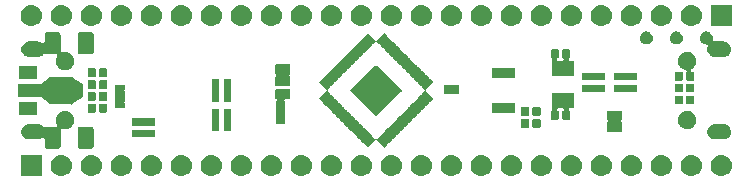
<source format=gbr>
G04 #@! TF.GenerationSoftware,KiCad,Pcbnew,(5.1.2)-2*
G04 #@! TF.CreationDate,2019-08-07T20:06:56+08:00*
G04 #@! TF.ProjectId,pillf4,70696c6c-6634-42e6-9b69-6361645f7063,rev?*
G04 #@! TF.SameCoordinates,PXffeaaef8PYff89ca48*
G04 #@! TF.FileFunction,Soldermask,Bot*
G04 #@! TF.FilePolarity,Negative*
%FSLAX46Y46*%
G04 Gerber Fmt 4.6, Leading zero omitted, Abs format (unit mm)*
G04 Created by KiCad (PCBNEW (5.1.2)-2) date 2019-08-07 20:06:56*
%MOMM*%
%LPD*%
G04 APERTURE LIST*
%ADD10C,0.100000*%
G04 APERTURE END LIST*
D10*
G36*
X2298000Y-14998000D02*
G01*
X496000Y-14998000D01*
X496000Y-13196000D01*
X2298000Y-13196000D01*
X2298000Y-14998000D01*
X2298000Y-14998000D01*
G37*
G36*
X31987443Y-13202519D02*
G01*
X32053627Y-13209037D01*
X32223466Y-13260557D01*
X32379991Y-13344222D01*
X32415729Y-13373552D01*
X32517186Y-13456814D01*
X32600448Y-13558271D01*
X32629778Y-13594009D01*
X32713443Y-13750534D01*
X32764963Y-13920373D01*
X32782359Y-14097000D01*
X32764963Y-14273627D01*
X32713443Y-14443466D01*
X32629778Y-14599991D01*
X32600448Y-14635729D01*
X32517186Y-14737186D01*
X32415729Y-14820448D01*
X32379991Y-14849778D01*
X32223466Y-14933443D01*
X32053627Y-14984963D01*
X31987443Y-14991481D01*
X31921260Y-14998000D01*
X31832740Y-14998000D01*
X31766557Y-14991481D01*
X31700373Y-14984963D01*
X31530534Y-14933443D01*
X31374009Y-14849778D01*
X31338271Y-14820448D01*
X31236814Y-14737186D01*
X31153552Y-14635729D01*
X31124222Y-14599991D01*
X31040557Y-14443466D01*
X30989037Y-14273627D01*
X30971641Y-14097000D01*
X30989037Y-13920373D01*
X31040557Y-13750534D01*
X31124222Y-13594009D01*
X31153552Y-13558271D01*
X31236814Y-13456814D01*
X31338271Y-13373552D01*
X31374009Y-13344222D01*
X31530534Y-13260557D01*
X31700373Y-13209037D01*
X31766557Y-13202519D01*
X31832740Y-13196000D01*
X31921260Y-13196000D01*
X31987443Y-13202519D01*
X31987443Y-13202519D01*
G37*
G36*
X59927443Y-13202519D02*
G01*
X59993627Y-13209037D01*
X60163466Y-13260557D01*
X60319991Y-13344222D01*
X60355729Y-13373552D01*
X60457186Y-13456814D01*
X60540448Y-13558271D01*
X60569778Y-13594009D01*
X60653443Y-13750534D01*
X60704963Y-13920373D01*
X60722359Y-14097000D01*
X60704963Y-14273627D01*
X60653443Y-14443466D01*
X60569778Y-14599991D01*
X60540448Y-14635729D01*
X60457186Y-14737186D01*
X60355729Y-14820448D01*
X60319991Y-14849778D01*
X60163466Y-14933443D01*
X59993627Y-14984963D01*
X59927443Y-14991481D01*
X59861260Y-14998000D01*
X59772740Y-14998000D01*
X59706557Y-14991481D01*
X59640373Y-14984963D01*
X59470534Y-14933443D01*
X59314009Y-14849778D01*
X59278271Y-14820448D01*
X59176814Y-14737186D01*
X59093552Y-14635729D01*
X59064222Y-14599991D01*
X58980557Y-14443466D01*
X58929037Y-14273627D01*
X58911641Y-14097000D01*
X58929037Y-13920373D01*
X58980557Y-13750534D01*
X59064222Y-13594009D01*
X59093552Y-13558271D01*
X59176814Y-13456814D01*
X59278271Y-13373552D01*
X59314009Y-13344222D01*
X59470534Y-13260557D01*
X59640373Y-13209037D01*
X59706557Y-13202519D01*
X59772740Y-13196000D01*
X59861260Y-13196000D01*
X59927443Y-13202519D01*
X59927443Y-13202519D01*
G37*
G36*
X54847443Y-13202519D02*
G01*
X54913627Y-13209037D01*
X55083466Y-13260557D01*
X55239991Y-13344222D01*
X55275729Y-13373552D01*
X55377186Y-13456814D01*
X55460448Y-13558271D01*
X55489778Y-13594009D01*
X55573443Y-13750534D01*
X55624963Y-13920373D01*
X55642359Y-14097000D01*
X55624963Y-14273627D01*
X55573443Y-14443466D01*
X55489778Y-14599991D01*
X55460448Y-14635729D01*
X55377186Y-14737186D01*
X55275729Y-14820448D01*
X55239991Y-14849778D01*
X55083466Y-14933443D01*
X54913627Y-14984963D01*
X54847443Y-14991481D01*
X54781260Y-14998000D01*
X54692740Y-14998000D01*
X54626557Y-14991481D01*
X54560373Y-14984963D01*
X54390534Y-14933443D01*
X54234009Y-14849778D01*
X54198271Y-14820448D01*
X54096814Y-14737186D01*
X54013552Y-14635729D01*
X53984222Y-14599991D01*
X53900557Y-14443466D01*
X53849037Y-14273627D01*
X53831641Y-14097000D01*
X53849037Y-13920373D01*
X53900557Y-13750534D01*
X53984222Y-13594009D01*
X54013552Y-13558271D01*
X54096814Y-13456814D01*
X54198271Y-13373552D01*
X54234009Y-13344222D01*
X54390534Y-13260557D01*
X54560373Y-13209037D01*
X54626557Y-13202519D01*
X54692740Y-13196000D01*
X54781260Y-13196000D01*
X54847443Y-13202519D01*
X54847443Y-13202519D01*
G37*
G36*
X52307443Y-13202519D02*
G01*
X52373627Y-13209037D01*
X52543466Y-13260557D01*
X52699991Y-13344222D01*
X52735729Y-13373552D01*
X52837186Y-13456814D01*
X52920448Y-13558271D01*
X52949778Y-13594009D01*
X53033443Y-13750534D01*
X53084963Y-13920373D01*
X53102359Y-14097000D01*
X53084963Y-14273627D01*
X53033443Y-14443466D01*
X52949778Y-14599991D01*
X52920448Y-14635729D01*
X52837186Y-14737186D01*
X52735729Y-14820448D01*
X52699991Y-14849778D01*
X52543466Y-14933443D01*
X52373627Y-14984963D01*
X52307443Y-14991481D01*
X52241260Y-14998000D01*
X52152740Y-14998000D01*
X52086557Y-14991481D01*
X52020373Y-14984963D01*
X51850534Y-14933443D01*
X51694009Y-14849778D01*
X51658271Y-14820448D01*
X51556814Y-14737186D01*
X51473552Y-14635729D01*
X51444222Y-14599991D01*
X51360557Y-14443466D01*
X51309037Y-14273627D01*
X51291641Y-14097000D01*
X51309037Y-13920373D01*
X51360557Y-13750534D01*
X51444222Y-13594009D01*
X51473552Y-13558271D01*
X51556814Y-13456814D01*
X51658271Y-13373552D01*
X51694009Y-13344222D01*
X51850534Y-13260557D01*
X52020373Y-13209037D01*
X52086557Y-13202519D01*
X52152740Y-13196000D01*
X52241260Y-13196000D01*
X52307443Y-13202519D01*
X52307443Y-13202519D01*
G37*
G36*
X49767443Y-13202519D02*
G01*
X49833627Y-13209037D01*
X50003466Y-13260557D01*
X50159991Y-13344222D01*
X50195729Y-13373552D01*
X50297186Y-13456814D01*
X50380448Y-13558271D01*
X50409778Y-13594009D01*
X50493443Y-13750534D01*
X50544963Y-13920373D01*
X50562359Y-14097000D01*
X50544963Y-14273627D01*
X50493443Y-14443466D01*
X50409778Y-14599991D01*
X50380448Y-14635729D01*
X50297186Y-14737186D01*
X50195729Y-14820448D01*
X50159991Y-14849778D01*
X50003466Y-14933443D01*
X49833627Y-14984963D01*
X49767443Y-14991481D01*
X49701260Y-14998000D01*
X49612740Y-14998000D01*
X49546557Y-14991481D01*
X49480373Y-14984963D01*
X49310534Y-14933443D01*
X49154009Y-14849778D01*
X49118271Y-14820448D01*
X49016814Y-14737186D01*
X48933552Y-14635729D01*
X48904222Y-14599991D01*
X48820557Y-14443466D01*
X48769037Y-14273627D01*
X48751641Y-14097000D01*
X48769037Y-13920373D01*
X48820557Y-13750534D01*
X48904222Y-13594009D01*
X48933552Y-13558271D01*
X49016814Y-13456814D01*
X49118271Y-13373552D01*
X49154009Y-13344222D01*
X49310534Y-13260557D01*
X49480373Y-13209037D01*
X49546557Y-13202519D01*
X49612740Y-13196000D01*
X49701260Y-13196000D01*
X49767443Y-13202519D01*
X49767443Y-13202519D01*
G37*
G36*
X47227443Y-13202519D02*
G01*
X47293627Y-13209037D01*
X47463466Y-13260557D01*
X47619991Y-13344222D01*
X47655729Y-13373552D01*
X47757186Y-13456814D01*
X47840448Y-13558271D01*
X47869778Y-13594009D01*
X47953443Y-13750534D01*
X48004963Y-13920373D01*
X48022359Y-14097000D01*
X48004963Y-14273627D01*
X47953443Y-14443466D01*
X47869778Y-14599991D01*
X47840448Y-14635729D01*
X47757186Y-14737186D01*
X47655729Y-14820448D01*
X47619991Y-14849778D01*
X47463466Y-14933443D01*
X47293627Y-14984963D01*
X47227443Y-14991481D01*
X47161260Y-14998000D01*
X47072740Y-14998000D01*
X47006557Y-14991481D01*
X46940373Y-14984963D01*
X46770534Y-14933443D01*
X46614009Y-14849778D01*
X46578271Y-14820448D01*
X46476814Y-14737186D01*
X46393552Y-14635729D01*
X46364222Y-14599991D01*
X46280557Y-14443466D01*
X46229037Y-14273627D01*
X46211641Y-14097000D01*
X46229037Y-13920373D01*
X46280557Y-13750534D01*
X46364222Y-13594009D01*
X46393552Y-13558271D01*
X46476814Y-13456814D01*
X46578271Y-13373552D01*
X46614009Y-13344222D01*
X46770534Y-13260557D01*
X46940373Y-13209037D01*
X47006557Y-13202519D01*
X47072740Y-13196000D01*
X47161260Y-13196000D01*
X47227443Y-13202519D01*
X47227443Y-13202519D01*
G37*
G36*
X44687443Y-13202519D02*
G01*
X44753627Y-13209037D01*
X44923466Y-13260557D01*
X45079991Y-13344222D01*
X45115729Y-13373552D01*
X45217186Y-13456814D01*
X45300448Y-13558271D01*
X45329778Y-13594009D01*
X45413443Y-13750534D01*
X45464963Y-13920373D01*
X45482359Y-14097000D01*
X45464963Y-14273627D01*
X45413443Y-14443466D01*
X45329778Y-14599991D01*
X45300448Y-14635729D01*
X45217186Y-14737186D01*
X45115729Y-14820448D01*
X45079991Y-14849778D01*
X44923466Y-14933443D01*
X44753627Y-14984963D01*
X44687443Y-14991481D01*
X44621260Y-14998000D01*
X44532740Y-14998000D01*
X44466557Y-14991481D01*
X44400373Y-14984963D01*
X44230534Y-14933443D01*
X44074009Y-14849778D01*
X44038271Y-14820448D01*
X43936814Y-14737186D01*
X43853552Y-14635729D01*
X43824222Y-14599991D01*
X43740557Y-14443466D01*
X43689037Y-14273627D01*
X43671641Y-14097000D01*
X43689037Y-13920373D01*
X43740557Y-13750534D01*
X43824222Y-13594009D01*
X43853552Y-13558271D01*
X43936814Y-13456814D01*
X44038271Y-13373552D01*
X44074009Y-13344222D01*
X44230534Y-13260557D01*
X44400373Y-13209037D01*
X44466557Y-13202519D01*
X44532740Y-13196000D01*
X44621260Y-13196000D01*
X44687443Y-13202519D01*
X44687443Y-13202519D01*
G37*
G36*
X42147443Y-13202519D02*
G01*
X42213627Y-13209037D01*
X42383466Y-13260557D01*
X42539991Y-13344222D01*
X42575729Y-13373552D01*
X42677186Y-13456814D01*
X42760448Y-13558271D01*
X42789778Y-13594009D01*
X42873443Y-13750534D01*
X42924963Y-13920373D01*
X42942359Y-14097000D01*
X42924963Y-14273627D01*
X42873443Y-14443466D01*
X42789778Y-14599991D01*
X42760448Y-14635729D01*
X42677186Y-14737186D01*
X42575729Y-14820448D01*
X42539991Y-14849778D01*
X42383466Y-14933443D01*
X42213627Y-14984963D01*
X42147443Y-14991481D01*
X42081260Y-14998000D01*
X41992740Y-14998000D01*
X41926557Y-14991481D01*
X41860373Y-14984963D01*
X41690534Y-14933443D01*
X41534009Y-14849778D01*
X41498271Y-14820448D01*
X41396814Y-14737186D01*
X41313552Y-14635729D01*
X41284222Y-14599991D01*
X41200557Y-14443466D01*
X41149037Y-14273627D01*
X41131641Y-14097000D01*
X41149037Y-13920373D01*
X41200557Y-13750534D01*
X41284222Y-13594009D01*
X41313552Y-13558271D01*
X41396814Y-13456814D01*
X41498271Y-13373552D01*
X41534009Y-13344222D01*
X41690534Y-13260557D01*
X41860373Y-13209037D01*
X41926557Y-13202519D01*
X41992740Y-13196000D01*
X42081260Y-13196000D01*
X42147443Y-13202519D01*
X42147443Y-13202519D01*
G37*
G36*
X39607443Y-13202519D02*
G01*
X39673627Y-13209037D01*
X39843466Y-13260557D01*
X39999991Y-13344222D01*
X40035729Y-13373552D01*
X40137186Y-13456814D01*
X40220448Y-13558271D01*
X40249778Y-13594009D01*
X40333443Y-13750534D01*
X40384963Y-13920373D01*
X40402359Y-14097000D01*
X40384963Y-14273627D01*
X40333443Y-14443466D01*
X40249778Y-14599991D01*
X40220448Y-14635729D01*
X40137186Y-14737186D01*
X40035729Y-14820448D01*
X39999991Y-14849778D01*
X39843466Y-14933443D01*
X39673627Y-14984963D01*
X39607443Y-14991481D01*
X39541260Y-14998000D01*
X39452740Y-14998000D01*
X39386557Y-14991481D01*
X39320373Y-14984963D01*
X39150534Y-14933443D01*
X38994009Y-14849778D01*
X38958271Y-14820448D01*
X38856814Y-14737186D01*
X38773552Y-14635729D01*
X38744222Y-14599991D01*
X38660557Y-14443466D01*
X38609037Y-14273627D01*
X38591641Y-14097000D01*
X38609037Y-13920373D01*
X38660557Y-13750534D01*
X38744222Y-13594009D01*
X38773552Y-13558271D01*
X38856814Y-13456814D01*
X38958271Y-13373552D01*
X38994009Y-13344222D01*
X39150534Y-13260557D01*
X39320373Y-13209037D01*
X39386557Y-13202519D01*
X39452740Y-13196000D01*
X39541260Y-13196000D01*
X39607443Y-13202519D01*
X39607443Y-13202519D01*
G37*
G36*
X37067443Y-13202519D02*
G01*
X37133627Y-13209037D01*
X37303466Y-13260557D01*
X37459991Y-13344222D01*
X37495729Y-13373552D01*
X37597186Y-13456814D01*
X37680448Y-13558271D01*
X37709778Y-13594009D01*
X37793443Y-13750534D01*
X37844963Y-13920373D01*
X37862359Y-14097000D01*
X37844963Y-14273627D01*
X37793443Y-14443466D01*
X37709778Y-14599991D01*
X37680448Y-14635729D01*
X37597186Y-14737186D01*
X37495729Y-14820448D01*
X37459991Y-14849778D01*
X37303466Y-14933443D01*
X37133627Y-14984963D01*
X37067443Y-14991481D01*
X37001260Y-14998000D01*
X36912740Y-14998000D01*
X36846557Y-14991481D01*
X36780373Y-14984963D01*
X36610534Y-14933443D01*
X36454009Y-14849778D01*
X36418271Y-14820448D01*
X36316814Y-14737186D01*
X36233552Y-14635729D01*
X36204222Y-14599991D01*
X36120557Y-14443466D01*
X36069037Y-14273627D01*
X36051641Y-14097000D01*
X36069037Y-13920373D01*
X36120557Y-13750534D01*
X36204222Y-13594009D01*
X36233552Y-13558271D01*
X36316814Y-13456814D01*
X36418271Y-13373552D01*
X36454009Y-13344222D01*
X36610534Y-13260557D01*
X36780373Y-13209037D01*
X36846557Y-13202519D01*
X36912740Y-13196000D01*
X37001260Y-13196000D01*
X37067443Y-13202519D01*
X37067443Y-13202519D01*
G37*
G36*
X34527443Y-13202519D02*
G01*
X34593627Y-13209037D01*
X34763466Y-13260557D01*
X34919991Y-13344222D01*
X34955729Y-13373552D01*
X35057186Y-13456814D01*
X35140448Y-13558271D01*
X35169778Y-13594009D01*
X35253443Y-13750534D01*
X35304963Y-13920373D01*
X35322359Y-14097000D01*
X35304963Y-14273627D01*
X35253443Y-14443466D01*
X35169778Y-14599991D01*
X35140448Y-14635729D01*
X35057186Y-14737186D01*
X34955729Y-14820448D01*
X34919991Y-14849778D01*
X34763466Y-14933443D01*
X34593627Y-14984963D01*
X34527443Y-14991481D01*
X34461260Y-14998000D01*
X34372740Y-14998000D01*
X34306557Y-14991481D01*
X34240373Y-14984963D01*
X34070534Y-14933443D01*
X33914009Y-14849778D01*
X33878271Y-14820448D01*
X33776814Y-14737186D01*
X33693552Y-14635729D01*
X33664222Y-14599991D01*
X33580557Y-14443466D01*
X33529037Y-14273627D01*
X33511641Y-14097000D01*
X33529037Y-13920373D01*
X33580557Y-13750534D01*
X33664222Y-13594009D01*
X33693552Y-13558271D01*
X33776814Y-13456814D01*
X33878271Y-13373552D01*
X33914009Y-13344222D01*
X34070534Y-13260557D01*
X34240373Y-13209037D01*
X34306557Y-13202519D01*
X34372740Y-13196000D01*
X34461260Y-13196000D01*
X34527443Y-13202519D01*
X34527443Y-13202519D01*
G37*
G36*
X57387443Y-13202519D02*
G01*
X57453627Y-13209037D01*
X57623466Y-13260557D01*
X57779991Y-13344222D01*
X57815729Y-13373552D01*
X57917186Y-13456814D01*
X58000448Y-13558271D01*
X58029778Y-13594009D01*
X58113443Y-13750534D01*
X58164963Y-13920373D01*
X58182359Y-14097000D01*
X58164963Y-14273627D01*
X58113443Y-14443466D01*
X58029778Y-14599991D01*
X58000448Y-14635729D01*
X57917186Y-14737186D01*
X57815729Y-14820448D01*
X57779991Y-14849778D01*
X57623466Y-14933443D01*
X57453627Y-14984963D01*
X57387443Y-14991481D01*
X57321260Y-14998000D01*
X57232740Y-14998000D01*
X57166557Y-14991481D01*
X57100373Y-14984963D01*
X56930534Y-14933443D01*
X56774009Y-14849778D01*
X56738271Y-14820448D01*
X56636814Y-14737186D01*
X56553552Y-14635729D01*
X56524222Y-14599991D01*
X56440557Y-14443466D01*
X56389037Y-14273627D01*
X56371641Y-14097000D01*
X56389037Y-13920373D01*
X56440557Y-13750534D01*
X56524222Y-13594009D01*
X56553552Y-13558271D01*
X56636814Y-13456814D01*
X56738271Y-13373552D01*
X56774009Y-13344222D01*
X56930534Y-13260557D01*
X57100373Y-13209037D01*
X57166557Y-13202519D01*
X57232740Y-13196000D01*
X57321260Y-13196000D01*
X57387443Y-13202519D01*
X57387443Y-13202519D01*
G37*
G36*
X29447443Y-13202519D02*
G01*
X29513627Y-13209037D01*
X29683466Y-13260557D01*
X29839991Y-13344222D01*
X29875729Y-13373552D01*
X29977186Y-13456814D01*
X30060448Y-13558271D01*
X30089778Y-13594009D01*
X30173443Y-13750534D01*
X30224963Y-13920373D01*
X30242359Y-14097000D01*
X30224963Y-14273627D01*
X30173443Y-14443466D01*
X30089778Y-14599991D01*
X30060448Y-14635729D01*
X29977186Y-14737186D01*
X29875729Y-14820448D01*
X29839991Y-14849778D01*
X29683466Y-14933443D01*
X29513627Y-14984963D01*
X29447443Y-14991481D01*
X29381260Y-14998000D01*
X29292740Y-14998000D01*
X29226557Y-14991481D01*
X29160373Y-14984963D01*
X28990534Y-14933443D01*
X28834009Y-14849778D01*
X28798271Y-14820448D01*
X28696814Y-14737186D01*
X28613552Y-14635729D01*
X28584222Y-14599991D01*
X28500557Y-14443466D01*
X28449037Y-14273627D01*
X28431641Y-14097000D01*
X28449037Y-13920373D01*
X28500557Y-13750534D01*
X28584222Y-13594009D01*
X28613552Y-13558271D01*
X28696814Y-13456814D01*
X28798271Y-13373552D01*
X28834009Y-13344222D01*
X28990534Y-13260557D01*
X29160373Y-13209037D01*
X29226557Y-13202519D01*
X29292740Y-13196000D01*
X29381260Y-13196000D01*
X29447443Y-13202519D01*
X29447443Y-13202519D01*
G37*
G36*
X26907443Y-13202519D02*
G01*
X26973627Y-13209037D01*
X27143466Y-13260557D01*
X27299991Y-13344222D01*
X27335729Y-13373552D01*
X27437186Y-13456814D01*
X27520448Y-13558271D01*
X27549778Y-13594009D01*
X27633443Y-13750534D01*
X27684963Y-13920373D01*
X27702359Y-14097000D01*
X27684963Y-14273627D01*
X27633443Y-14443466D01*
X27549778Y-14599991D01*
X27520448Y-14635729D01*
X27437186Y-14737186D01*
X27335729Y-14820448D01*
X27299991Y-14849778D01*
X27143466Y-14933443D01*
X26973627Y-14984963D01*
X26907443Y-14991481D01*
X26841260Y-14998000D01*
X26752740Y-14998000D01*
X26686557Y-14991481D01*
X26620373Y-14984963D01*
X26450534Y-14933443D01*
X26294009Y-14849778D01*
X26258271Y-14820448D01*
X26156814Y-14737186D01*
X26073552Y-14635729D01*
X26044222Y-14599991D01*
X25960557Y-14443466D01*
X25909037Y-14273627D01*
X25891641Y-14097000D01*
X25909037Y-13920373D01*
X25960557Y-13750534D01*
X26044222Y-13594009D01*
X26073552Y-13558271D01*
X26156814Y-13456814D01*
X26258271Y-13373552D01*
X26294009Y-13344222D01*
X26450534Y-13260557D01*
X26620373Y-13209037D01*
X26686557Y-13202519D01*
X26752740Y-13196000D01*
X26841260Y-13196000D01*
X26907443Y-13202519D01*
X26907443Y-13202519D01*
G37*
G36*
X24367443Y-13202519D02*
G01*
X24433627Y-13209037D01*
X24603466Y-13260557D01*
X24759991Y-13344222D01*
X24795729Y-13373552D01*
X24897186Y-13456814D01*
X24980448Y-13558271D01*
X25009778Y-13594009D01*
X25093443Y-13750534D01*
X25144963Y-13920373D01*
X25162359Y-14097000D01*
X25144963Y-14273627D01*
X25093443Y-14443466D01*
X25009778Y-14599991D01*
X24980448Y-14635729D01*
X24897186Y-14737186D01*
X24795729Y-14820448D01*
X24759991Y-14849778D01*
X24603466Y-14933443D01*
X24433627Y-14984963D01*
X24367443Y-14991481D01*
X24301260Y-14998000D01*
X24212740Y-14998000D01*
X24146557Y-14991481D01*
X24080373Y-14984963D01*
X23910534Y-14933443D01*
X23754009Y-14849778D01*
X23718271Y-14820448D01*
X23616814Y-14737186D01*
X23533552Y-14635729D01*
X23504222Y-14599991D01*
X23420557Y-14443466D01*
X23369037Y-14273627D01*
X23351641Y-14097000D01*
X23369037Y-13920373D01*
X23420557Y-13750534D01*
X23504222Y-13594009D01*
X23533552Y-13558271D01*
X23616814Y-13456814D01*
X23718271Y-13373552D01*
X23754009Y-13344222D01*
X23910534Y-13260557D01*
X24080373Y-13209037D01*
X24146557Y-13202519D01*
X24212740Y-13196000D01*
X24301260Y-13196000D01*
X24367443Y-13202519D01*
X24367443Y-13202519D01*
G37*
G36*
X21827443Y-13202519D02*
G01*
X21893627Y-13209037D01*
X22063466Y-13260557D01*
X22219991Y-13344222D01*
X22255729Y-13373552D01*
X22357186Y-13456814D01*
X22440448Y-13558271D01*
X22469778Y-13594009D01*
X22553443Y-13750534D01*
X22604963Y-13920373D01*
X22622359Y-14097000D01*
X22604963Y-14273627D01*
X22553443Y-14443466D01*
X22469778Y-14599991D01*
X22440448Y-14635729D01*
X22357186Y-14737186D01*
X22255729Y-14820448D01*
X22219991Y-14849778D01*
X22063466Y-14933443D01*
X21893627Y-14984963D01*
X21827443Y-14991481D01*
X21761260Y-14998000D01*
X21672740Y-14998000D01*
X21606557Y-14991481D01*
X21540373Y-14984963D01*
X21370534Y-14933443D01*
X21214009Y-14849778D01*
X21178271Y-14820448D01*
X21076814Y-14737186D01*
X20993552Y-14635729D01*
X20964222Y-14599991D01*
X20880557Y-14443466D01*
X20829037Y-14273627D01*
X20811641Y-14097000D01*
X20829037Y-13920373D01*
X20880557Y-13750534D01*
X20964222Y-13594009D01*
X20993552Y-13558271D01*
X21076814Y-13456814D01*
X21178271Y-13373552D01*
X21214009Y-13344222D01*
X21370534Y-13260557D01*
X21540373Y-13209037D01*
X21606557Y-13202519D01*
X21672740Y-13196000D01*
X21761260Y-13196000D01*
X21827443Y-13202519D01*
X21827443Y-13202519D01*
G37*
G36*
X19287443Y-13202519D02*
G01*
X19353627Y-13209037D01*
X19523466Y-13260557D01*
X19679991Y-13344222D01*
X19715729Y-13373552D01*
X19817186Y-13456814D01*
X19900448Y-13558271D01*
X19929778Y-13594009D01*
X20013443Y-13750534D01*
X20064963Y-13920373D01*
X20082359Y-14097000D01*
X20064963Y-14273627D01*
X20013443Y-14443466D01*
X19929778Y-14599991D01*
X19900448Y-14635729D01*
X19817186Y-14737186D01*
X19715729Y-14820448D01*
X19679991Y-14849778D01*
X19523466Y-14933443D01*
X19353627Y-14984963D01*
X19287443Y-14991481D01*
X19221260Y-14998000D01*
X19132740Y-14998000D01*
X19066557Y-14991481D01*
X19000373Y-14984963D01*
X18830534Y-14933443D01*
X18674009Y-14849778D01*
X18638271Y-14820448D01*
X18536814Y-14737186D01*
X18453552Y-14635729D01*
X18424222Y-14599991D01*
X18340557Y-14443466D01*
X18289037Y-14273627D01*
X18271641Y-14097000D01*
X18289037Y-13920373D01*
X18340557Y-13750534D01*
X18424222Y-13594009D01*
X18453552Y-13558271D01*
X18536814Y-13456814D01*
X18638271Y-13373552D01*
X18674009Y-13344222D01*
X18830534Y-13260557D01*
X19000373Y-13209037D01*
X19066557Y-13202519D01*
X19132740Y-13196000D01*
X19221260Y-13196000D01*
X19287443Y-13202519D01*
X19287443Y-13202519D01*
G37*
G36*
X16747443Y-13202519D02*
G01*
X16813627Y-13209037D01*
X16983466Y-13260557D01*
X17139991Y-13344222D01*
X17175729Y-13373552D01*
X17277186Y-13456814D01*
X17360448Y-13558271D01*
X17389778Y-13594009D01*
X17473443Y-13750534D01*
X17524963Y-13920373D01*
X17542359Y-14097000D01*
X17524963Y-14273627D01*
X17473443Y-14443466D01*
X17389778Y-14599991D01*
X17360448Y-14635729D01*
X17277186Y-14737186D01*
X17175729Y-14820448D01*
X17139991Y-14849778D01*
X16983466Y-14933443D01*
X16813627Y-14984963D01*
X16747443Y-14991481D01*
X16681260Y-14998000D01*
X16592740Y-14998000D01*
X16526557Y-14991481D01*
X16460373Y-14984963D01*
X16290534Y-14933443D01*
X16134009Y-14849778D01*
X16098271Y-14820448D01*
X15996814Y-14737186D01*
X15913552Y-14635729D01*
X15884222Y-14599991D01*
X15800557Y-14443466D01*
X15749037Y-14273627D01*
X15731641Y-14097000D01*
X15749037Y-13920373D01*
X15800557Y-13750534D01*
X15884222Y-13594009D01*
X15913552Y-13558271D01*
X15996814Y-13456814D01*
X16098271Y-13373552D01*
X16134009Y-13344222D01*
X16290534Y-13260557D01*
X16460373Y-13209037D01*
X16526557Y-13202519D01*
X16592740Y-13196000D01*
X16681260Y-13196000D01*
X16747443Y-13202519D01*
X16747443Y-13202519D01*
G37*
G36*
X14207443Y-13202519D02*
G01*
X14273627Y-13209037D01*
X14443466Y-13260557D01*
X14599991Y-13344222D01*
X14635729Y-13373552D01*
X14737186Y-13456814D01*
X14820448Y-13558271D01*
X14849778Y-13594009D01*
X14933443Y-13750534D01*
X14984963Y-13920373D01*
X15002359Y-14097000D01*
X14984963Y-14273627D01*
X14933443Y-14443466D01*
X14849778Y-14599991D01*
X14820448Y-14635729D01*
X14737186Y-14737186D01*
X14635729Y-14820448D01*
X14599991Y-14849778D01*
X14443466Y-14933443D01*
X14273627Y-14984963D01*
X14207443Y-14991481D01*
X14141260Y-14998000D01*
X14052740Y-14998000D01*
X13986557Y-14991481D01*
X13920373Y-14984963D01*
X13750534Y-14933443D01*
X13594009Y-14849778D01*
X13558271Y-14820448D01*
X13456814Y-14737186D01*
X13373552Y-14635729D01*
X13344222Y-14599991D01*
X13260557Y-14443466D01*
X13209037Y-14273627D01*
X13191641Y-14097000D01*
X13209037Y-13920373D01*
X13260557Y-13750534D01*
X13344222Y-13594009D01*
X13373552Y-13558271D01*
X13456814Y-13456814D01*
X13558271Y-13373552D01*
X13594009Y-13344222D01*
X13750534Y-13260557D01*
X13920373Y-13209037D01*
X13986557Y-13202519D01*
X14052740Y-13196000D01*
X14141260Y-13196000D01*
X14207443Y-13202519D01*
X14207443Y-13202519D01*
G37*
G36*
X11667443Y-13202519D02*
G01*
X11733627Y-13209037D01*
X11903466Y-13260557D01*
X12059991Y-13344222D01*
X12095729Y-13373552D01*
X12197186Y-13456814D01*
X12280448Y-13558271D01*
X12309778Y-13594009D01*
X12393443Y-13750534D01*
X12444963Y-13920373D01*
X12462359Y-14097000D01*
X12444963Y-14273627D01*
X12393443Y-14443466D01*
X12309778Y-14599991D01*
X12280448Y-14635729D01*
X12197186Y-14737186D01*
X12095729Y-14820448D01*
X12059991Y-14849778D01*
X11903466Y-14933443D01*
X11733627Y-14984963D01*
X11667443Y-14991481D01*
X11601260Y-14998000D01*
X11512740Y-14998000D01*
X11446557Y-14991481D01*
X11380373Y-14984963D01*
X11210534Y-14933443D01*
X11054009Y-14849778D01*
X11018271Y-14820448D01*
X10916814Y-14737186D01*
X10833552Y-14635729D01*
X10804222Y-14599991D01*
X10720557Y-14443466D01*
X10669037Y-14273627D01*
X10651641Y-14097000D01*
X10669037Y-13920373D01*
X10720557Y-13750534D01*
X10804222Y-13594009D01*
X10833552Y-13558271D01*
X10916814Y-13456814D01*
X11018271Y-13373552D01*
X11054009Y-13344222D01*
X11210534Y-13260557D01*
X11380373Y-13209037D01*
X11446557Y-13202519D01*
X11512740Y-13196000D01*
X11601260Y-13196000D01*
X11667443Y-13202519D01*
X11667443Y-13202519D01*
G37*
G36*
X9127443Y-13202519D02*
G01*
X9193627Y-13209037D01*
X9363466Y-13260557D01*
X9519991Y-13344222D01*
X9555729Y-13373552D01*
X9657186Y-13456814D01*
X9740448Y-13558271D01*
X9769778Y-13594009D01*
X9853443Y-13750534D01*
X9904963Y-13920373D01*
X9922359Y-14097000D01*
X9904963Y-14273627D01*
X9853443Y-14443466D01*
X9769778Y-14599991D01*
X9740448Y-14635729D01*
X9657186Y-14737186D01*
X9555729Y-14820448D01*
X9519991Y-14849778D01*
X9363466Y-14933443D01*
X9193627Y-14984963D01*
X9127443Y-14991481D01*
X9061260Y-14998000D01*
X8972740Y-14998000D01*
X8906557Y-14991481D01*
X8840373Y-14984963D01*
X8670534Y-14933443D01*
X8514009Y-14849778D01*
X8478271Y-14820448D01*
X8376814Y-14737186D01*
X8293552Y-14635729D01*
X8264222Y-14599991D01*
X8180557Y-14443466D01*
X8129037Y-14273627D01*
X8111641Y-14097000D01*
X8129037Y-13920373D01*
X8180557Y-13750534D01*
X8264222Y-13594009D01*
X8293552Y-13558271D01*
X8376814Y-13456814D01*
X8478271Y-13373552D01*
X8514009Y-13344222D01*
X8670534Y-13260557D01*
X8840373Y-13209037D01*
X8906557Y-13202519D01*
X8972740Y-13196000D01*
X9061260Y-13196000D01*
X9127443Y-13202519D01*
X9127443Y-13202519D01*
G37*
G36*
X6587443Y-13202519D02*
G01*
X6653627Y-13209037D01*
X6823466Y-13260557D01*
X6979991Y-13344222D01*
X7015729Y-13373552D01*
X7117186Y-13456814D01*
X7200448Y-13558271D01*
X7229778Y-13594009D01*
X7313443Y-13750534D01*
X7364963Y-13920373D01*
X7382359Y-14097000D01*
X7364963Y-14273627D01*
X7313443Y-14443466D01*
X7229778Y-14599991D01*
X7200448Y-14635729D01*
X7117186Y-14737186D01*
X7015729Y-14820448D01*
X6979991Y-14849778D01*
X6823466Y-14933443D01*
X6653627Y-14984963D01*
X6587443Y-14991481D01*
X6521260Y-14998000D01*
X6432740Y-14998000D01*
X6366557Y-14991481D01*
X6300373Y-14984963D01*
X6130534Y-14933443D01*
X5974009Y-14849778D01*
X5938271Y-14820448D01*
X5836814Y-14737186D01*
X5753552Y-14635729D01*
X5724222Y-14599991D01*
X5640557Y-14443466D01*
X5589037Y-14273627D01*
X5571641Y-14097000D01*
X5589037Y-13920373D01*
X5640557Y-13750534D01*
X5724222Y-13594009D01*
X5753552Y-13558271D01*
X5836814Y-13456814D01*
X5938271Y-13373552D01*
X5974009Y-13344222D01*
X6130534Y-13260557D01*
X6300373Y-13209037D01*
X6366557Y-13202519D01*
X6432740Y-13196000D01*
X6521260Y-13196000D01*
X6587443Y-13202519D01*
X6587443Y-13202519D01*
G37*
G36*
X4047443Y-13202519D02*
G01*
X4113627Y-13209037D01*
X4283466Y-13260557D01*
X4439991Y-13344222D01*
X4475729Y-13373552D01*
X4577186Y-13456814D01*
X4660448Y-13558271D01*
X4689778Y-13594009D01*
X4773443Y-13750534D01*
X4824963Y-13920373D01*
X4842359Y-14097000D01*
X4824963Y-14273627D01*
X4773443Y-14443466D01*
X4689778Y-14599991D01*
X4660448Y-14635729D01*
X4577186Y-14737186D01*
X4475729Y-14820448D01*
X4439991Y-14849778D01*
X4283466Y-14933443D01*
X4113627Y-14984963D01*
X4047443Y-14991481D01*
X3981260Y-14998000D01*
X3892740Y-14998000D01*
X3826557Y-14991481D01*
X3760373Y-14984963D01*
X3590534Y-14933443D01*
X3434009Y-14849778D01*
X3398271Y-14820448D01*
X3296814Y-14737186D01*
X3213552Y-14635729D01*
X3184222Y-14599991D01*
X3100557Y-14443466D01*
X3049037Y-14273627D01*
X3031641Y-14097000D01*
X3049037Y-13920373D01*
X3100557Y-13750534D01*
X3184222Y-13594009D01*
X3213552Y-13558271D01*
X3296814Y-13456814D01*
X3398271Y-13373552D01*
X3434009Y-13344222D01*
X3590534Y-13260557D01*
X3760373Y-13209037D01*
X3826557Y-13202519D01*
X3892740Y-13196000D01*
X3981260Y-13196000D01*
X4047443Y-13202519D01*
X4047443Y-13202519D01*
G37*
G36*
X6515604Y-10825347D02*
G01*
X6552144Y-10836432D01*
X6585821Y-10854433D01*
X6615341Y-10878659D01*
X6639567Y-10908179D01*
X6657568Y-10941856D01*
X6668653Y-10978396D01*
X6673000Y-11022538D01*
X6673000Y-12471462D01*
X6668653Y-12515604D01*
X6657568Y-12552144D01*
X6639567Y-12585821D01*
X6615341Y-12615341D01*
X6585821Y-12639567D01*
X6552144Y-12657568D01*
X6515604Y-12668653D01*
X6471462Y-12673000D01*
X5522538Y-12673000D01*
X5478396Y-12668653D01*
X5441856Y-12657568D01*
X5408179Y-12639567D01*
X5378659Y-12615341D01*
X5354433Y-12585821D01*
X5336432Y-12552144D01*
X5325347Y-12515604D01*
X5321000Y-12471462D01*
X5321000Y-11022538D01*
X5325347Y-10978396D01*
X5336432Y-10941856D01*
X5354433Y-10908179D01*
X5378659Y-10878659D01*
X5408179Y-10854433D01*
X5441856Y-10836432D01*
X5478396Y-10825347D01*
X5522538Y-10821000D01*
X6471462Y-10821000D01*
X6515604Y-10825347D01*
X6515604Y-10825347D01*
G37*
G36*
X4485848Y-9500820D02*
G01*
X4485850Y-9500821D01*
X4485851Y-9500821D01*
X4627074Y-9559317D01*
X4627077Y-9559319D01*
X4754169Y-9644239D01*
X4862261Y-9752331D01*
X4939316Y-9867652D01*
X4947183Y-9879426D01*
X5005679Y-10020649D01*
X5005680Y-10020652D01*
X5035500Y-10170569D01*
X5035500Y-10323431D01*
X5005708Y-10473208D01*
X5005679Y-10473351D01*
X4947183Y-10614574D01*
X4947181Y-10614577D01*
X4862261Y-10741669D01*
X4754169Y-10849761D01*
X4640618Y-10925633D01*
X4627074Y-10934683D01*
X4485851Y-10993179D01*
X4485850Y-10993179D01*
X4485848Y-10993180D01*
X4335931Y-11023000D01*
X4183068Y-11023000D01*
X4022384Y-10991039D01*
X3997998Y-10988637D01*
X3973612Y-10991039D01*
X3950163Y-10998152D01*
X3928553Y-11009704D01*
X3909611Y-11025249D01*
X3894066Y-11044191D01*
X3882515Y-11065802D01*
X3875402Y-11089251D01*
X3873000Y-11113636D01*
X3873000Y-12471462D01*
X3868653Y-12515604D01*
X3857568Y-12552144D01*
X3839567Y-12585821D01*
X3815341Y-12615341D01*
X3785821Y-12639567D01*
X3752144Y-12657568D01*
X3715604Y-12668653D01*
X3671462Y-12673000D01*
X2722538Y-12673000D01*
X2678396Y-12668653D01*
X2641856Y-12657568D01*
X2608179Y-12639567D01*
X2578659Y-12615341D01*
X2554433Y-12585821D01*
X2536432Y-12552144D01*
X2525347Y-12515604D01*
X2521000Y-12471462D01*
X2521000Y-11851605D01*
X2518598Y-11827219D01*
X2511485Y-11803770D01*
X2499934Y-11782159D01*
X2484389Y-11763217D01*
X2465447Y-11747672D01*
X2443836Y-11736121D01*
X2420387Y-11729008D01*
X2396001Y-11726606D01*
X2371615Y-11729008D01*
X2348166Y-11736121D01*
X2316703Y-11754979D01*
X2272925Y-11790906D01*
X2159836Y-11851354D01*
X2143781Y-11856224D01*
X2037118Y-11888580D01*
X1973355Y-11894860D01*
X1941474Y-11898000D01*
X1177526Y-11898000D01*
X1145645Y-11894860D01*
X1081882Y-11888580D01*
X975219Y-11856224D01*
X959164Y-11851354D01*
X846075Y-11790906D01*
X746946Y-11709554D01*
X665594Y-11610425D01*
X605146Y-11497336D01*
X595460Y-11465404D01*
X567920Y-11374618D01*
X555351Y-11247000D01*
X567920Y-11119382D01*
X597297Y-11022538D01*
X605146Y-10996664D01*
X665594Y-10883575D01*
X746946Y-10784446D01*
X846075Y-10703094D01*
X959164Y-10642646D01*
X1012203Y-10626557D01*
X1081882Y-10605420D01*
X1159281Y-10597797D01*
X1177526Y-10596000D01*
X1941474Y-10596000D01*
X1959719Y-10597797D01*
X2037118Y-10605420D01*
X2106797Y-10626557D01*
X2159836Y-10642646D01*
X2272925Y-10703094D01*
X2372053Y-10784446D01*
X2422105Y-10845435D01*
X2439432Y-10862762D01*
X2459806Y-10876376D01*
X2482445Y-10885753D01*
X2506478Y-10890534D01*
X2530982Y-10890534D01*
X2555016Y-10885754D01*
X2577654Y-10876377D01*
X2598031Y-10862762D01*
X2608182Y-10854431D01*
X2641856Y-10836432D01*
X2678396Y-10825347D01*
X2722538Y-10821000D01*
X3475890Y-10821000D01*
X3500276Y-10818598D01*
X3523725Y-10811485D01*
X3545336Y-10799934D01*
X3564278Y-10784389D01*
X3579823Y-10765447D01*
X3591374Y-10743836D01*
X3598487Y-10720387D01*
X3600889Y-10696001D01*
X3598487Y-10671615D01*
X3591374Y-10648166D01*
X3579824Y-10626557D01*
X3578327Y-10624317D01*
X3571817Y-10614574D01*
X3513321Y-10473351D01*
X3513293Y-10473208D01*
X3483500Y-10323431D01*
X3483500Y-10170569D01*
X3513320Y-10020652D01*
X3513321Y-10020649D01*
X3571817Y-9879426D01*
X3579684Y-9867652D01*
X3656739Y-9752331D01*
X3764831Y-9644239D01*
X3891923Y-9559319D01*
X3891926Y-9559317D01*
X4033149Y-9500821D01*
X4033150Y-9500821D01*
X4033152Y-9500820D01*
X4183069Y-9471000D01*
X4335931Y-9471000D01*
X4485848Y-9500820D01*
X4485848Y-9500820D01*
G37*
G36*
X31308962Y-2913550D02*
G01*
X31313636Y-2914968D01*
X31317938Y-2917267D01*
X31326477Y-2924275D01*
X31530638Y-3128436D01*
X31537646Y-3136975D01*
X31539945Y-3141277D01*
X31541363Y-3145951D01*
X31542171Y-3154153D01*
X31546952Y-3178187D01*
X31556330Y-3200825D01*
X31569945Y-3221199D01*
X31587272Y-3238526D01*
X31607647Y-3252139D01*
X31630286Y-3261516D01*
X31654313Y-3266295D01*
X31662515Y-3267103D01*
X31667189Y-3268521D01*
X31671491Y-3270820D01*
X31680030Y-3277828D01*
X31884191Y-3481989D01*
X31891199Y-3490528D01*
X31893498Y-3494830D01*
X31894916Y-3499504D01*
X31895724Y-3507707D01*
X31900505Y-3531740D01*
X31909883Y-3554379D01*
X31923497Y-3574753D01*
X31940825Y-3592079D01*
X31961199Y-3605693D01*
X31983838Y-3615069D01*
X32007866Y-3619849D01*
X32016069Y-3620657D01*
X32020743Y-3622075D01*
X32025045Y-3624374D01*
X32033584Y-3631382D01*
X32237745Y-3835543D01*
X32244753Y-3844082D01*
X32247052Y-3848384D01*
X32248470Y-3853058D01*
X32249278Y-3861260D01*
X32254059Y-3885294D01*
X32263437Y-3907932D01*
X32277052Y-3928306D01*
X32294379Y-3945633D01*
X32314754Y-3959246D01*
X32337393Y-3968623D01*
X32361420Y-3973402D01*
X32369622Y-3974210D01*
X32374296Y-3975628D01*
X32378598Y-3977927D01*
X32387137Y-3984935D01*
X32591298Y-4189096D01*
X32598306Y-4197635D01*
X32600605Y-4201937D01*
X32602023Y-4206611D01*
X32602831Y-4214813D01*
X32607612Y-4238847D01*
X32616990Y-4261485D01*
X32630605Y-4281859D01*
X32647932Y-4299186D01*
X32668307Y-4312799D01*
X32690946Y-4322176D01*
X32714973Y-4326955D01*
X32723175Y-4327763D01*
X32727849Y-4329181D01*
X32732151Y-4331480D01*
X32740690Y-4338488D01*
X32944851Y-4542649D01*
X32951859Y-4551188D01*
X32954158Y-4555490D01*
X32955576Y-4560164D01*
X32956384Y-4568367D01*
X32961165Y-4592400D01*
X32970543Y-4615039D01*
X32984157Y-4635413D01*
X33001485Y-4652739D01*
X33021859Y-4666353D01*
X33044498Y-4675729D01*
X33068526Y-4680509D01*
X33076729Y-4681317D01*
X33081403Y-4682735D01*
X33085705Y-4685034D01*
X33094244Y-4692042D01*
X33298405Y-4896203D01*
X33305413Y-4904742D01*
X33307712Y-4909044D01*
X33309130Y-4913718D01*
X33309938Y-4921920D01*
X33314719Y-4945954D01*
X33324097Y-4968592D01*
X33337712Y-4988966D01*
X33355039Y-5006293D01*
X33375414Y-5019906D01*
X33398053Y-5029283D01*
X33422080Y-5034062D01*
X33430282Y-5034870D01*
X33434956Y-5036288D01*
X33439258Y-5038587D01*
X33447797Y-5045595D01*
X33651958Y-5249756D01*
X33658966Y-5258295D01*
X33661265Y-5262597D01*
X33662683Y-5267271D01*
X33663491Y-5275474D01*
X33668272Y-5299507D01*
X33677650Y-5322146D01*
X33691264Y-5342520D01*
X33708592Y-5359846D01*
X33728966Y-5373460D01*
X33751605Y-5382836D01*
X33775633Y-5387616D01*
X33783836Y-5388424D01*
X33788510Y-5389842D01*
X33792812Y-5392141D01*
X33801351Y-5399149D01*
X34005512Y-5603310D01*
X34012520Y-5611849D01*
X34014819Y-5616151D01*
X34016237Y-5620825D01*
X34017045Y-5629027D01*
X34021826Y-5653061D01*
X34031204Y-5675699D01*
X34044819Y-5696073D01*
X34062146Y-5713400D01*
X34082521Y-5727013D01*
X34105160Y-5736390D01*
X34129187Y-5741169D01*
X34137389Y-5741977D01*
X34142063Y-5743395D01*
X34146365Y-5745694D01*
X34154904Y-5752702D01*
X34359065Y-5956863D01*
X34366073Y-5965402D01*
X34368372Y-5969704D01*
X34369790Y-5974378D01*
X34370598Y-5982580D01*
X34375379Y-6006614D01*
X34384757Y-6029252D01*
X34398372Y-6049626D01*
X34415699Y-6066953D01*
X34436074Y-6080566D01*
X34458713Y-6089943D01*
X34482740Y-6094722D01*
X34490942Y-6095530D01*
X34495616Y-6096948D01*
X34499918Y-6099247D01*
X34508457Y-6106255D01*
X34712618Y-6310416D01*
X34719626Y-6318955D01*
X34721925Y-6323257D01*
X34723343Y-6327931D01*
X34724151Y-6336134D01*
X34728932Y-6360167D01*
X34738310Y-6382806D01*
X34751924Y-6403180D01*
X34769252Y-6420506D01*
X34789626Y-6434120D01*
X34812265Y-6443496D01*
X34836293Y-6448276D01*
X34844496Y-6449084D01*
X34849170Y-6450502D01*
X34853472Y-6452801D01*
X34862011Y-6459809D01*
X35066172Y-6663970D01*
X35073180Y-6672509D01*
X35075479Y-6676811D01*
X35076897Y-6681485D01*
X35077705Y-6689687D01*
X35082486Y-6713721D01*
X35091864Y-6736359D01*
X35105479Y-6756733D01*
X35122806Y-6774060D01*
X35143181Y-6787673D01*
X35165820Y-6797050D01*
X35189847Y-6801829D01*
X35198049Y-6802637D01*
X35202723Y-6804055D01*
X35207025Y-6806354D01*
X35215564Y-6813362D01*
X35419725Y-7017523D01*
X35426733Y-7026062D01*
X35429032Y-7030364D01*
X35430450Y-7035038D01*
X35430928Y-7039893D01*
X35430450Y-7044748D01*
X35429032Y-7049422D01*
X35426733Y-7053724D01*
X35419725Y-7062263D01*
X34823376Y-7658612D01*
X34807831Y-7677554D01*
X34796280Y-7699165D01*
X34789167Y-7722614D01*
X34786765Y-7747000D01*
X34789167Y-7771386D01*
X34796280Y-7794835D01*
X34807831Y-7816446D01*
X34823376Y-7835388D01*
X35419725Y-8431737D01*
X35426733Y-8440276D01*
X35429032Y-8444578D01*
X35430450Y-8449252D01*
X35430928Y-8454107D01*
X35430450Y-8458962D01*
X35429032Y-8463636D01*
X35426733Y-8467938D01*
X35419725Y-8476477D01*
X35215564Y-8680638D01*
X35207025Y-8687646D01*
X35202723Y-8689945D01*
X35198049Y-8691363D01*
X35189847Y-8692171D01*
X35165813Y-8696952D01*
X35143175Y-8706330D01*
X35122801Y-8719945D01*
X35105474Y-8737272D01*
X35091861Y-8757647D01*
X35082484Y-8780286D01*
X35077705Y-8804313D01*
X35076897Y-8812515D01*
X35075479Y-8817189D01*
X35073180Y-8821491D01*
X35066172Y-8830030D01*
X34862011Y-9034191D01*
X34853472Y-9041199D01*
X34849170Y-9043498D01*
X34844496Y-9044916D01*
X34836293Y-9045724D01*
X34812260Y-9050505D01*
X34789621Y-9059883D01*
X34769247Y-9073497D01*
X34751921Y-9090825D01*
X34738307Y-9111199D01*
X34728931Y-9133838D01*
X34724151Y-9157866D01*
X34723343Y-9166069D01*
X34721925Y-9170743D01*
X34719626Y-9175045D01*
X34712618Y-9183584D01*
X34508457Y-9387745D01*
X34499918Y-9394753D01*
X34495616Y-9397052D01*
X34490942Y-9398470D01*
X34482740Y-9399278D01*
X34458706Y-9404059D01*
X34436068Y-9413437D01*
X34415694Y-9427052D01*
X34398367Y-9444379D01*
X34384754Y-9464754D01*
X34375377Y-9487393D01*
X34370598Y-9511420D01*
X34369790Y-9519622D01*
X34368372Y-9524296D01*
X34366073Y-9528598D01*
X34359065Y-9537137D01*
X34154904Y-9741298D01*
X34146365Y-9748306D01*
X34142063Y-9750605D01*
X34137389Y-9752023D01*
X34129187Y-9752831D01*
X34105153Y-9757612D01*
X34082515Y-9766990D01*
X34062141Y-9780605D01*
X34044814Y-9797932D01*
X34031201Y-9818307D01*
X34021824Y-9840946D01*
X34017045Y-9864973D01*
X34016237Y-9873175D01*
X34014819Y-9877849D01*
X34012520Y-9882151D01*
X34005512Y-9890690D01*
X33801351Y-10094851D01*
X33792812Y-10101859D01*
X33788510Y-10104158D01*
X33783836Y-10105576D01*
X33775633Y-10106384D01*
X33751600Y-10111165D01*
X33728961Y-10120543D01*
X33708587Y-10134157D01*
X33691261Y-10151485D01*
X33677647Y-10171859D01*
X33668271Y-10194498D01*
X33663491Y-10218526D01*
X33662683Y-10226729D01*
X33661265Y-10231403D01*
X33658966Y-10235705D01*
X33651958Y-10244244D01*
X33447797Y-10448405D01*
X33439258Y-10455413D01*
X33434956Y-10457712D01*
X33430282Y-10459130D01*
X33422080Y-10459938D01*
X33398046Y-10464719D01*
X33375408Y-10474097D01*
X33355034Y-10487712D01*
X33337707Y-10505039D01*
X33324094Y-10525414D01*
X33314717Y-10548053D01*
X33309938Y-10572080D01*
X33309130Y-10580282D01*
X33307712Y-10584956D01*
X33305413Y-10589258D01*
X33298405Y-10597797D01*
X33094244Y-10801958D01*
X33085705Y-10808966D01*
X33081403Y-10811265D01*
X33076729Y-10812683D01*
X33068526Y-10813491D01*
X33044493Y-10818272D01*
X33021854Y-10827650D01*
X33001480Y-10841264D01*
X32984154Y-10858592D01*
X32970540Y-10878966D01*
X32961164Y-10901605D01*
X32956384Y-10925633D01*
X32955576Y-10933836D01*
X32954158Y-10938510D01*
X32951859Y-10942812D01*
X32944851Y-10951351D01*
X32740690Y-11155512D01*
X32732151Y-11162520D01*
X32727849Y-11164819D01*
X32723175Y-11166237D01*
X32714973Y-11167045D01*
X32690939Y-11171826D01*
X32668301Y-11181204D01*
X32647927Y-11194819D01*
X32630600Y-11212146D01*
X32616987Y-11232521D01*
X32607610Y-11255160D01*
X32602831Y-11279187D01*
X32602023Y-11287389D01*
X32600605Y-11292063D01*
X32598306Y-11296365D01*
X32591298Y-11304904D01*
X32387137Y-11509065D01*
X32378598Y-11516073D01*
X32374296Y-11518372D01*
X32369622Y-11519790D01*
X32361420Y-11520598D01*
X32337386Y-11525379D01*
X32314748Y-11534757D01*
X32294374Y-11548372D01*
X32277047Y-11565699D01*
X32263434Y-11586074D01*
X32254057Y-11608713D01*
X32249278Y-11632740D01*
X32248470Y-11640942D01*
X32247052Y-11645616D01*
X32244753Y-11649918D01*
X32237745Y-11658457D01*
X32033584Y-11862618D01*
X32025045Y-11869626D01*
X32020743Y-11871925D01*
X32016069Y-11873343D01*
X32007866Y-11874151D01*
X31983833Y-11878932D01*
X31961194Y-11888310D01*
X31940820Y-11901924D01*
X31923494Y-11919252D01*
X31909880Y-11939626D01*
X31900504Y-11962265D01*
X31895724Y-11986293D01*
X31894916Y-11994496D01*
X31893498Y-11999170D01*
X31891199Y-12003472D01*
X31884191Y-12012011D01*
X31680030Y-12216172D01*
X31671491Y-12223180D01*
X31667189Y-12225479D01*
X31662515Y-12226897D01*
X31654313Y-12227705D01*
X31630279Y-12232486D01*
X31607641Y-12241864D01*
X31587267Y-12255479D01*
X31569940Y-12272806D01*
X31556327Y-12293181D01*
X31546950Y-12315820D01*
X31542171Y-12339847D01*
X31541363Y-12348049D01*
X31539945Y-12352723D01*
X31537646Y-12357025D01*
X31530638Y-12365564D01*
X31326477Y-12569725D01*
X31317938Y-12576733D01*
X31313636Y-12579032D01*
X31308962Y-12580450D01*
X31304107Y-12580928D01*
X31299252Y-12580450D01*
X31294578Y-12579032D01*
X31290276Y-12576733D01*
X31281737Y-12569725D01*
X30685388Y-11973376D01*
X30666446Y-11957831D01*
X30644835Y-11946280D01*
X30621386Y-11939167D01*
X30597000Y-11936765D01*
X30572614Y-11939167D01*
X30549165Y-11946280D01*
X30527554Y-11957831D01*
X30508612Y-11973376D01*
X29912263Y-12569725D01*
X29903724Y-12576733D01*
X29899422Y-12579032D01*
X29894748Y-12580450D01*
X29889893Y-12580928D01*
X29885038Y-12580450D01*
X29880364Y-12579032D01*
X29876062Y-12576733D01*
X29867523Y-12569725D01*
X29663362Y-12365564D01*
X29656354Y-12357025D01*
X29654055Y-12352723D01*
X29652637Y-12348049D01*
X29651829Y-12339847D01*
X29647048Y-12315813D01*
X29637670Y-12293175D01*
X29624055Y-12272801D01*
X29606728Y-12255474D01*
X29586353Y-12241861D01*
X29563714Y-12232484D01*
X29539687Y-12227705D01*
X29531485Y-12226897D01*
X29526811Y-12225479D01*
X29522509Y-12223180D01*
X29513970Y-12216172D01*
X29309809Y-12012011D01*
X29302801Y-12003472D01*
X29300502Y-11999170D01*
X29299084Y-11994496D01*
X29298276Y-11986293D01*
X29293495Y-11962260D01*
X29284117Y-11939621D01*
X29270503Y-11919247D01*
X29253175Y-11901921D01*
X29232801Y-11888307D01*
X29210162Y-11878931D01*
X29186134Y-11874151D01*
X29177931Y-11873343D01*
X29173257Y-11871925D01*
X29168955Y-11869626D01*
X29160416Y-11862618D01*
X28956255Y-11658457D01*
X28949247Y-11649918D01*
X28946948Y-11645616D01*
X28945530Y-11640942D01*
X28944722Y-11632740D01*
X28939941Y-11608706D01*
X28930563Y-11586068D01*
X28916948Y-11565694D01*
X28899621Y-11548367D01*
X28879246Y-11534754D01*
X28856607Y-11525377D01*
X28832580Y-11520598D01*
X28824378Y-11519790D01*
X28819704Y-11518372D01*
X28815402Y-11516073D01*
X28806863Y-11509065D01*
X28602702Y-11304904D01*
X28595694Y-11296365D01*
X28593395Y-11292063D01*
X28591977Y-11287389D01*
X28591169Y-11279187D01*
X28586388Y-11255153D01*
X28577010Y-11232515D01*
X28563395Y-11212141D01*
X28546068Y-11194814D01*
X28525693Y-11181201D01*
X28503054Y-11171824D01*
X28479027Y-11167045D01*
X28470825Y-11166237D01*
X28466151Y-11164819D01*
X28461849Y-11162520D01*
X28453310Y-11155512D01*
X28249149Y-10951351D01*
X28242141Y-10942812D01*
X28239842Y-10938510D01*
X28238424Y-10933836D01*
X28237616Y-10925633D01*
X28232835Y-10901600D01*
X28223457Y-10878961D01*
X28209843Y-10858587D01*
X28192515Y-10841261D01*
X28172141Y-10827647D01*
X28149502Y-10818271D01*
X28125474Y-10813491D01*
X28117271Y-10812683D01*
X28112597Y-10811265D01*
X28108295Y-10808966D01*
X28099756Y-10801958D01*
X27895595Y-10597797D01*
X27888587Y-10589258D01*
X27886288Y-10584956D01*
X27884870Y-10580282D01*
X27884062Y-10572080D01*
X27879281Y-10548046D01*
X27869903Y-10525408D01*
X27856288Y-10505034D01*
X27838961Y-10487707D01*
X27818586Y-10474094D01*
X27795947Y-10464717D01*
X27771920Y-10459938D01*
X27763718Y-10459130D01*
X27759044Y-10457712D01*
X27754742Y-10455413D01*
X27746203Y-10448405D01*
X27542042Y-10244244D01*
X27535034Y-10235705D01*
X27532735Y-10231403D01*
X27531317Y-10226729D01*
X27530509Y-10218526D01*
X27525728Y-10194493D01*
X27516350Y-10171854D01*
X27502736Y-10151480D01*
X27485408Y-10134154D01*
X27465034Y-10120540D01*
X27442395Y-10111164D01*
X27418367Y-10106384D01*
X27410164Y-10105576D01*
X27405490Y-10104158D01*
X27401188Y-10101859D01*
X27392649Y-10094851D01*
X27188488Y-9890690D01*
X27181480Y-9882151D01*
X27179181Y-9877849D01*
X27177763Y-9873175D01*
X27176955Y-9864973D01*
X27172174Y-9840939D01*
X27162796Y-9818301D01*
X27149181Y-9797927D01*
X27131854Y-9780600D01*
X27111479Y-9766987D01*
X27088840Y-9757610D01*
X27064813Y-9752831D01*
X27056611Y-9752023D01*
X27051937Y-9750605D01*
X27047635Y-9748306D01*
X27039096Y-9741298D01*
X26834935Y-9537137D01*
X26827927Y-9528598D01*
X26825628Y-9524296D01*
X26824210Y-9519622D01*
X26823402Y-9511420D01*
X26818621Y-9487386D01*
X26809243Y-9464748D01*
X26795628Y-9444374D01*
X26778301Y-9427047D01*
X26757926Y-9413434D01*
X26735287Y-9404057D01*
X26711260Y-9399278D01*
X26703058Y-9398470D01*
X26698384Y-9397052D01*
X26694082Y-9394753D01*
X26685543Y-9387745D01*
X26481382Y-9183584D01*
X26474374Y-9175045D01*
X26472075Y-9170743D01*
X26470657Y-9166069D01*
X26469849Y-9157866D01*
X26465068Y-9133833D01*
X26455690Y-9111194D01*
X26442076Y-9090820D01*
X26424748Y-9073494D01*
X26404374Y-9059880D01*
X26381735Y-9050504D01*
X26357707Y-9045724D01*
X26349504Y-9044916D01*
X26344830Y-9043498D01*
X26340528Y-9041199D01*
X26331989Y-9034191D01*
X26127828Y-8830030D01*
X26120820Y-8821491D01*
X26118521Y-8817189D01*
X26117103Y-8812515D01*
X26116295Y-8804313D01*
X26111514Y-8780279D01*
X26102136Y-8757641D01*
X26088521Y-8737267D01*
X26071194Y-8719940D01*
X26050819Y-8706327D01*
X26028180Y-8696950D01*
X26004153Y-8692171D01*
X25995951Y-8691363D01*
X25991277Y-8689945D01*
X25986975Y-8687646D01*
X25978436Y-8680638D01*
X25774275Y-8476477D01*
X25767267Y-8467938D01*
X25764968Y-8463636D01*
X25763550Y-8458962D01*
X25763072Y-8454107D01*
X25763550Y-8449252D01*
X25764968Y-8444578D01*
X25767267Y-8440276D01*
X25774275Y-8431737D01*
X26370624Y-7835388D01*
X26386169Y-7816446D01*
X26397720Y-7794835D01*
X26404833Y-7771386D01*
X26407235Y-7747000D01*
X26478261Y-7747000D01*
X26480663Y-7771386D01*
X26487776Y-7794835D01*
X26499327Y-7816446D01*
X26514872Y-7835388D01*
X26669279Y-7989795D01*
X26676287Y-7998334D01*
X26678586Y-8002636D01*
X26680004Y-8007310D01*
X26680812Y-8015512D01*
X26685593Y-8039546D01*
X26694971Y-8062184D01*
X26708586Y-8082558D01*
X26725913Y-8099885D01*
X26746288Y-8113498D01*
X26768927Y-8122875D01*
X26792954Y-8127654D01*
X26801156Y-8128462D01*
X26805830Y-8129880D01*
X26810132Y-8132179D01*
X26818671Y-8139187D01*
X27022832Y-8343348D01*
X27029840Y-8351887D01*
X27032139Y-8356189D01*
X27033557Y-8360863D01*
X27034365Y-8369066D01*
X27039146Y-8393099D01*
X27048524Y-8415738D01*
X27062138Y-8436112D01*
X27079466Y-8453438D01*
X27099840Y-8467052D01*
X27122479Y-8476428D01*
X27146507Y-8481208D01*
X27154710Y-8482016D01*
X27159384Y-8483434D01*
X27163686Y-8485733D01*
X27172225Y-8492741D01*
X27376386Y-8696902D01*
X27383394Y-8705441D01*
X27385693Y-8709743D01*
X27387111Y-8714417D01*
X27387919Y-8722619D01*
X27392700Y-8746653D01*
X27402078Y-8769291D01*
X27415693Y-8789665D01*
X27433020Y-8806992D01*
X27453395Y-8820605D01*
X27476034Y-8829982D01*
X27500061Y-8834761D01*
X27508263Y-8835569D01*
X27512937Y-8836987D01*
X27517239Y-8839286D01*
X27525778Y-8846294D01*
X27729939Y-9050455D01*
X27736947Y-9058994D01*
X27739246Y-9063296D01*
X27740664Y-9067970D01*
X27741472Y-9076172D01*
X27746253Y-9100206D01*
X27755631Y-9122844D01*
X27769246Y-9143218D01*
X27786573Y-9160545D01*
X27806948Y-9174158D01*
X27829587Y-9183535D01*
X27853614Y-9188314D01*
X27861816Y-9189122D01*
X27866490Y-9190540D01*
X27870792Y-9192839D01*
X27879331Y-9199847D01*
X28083492Y-9404008D01*
X28090500Y-9412547D01*
X28092799Y-9416849D01*
X28094217Y-9421523D01*
X28095025Y-9429726D01*
X28099806Y-9453759D01*
X28109184Y-9476398D01*
X28122798Y-9496772D01*
X28140126Y-9514098D01*
X28160500Y-9527712D01*
X28183139Y-9537088D01*
X28207167Y-9541868D01*
X28215370Y-9542676D01*
X28220044Y-9544094D01*
X28224346Y-9546393D01*
X28232885Y-9553401D01*
X28437046Y-9757562D01*
X28444054Y-9766101D01*
X28446353Y-9770403D01*
X28447771Y-9775077D01*
X28448579Y-9783279D01*
X28453360Y-9807313D01*
X28462738Y-9829951D01*
X28476353Y-9850325D01*
X28493680Y-9867652D01*
X28514055Y-9881265D01*
X28536694Y-9890642D01*
X28560721Y-9895421D01*
X28568923Y-9896229D01*
X28573597Y-9897647D01*
X28577899Y-9899946D01*
X28586438Y-9906954D01*
X28790599Y-10111115D01*
X28797607Y-10119654D01*
X28799906Y-10123956D01*
X28801324Y-10128630D01*
X28802132Y-10136833D01*
X28806913Y-10160866D01*
X28816291Y-10183505D01*
X28829905Y-10203879D01*
X28847233Y-10221205D01*
X28867607Y-10234819D01*
X28890246Y-10244195D01*
X28914274Y-10248975D01*
X28922477Y-10249783D01*
X28927151Y-10251201D01*
X28931453Y-10253500D01*
X28939992Y-10260508D01*
X29144153Y-10464669D01*
X29151161Y-10473208D01*
X29153460Y-10477510D01*
X29154878Y-10482184D01*
X29155686Y-10490386D01*
X29160467Y-10514420D01*
X29169845Y-10537058D01*
X29183460Y-10557432D01*
X29200787Y-10574759D01*
X29221162Y-10588372D01*
X29243801Y-10597749D01*
X29267828Y-10602528D01*
X29276030Y-10603336D01*
X29280704Y-10604754D01*
X29285006Y-10607053D01*
X29293545Y-10614061D01*
X29497706Y-10818222D01*
X29504714Y-10826761D01*
X29507013Y-10831063D01*
X29508431Y-10835737D01*
X29509239Y-10843939D01*
X29514020Y-10867973D01*
X29523398Y-10890611D01*
X29537013Y-10910985D01*
X29554340Y-10928312D01*
X29574715Y-10941925D01*
X29597354Y-10951302D01*
X29621381Y-10956081D01*
X29629583Y-10956889D01*
X29634257Y-10958307D01*
X29638559Y-10960606D01*
X29647098Y-10967614D01*
X29851259Y-11171775D01*
X29858267Y-11180314D01*
X29860566Y-11184616D01*
X29861984Y-11189290D01*
X29862792Y-11197493D01*
X29867573Y-11221526D01*
X29876951Y-11244165D01*
X29890565Y-11264539D01*
X29907893Y-11281865D01*
X29928267Y-11295479D01*
X29950906Y-11304855D01*
X29974934Y-11309635D01*
X29983137Y-11310443D01*
X29987811Y-11311861D01*
X29992113Y-11314160D01*
X30000652Y-11321168D01*
X30204813Y-11525329D01*
X30211821Y-11533868D01*
X30214120Y-11538170D01*
X30215538Y-11542844D01*
X30216346Y-11551046D01*
X30221127Y-11575080D01*
X30230505Y-11597718D01*
X30244120Y-11618092D01*
X30261447Y-11635419D01*
X30281822Y-11649032D01*
X30304461Y-11658409D01*
X30328488Y-11663188D01*
X30336690Y-11663996D01*
X30341364Y-11665414D01*
X30345666Y-11667713D01*
X30354205Y-11674721D01*
X30508612Y-11829128D01*
X30527554Y-11844673D01*
X30549165Y-11856224D01*
X30572614Y-11863337D01*
X30597000Y-11865739D01*
X30621386Y-11863337D01*
X30644835Y-11856224D01*
X30666446Y-11844673D01*
X30685388Y-11829128D01*
X30839795Y-11674721D01*
X30848334Y-11667713D01*
X30852636Y-11665414D01*
X30857310Y-11663996D01*
X30865512Y-11663188D01*
X30889546Y-11658407D01*
X30912184Y-11649029D01*
X30932558Y-11635414D01*
X30949885Y-11618087D01*
X30963498Y-11597712D01*
X30972875Y-11575073D01*
X30977654Y-11551046D01*
X30978462Y-11542844D01*
X30979880Y-11538170D01*
X30982179Y-11533868D01*
X30989187Y-11525329D01*
X31193348Y-11321168D01*
X31201887Y-11314160D01*
X31206189Y-11311861D01*
X31210863Y-11310443D01*
X31219066Y-11309635D01*
X31243099Y-11304854D01*
X31265738Y-11295476D01*
X31286112Y-11281862D01*
X31303438Y-11264534D01*
X31317052Y-11244160D01*
X31326428Y-11221521D01*
X31331208Y-11197493D01*
X31332016Y-11189290D01*
X31333434Y-11184616D01*
X31335733Y-11180314D01*
X31342741Y-11171775D01*
X31546902Y-10967614D01*
X31555441Y-10960606D01*
X31559743Y-10958307D01*
X31564417Y-10956889D01*
X31572619Y-10956081D01*
X31596653Y-10951300D01*
X31619291Y-10941922D01*
X31639665Y-10928307D01*
X31656992Y-10910980D01*
X31670605Y-10890605D01*
X31679982Y-10867966D01*
X31684761Y-10843939D01*
X31685569Y-10835737D01*
X31686987Y-10831063D01*
X31689286Y-10826761D01*
X31696294Y-10818222D01*
X31900455Y-10614061D01*
X31908994Y-10607053D01*
X31913296Y-10604754D01*
X31917970Y-10603336D01*
X31926172Y-10602528D01*
X31950206Y-10597747D01*
X31972844Y-10588369D01*
X31993218Y-10574754D01*
X32010545Y-10557427D01*
X32024158Y-10537052D01*
X32033535Y-10514413D01*
X32038314Y-10490386D01*
X32039122Y-10482184D01*
X32040540Y-10477510D01*
X32042839Y-10473208D01*
X32049847Y-10464669D01*
X32254008Y-10260508D01*
X32262547Y-10253500D01*
X32266849Y-10251201D01*
X32271523Y-10249783D01*
X32279726Y-10248975D01*
X32303759Y-10244194D01*
X32326398Y-10234816D01*
X32346772Y-10221202D01*
X32364098Y-10203874D01*
X32377712Y-10183500D01*
X32387088Y-10160861D01*
X32391868Y-10136833D01*
X32392676Y-10128630D01*
X32394094Y-10123956D01*
X32396393Y-10119654D01*
X32403401Y-10111115D01*
X32607562Y-9906954D01*
X32616101Y-9899946D01*
X32620403Y-9897647D01*
X32625077Y-9896229D01*
X32633279Y-9895421D01*
X32657313Y-9890640D01*
X32679951Y-9881262D01*
X32700325Y-9867647D01*
X32717652Y-9850320D01*
X32731265Y-9829945D01*
X32740642Y-9807306D01*
X32745421Y-9783279D01*
X32746229Y-9775077D01*
X32747647Y-9770403D01*
X32749946Y-9766101D01*
X32756954Y-9757562D01*
X32961115Y-9553401D01*
X32969654Y-9546393D01*
X32973956Y-9544094D01*
X32978630Y-9542676D01*
X32986833Y-9541868D01*
X33010866Y-9537087D01*
X33033505Y-9527709D01*
X33053879Y-9514095D01*
X33071205Y-9496767D01*
X33084819Y-9476393D01*
X33094195Y-9453754D01*
X33098975Y-9429726D01*
X33099783Y-9421523D01*
X33101201Y-9416849D01*
X33103500Y-9412547D01*
X33110508Y-9404008D01*
X33314669Y-9199847D01*
X33323208Y-9192839D01*
X33327510Y-9190540D01*
X33332184Y-9189122D01*
X33340386Y-9188314D01*
X33364420Y-9183533D01*
X33387058Y-9174155D01*
X33407432Y-9160540D01*
X33424759Y-9143213D01*
X33438372Y-9122838D01*
X33447749Y-9100199D01*
X33452528Y-9076172D01*
X33453336Y-9067970D01*
X33454754Y-9063296D01*
X33457053Y-9058994D01*
X33464061Y-9050455D01*
X33668222Y-8846294D01*
X33676761Y-8839286D01*
X33681063Y-8836987D01*
X33685737Y-8835569D01*
X33693939Y-8834761D01*
X33717973Y-8829980D01*
X33740611Y-8820602D01*
X33760985Y-8806987D01*
X33778312Y-8789660D01*
X33791925Y-8769285D01*
X33801302Y-8746646D01*
X33806081Y-8722619D01*
X33806889Y-8714417D01*
X33808307Y-8709743D01*
X33810606Y-8705441D01*
X33817614Y-8696902D01*
X34021775Y-8492741D01*
X34030314Y-8485733D01*
X34034616Y-8483434D01*
X34039290Y-8482016D01*
X34047493Y-8481208D01*
X34071526Y-8476427D01*
X34094165Y-8467049D01*
X34114539Y-8453435D01*
X34131865Y-8436107D01*
X34145479Y-8415733D01*
X34154855Y-8393094D01*
X34159635Y-8369066D01*
X34160443Y-8360863D01*
X34161861Y-8356189D01*
X34164160Y-8351887D01*
X34171168Y-8343348D01*
X34375329Y-8139187D01*
X34383868Y-8132179D01*
X34388170Y-8129880D01*
X34392844Y-8128462D01*
X34401046Y-8127654D01*
X34425080Y-8122873D01*
X34447718Y-8113495D01*
X34468092Y-8099880D01*
X34485419Y-8082553D01*
X34499032Y-8062178D01*
X34508409Y-8039539D01*
X34513188Y-8015512D01*
X34513996Y-8007310D01*
X34515414Y-8002636D01*
X34517713Y-7998334D01*
X34524721Y-7989795D01*
X34679128Y-7835388D01*
X34694673Y-7816446D01*
X34706224Y-7794835D01*
X34713337Y-7771386D01*
X34715739Y-7747000D01*
X34713337Y-7722614D01*
X34706224Y-7699165D01*
X34694673Y-7677554D01*
X34679128Y-7658612D01*
X34524721Y-7504205D01*
X34517713Y-7495666D01*
X34515414Y-7491364D01*
X34513996Y-7486690D01*
X34513188Y-7478488D01*
X34508407Y-7454454D01*
X34499029Y-7431816D01*
X34485414Y-7411442D01*
X34468087Y-7394115D01*
X34447712Y-7380502D01*
X34425073Y-7371125D01*
X34401046Y-7366346D01*
X34392844Y-7365538D01*
X34388170Y-7364120D01*
X34383868Y-7361821D01*
X34375329Y-7354813D01*
X34171168Y-7150652D01*
X34164160Y-7142113D01*
X34161861Y-7137811D01*
X34160443Y-7133137D01*
X34159635Y-7124934D01*
X34154854Y-7100901D01*
X34145476Y-7078262D01*
X34131862Y-7057888D01*
X34114534Y-7040562D01*
X34094160Y-7026948D01*
X34071521Y-7017572D01*
X34047493Y-7012792D01*
X34039290Y-7011984D01*
X34034616Y-7010566D01*
X34030314Y-7008267D01*
X34021775Y-7001259D01*
X33817614Y-6797098D01*
X33810606Y-6788559D01*
X33808307Y-6784257D01*
X33806889Y-6779583D01*
X33806081Y-6771381D01*
X33801300Y-6747347D01*
X33791922Y-6724709D01*
X33778307Y-6704335D01*
X33760980Y-6687008D01*
X33740605Y-6673395D01*
X33717966Y-6664018D01*
X33693939Y-6659239D01*
X33685737Y-6658431D01*
X33681063Y-6657013D01*
X33676761Y-6654714D01*
X33668222Y-6647706D01*
X33464061Y-6443545D01*
X33457053Y-6435006D01*
X33454754Y-6430704D01*
X33453336Y-6426030D01*
X33452528Y-6417828D01*
X33447747Y-6393794D01*
X33438369Y-6371156D01*
X33424754Y-6350782D01*
X33407427Y-6333455D01*
X33387052Y-6319842D01*
X33364413Y-6310465D01*
X33340386Y-6305686D01*
X33332184Y-6304878D01*
X33327510Y-6303460D01*
X33323208Y-6301161D01*
X33314669Y-6294153D01*
X33110508Y-6089992D01*
X33103500Y-6081453D01*
X33101201Y-6077151D01*
X33099783Y-6072477D01*
X33098975Y-6064274D01*
X33094194Y-6040241D01*
X33084816Y-6017602D01*
X33071202Y-5997228D01*
X33053874Y-5979902D01*
X33033500Y-5966288D01*
X33010861Y-5956912D01*
X32986833Y-5952132D01*
X32978630Y-5951324D01*
X32973956Y-5949906D01*
X32969654Y-5947607D01*
X32961115Y-5940599D01*
X32756954Y-5736438D01*
X32749946Y-5727899D01*
X32747647Y-5723597D01*
X32746229Y-5718923D01*
X32745421Y-5710721D01*
X32740640Y-5686687D01*
X32731262Y-5664049D01*
X32717647Y-5643675D01*
X32700320Y-5626348D01*
X32679945Y-5612735D01*
X32657306Y-5603358D01*
X32633279Y-5598579D01*
X32625077Y-5597771D01*
X32620403Y-5596353D01*
X32616101Y-5594054D01*
X32607562Y-5587046D01*
X32403401Y-5382885D01*
X32396393Y-5374346D01*
X32394094Y-5370044D01*
X32392676Y-5365370D01*
X32391868Y-5357167D01*
X32387087Y-5333134D01*
X32377709Y-5310495D01*
X32364095Y-5290121D01*
X32346767Y-5272795D01*
X32326393Y-5259181D01*
X32303754Y-5249805D01*
X32279726Y-5245025D01*
X32271523Y-5244217D01*
X32266849Y-5242799D01*
X32262547Y-5240500D01*
X32254008Y-5233492D01*
X32049847Y-5029331D01*
X32042839Y-5020792D01*
X32040540Y-5016490D01*
X32039122Y-5011816D01*
X32038314Y-5003614D01*
X32033533Y-4979580D01*
X32024155Y-4956942D01*
X32010540Y-4936568D01*
X31993213Y-4919241D01*
X31972838Y-4905628D01*
X31950199Y-4896251D01*
X31926172Y-4891472D01*
X31917970Y-4890664D01*
X31913296Y-4889246D01*
X31908994Y-4886947D01*
X31900455Y-4879939D01*
X31696294Y-4675778D01*
X31689286Y-4667239D01*
X31686987Y-4662937D01*
X31685569Y-4658263D01*
X31684761Y-4650061D01*
X31679980Y-4626027D01*
X31670602Y-4603389D01*
X31656987Y-4583015D01*
X31639660Y-4565688D01*
X31619285Y-4552075D01*
X31596646Y-4542698D01*
X31572619Y-4537919D01*
X31564417Y-4537111D01*
X31559743Y-4535693D01*
X31555441Y-4533394D01*
X31546902Y-4526386D01*
X31342741Y-4322225D01*
X31335733Y-4313686D01*
X31333434Y-4309384D01*
X31332016Y-4304710D01*
X31331208Y-4296507D01*
X31326427Y-4272474D01*
X31317049Y-4249835D01*
X31303435Y-4229461D01*
X31286107Y-4212135D01*
X31265733Y-4198521D01*
X31243094Y-4189145D01*
X31219066Y-4184365D01*
X31210863Y-4183557D01*
X31206189Y-4182139D01*
X31201887Y-4179840D01*
X31193348Y-4172832D01*
X30989187Y-3968671D01*
X30982179Y-3960132D01*
X30979880Y-3955830D01*
X30978462Y-3951156D01*
X30977654Y-3942954D01*
X30972873Y-3918920D01*
X30963495Y-3896282D01*
X30949880Y-3875908D01*
X30932553Y-3858581D01*
X30912178Y-3844968D01*
X30889539Y-3835591D01*
X30865512Y-3830812D01*
X30857310Y-3830004D01*
X30852636Y-3828586D01*
X30848334Y-3826287D01*
X30839795Y-3819279D01*
X30685388Y-3664872D01*
X30666446Y-3649327D01*
X30644835Y-3637776D01*
X30621386Y-3630663D01*
X30597000Y-3628261D01*
X30572614Y-3630663D01*
X30549165Y-3637776D01*
X30527554Y-3649327D01*
X30508612Y-3664872D01*
X30354205Y-3819279D01*
X30345666Y-3826287D01*
X30341364Y-3828586D01*
X30336690Y-3830004D01*
X30328488Y-3830812D01*
X30304454Y-3835593D01*
X30281816Y-3844971D01*
X30261442Y-3858586D01*
X30244115Y-3875913D01*
X30230502Y-3896288D01*
X30221125Y-3918927D01*
X30216346Y-3942954D01*
X30215538Y-3951156D01*
X30214120Y-3955830D01*
X30211821Y-3960132D01*
X30204813Y-3968671D01*
X30000652Y-4172832D01*
X29992113Y-4179840D01*
X29987811Y-4182139D01*
X29983137Y-4183557D01*
X29974934Y-4184365D01*
X29950901Y-4189146D01*
X29928262Y-4198524D01*
X29907888Y-4212138D01*
X29890562Y-4229466D01*
X29876948Y-4249840D01*
X29867572Y-4272479D01*
X29862792Y-4296507D01*
X29861984Y-4304710D01*
X29860566Y-4309384D01*
X29858267Y-4313686D01*
X29851259Y-4322225D01*
X29647098Y-4526386D01*
X29638559Y-4533394D01*
X29634257Y-4535693D01*
X29629583Y-4537111D01*
X29621381Y-4537919D01*
X29597347Y-4542700D01*
X29574709Y-4552078D01*
X29554335Y-4565693D01*
X29537008Y-4583020D01*
X29523395Y-4603395D01*
X29514018Y-4626034D01*
X29509239Y-4650061D01*
X29508431Y-4658263D01*
X29507013Y-4662937D01*
X29504714Y-4667239D01*
X29497706Y-4675778D01*
X29293545Y-4879939D01*
X29285006Y-4886947D01*
X29280704Y-4889246D01*
X29276030Y-4890664D01*
X29267828Y-4891472D01*
X29243794Y-4896253D01*
X29221156Y-4905631D01*
X29200782Y-4919246D01*
X29183455Y-4936573D01*
X29169842Y-4956948D01*
X29160465Y-4979587D01*
X29155686Y-5003614D01*
X29154878Y-5011816D01*
X29153460Y-5016490D01*
X29151161Y-5020792D01*
X29144153Y-5029331D01*
X28939992Y-5233492D01*
X28931453Y-5240500D01*
X28927151Y-5242799D01*
X28922477Y-5244217D01*
X28914274Y-5245025D01*
X28890241Y-5249806D01*
X28867602Y-5259184D01*
X28847228Y-5272798D01*
X28829902Y-5290126D01*
X28816288Y-5310500D01*
X28806912Y-5333139D01*
X28802132Y-5357167D01*
X28801324Y-5365370D01*
X28799906Y-5370044D01*
X28797607Y-5374346D01*
X28790599Y-5382885D01*
X28586438Y-5587046D01*
X28577899Y-5594054D01*
X28573597Y-5596353D01*
X28568923Y-5597771D01*
X28560721Y-5598579D01*
X28536687Y-5603360D01*
X28514049Y-5612738D01*
X28493675Y-5626353D01*
X28476348Y-5643680D01*
X28462735Y-5664055D01*
X28453358Y-5686694D01*
X28448579Y-5710721D01*
X28447771Y-5718923D01*
X28446353Y-5723597D01*
X28444054Y-5727899D01*
X28437046Y-5736438D01*
X28232885Y-5940599D01*
X28224346Y-5947607D01*
X28220044Y-5949906D01*
X28215370Y-5951324D01*
X28207167Y-5952132D01*
X28183134Y-5956913D01*
X28160495Y-5966291D01*
X28140121Y-5979905D01*
X28122795Y-5997233D01*
X28109181Y-6017607D01*
X28099805Y-6040246D01*
X28095025Y-6064274D01*
X28094217Y-6072477D01*
X28092799Y-6077151D01*
X28090500Y-6081453D01*
X28083492Y-6089992D01*
X27879331Y-6294153D01*
X27870792Y-6301161D01*
X27866490Y-6303460D01*
X27861816Y-6304878D01*
X27853614Y-6305686D01*
X27829580Y-6310467D01*
X27806942Y-6319845D01*
X27786568Y-6333460D01*
X27769241Y-6350787D01*
X27755628Y-6371162D01*
X27746251Y-6393801D01*
X27741472Y-6417828D01*
X27740664Y-6426030D01*
X27739246Y-6430704D01*
X27736947Y-6435006D01*
X27729939Y-6443545D01*
X27525778Y-6647706D01*
X27517239Y-6654714D01*
X27512937Y-6657013D01*
X27508263Y-6658431D01*
X27500061Y-6659239D01*
X27476027Y-6664020D01*
X27453389Y-6673398D01*
X27433015Y-6687013D01*
X27415688Y-6704340D01*
X27402075Y-6724715D01*
X27392698Y-6747354D01*
X27387919Y-6771381D01*
X27387111Y-6779583D01*
X27385693Y-6784257D01*
X27383394Y-6788559D01*
X27376386Y-6797098D01*
X27172225Y-7001259D01*
X27163686Y-7008267D01*
X27159384Y-7010566D01*
X27154710Y-7011984D01*
X27146507Y-7012792D01*
X27122474Y-7017573D01*
X27099835Y-7026951D01*
X27079461Y-7040565D01*
X27062135Y-7057893D01*
X27048521Y-7078267D01*
X27039145Y-7100906D01*
X27034365Y-7124934D01*
X27033557Y-7133137D01*
X27032139Y-7137811D01*
X27029840Y-7142113D01*
X27022832Y-7150652D01*
X26818671Y-7354813D01*
X26810132Y-7361821D01*
X26805830Y-7364120D01*
X26801156Y-7365538D01*
X26792954Y-7366346D01*
X26768920Y-7371127D01*
X26746282Y-7380505D01*
X26725908Y-7394120D01*
X26708581Y-7411447D01*
X26694968Y-7431822D01*
X26685591Y-7454461D01*
X26680812Y-7478488D01*
X26680004Y-7486690D01*
X26678586Y-7491364D01*
X26676287Y-7495666D01*
X26669279Y-7504205D01*
X26514872Y-7658612D01*
X26499327Y-7677554D01*
X26487776Y-7699165D01*
X26480663Y-7722614D01*
X26478261Y-7747000D01*
X26407235Y-7747000D01*
X26404833Y-7722614D01*
X26397720Y-7699165D01*
X26386169Y-7677554D01*
X26370624Y-7658612D01*
X25774275Y-7062263D01*
X25767267Y-7053724D01*
X25764968Y-7049422D01*
X25763550Y-7044748D01*
X25763072Y-7039893D01*
X25763550Y-7035038D01*
X25764968Y-7030364D01*
X25767267Y-7026062D01*
X25774275Y-7017523D01*
X25978436Y-6813362D01*
X25986975Y-6806354D01*
X25991277Y-6804055D01*
X25995951Y-6802637D01*
X26004153Y-6801829D01*
X26028187Y-6797048D01*
X26050825Y-6787670D01*
X26071199Y-6774055D01*
X26088526Y-6756728D01*
X26102139Y-6736353D01*
X26111516Y-6713714D01*
X26116295Y-6689687D01*
X26117103Y-6681485D01*
X26118521Y-6676811D01*
X26120820Y-6672509D01*
X26127828Y-6663970D01*
X26331989Y-6459809D01*
X26340528Y-6452801D01*
X26344830Y-6450502D01*
X26349504Y-6449084D01*
X26357707Y-6448276D01*
X26381740Y-6443495D01*
X26404379Y-6434117D01*
X26424753Y-6420503D01*
X26442079Y-6403175D01*
X26455693Y-6382801D01*
X26465069Y-6360162D01*
X26469849Y-6336134D01*
X26470657Y-6327931D01*
X26472075Y-6323257D01*
X26474374Y-6318955D01*
X26481382Y-6310416D01*
X26685543Y-6106255D01*
X26694082Y-6099247D01*
X26698384Y-6096948D01*
X26703058Y-6095530D01*
X26711260Y-6094722D01*
X26735294Y-6089941D01*
X26757932Y-6080563D01*
X26778306Y-6066948D01*
X26795633Y-6049621D01*
X26809246Y-6029246D01*
X26818623Y-6006607D01*
X26823402Y-5982580D01*
X26824210Y-5974378D01*
X26825628Y-5969704D01*
X26827927Y-5965402D01*
X26834935Y-5956863D01*
X27039096Y-5752702D01*
X27047635Y-5745694D01*
X27051937Y-5743395D01*
X27056611Y-5741977D01*
X27064813Y-5741169D01*
X27088847Y-5736388D01*
X27111485Y-5727010D01*
X27131859Y-5713395D01*
X27149186Y-5696068D01*
X27162799Y-5675693D01*
X27172176Y-5653054D01*
X27176955Y-5629027D01*
X27177763Y-5620825D01*
X27179181Y-5616151D01*
X27181480Y-5611849D01*
X27188488Y-5603310D01*
X27392649Y-5399149D01*
X27401188Y-5392141D01*
X27405490Y-5389842D01*
X27410164Y-5388424D01*
X27418367Y-5387616D01*
X27442400Y-5382835D01*
X27465039Y-5373457D01*
X27485413Y-5359843D01*
X27502739Y-5342515D01*
X27516353Y-5322141D01*
X27525729Y-5299502D01*
X27530509Y-5275474D01*
X27531317Y-5267271D01*
X27532735Y-5262597D01*
X27535034Y-5258295D01*
X27542042Y-5249756D01*
X27746203Y-5045595D01*
X27754742Y-5038587D01*
X27759044Y-5036288D01*
X27763718Y-5034870D01*
X27771920Y-5034062D01*
X27795954Y-5029281D01*
X27818592Y-5019903D01*
X27838966Y-5006288D01*
X27856293Y-4988961D01*
X27869906Y-4968586D01*
X27879283Y-4945947D01*
X27884062Y-4921920D01*
X27884870Y-4913718D01*
X27886288Y-4909044D01*
X27888587Y-4904742D01*
X27895595Y-4896203D01*
X28099756Y-4692042D01*
X28108295Y-4685034D01*
X28112597Y-4682735D01*
X28117271Y-4681317D01*
X28125474Y-4680509D01*
X28149507Y-4675728D01*
X28172146Y-4666350D01*
X28192520Y-4652736D01*
X28209846Y-4635408D01*
X28223460Y-4615034D01*
X28232836Y-4592395D01*
X28237616Y-4568367D01*
X28238424Y-4560164D01*
X28239842Y-4555490D01*
X28242141Y-4551188D01*
X28249149Y-4542649D01*
X28453310Y-4338488D01*
X28461849Y-4331480D01*
X28466151Y-4329181D01*
X28470825Y-4327763D01*
X28479027Y-4326955D01*
X28503061Y-4322174D01*
X28525699Y-4312796D01*
X28546073Y-4299181D01*
X28563400Y-4281854D01*
X28577013Y-4261479D01*
X28586390Y-4238840D01*
X28591169Y-4214813D01*
X28591977Y-4206611D01*
X28593395Y-4201937D01*
X28595694Y-4197635D01*
X28602702Y-4189096D01*
X28806863Y-3984935D01*
X28815402Y-3977927D01*
X28819704Y-3975628D01*
X28824378Y-3974210D01*
X28832580Y-3973402D01*
X28856614Y-3968621D01*
X28879252Y-3959243D01*
X28899626Y-3945628D01*
X28916953Y-3928301D01*
X28930566Y-3907926D01*
X28939943Y-3885287D01*
X28944722Y-3861260D01*
X28945530Y-3853058D01*
X28946948Y-3848384D01*
X28949247Y-3844082D01*
X28956255Y-3835543D01*
X29160416Y-3631382D01*
X29168955Y-3624374D01*
X29173257Y-3622075D01*
X29177931Y-3620657D01*
X29186134Y-3619849D01*
X29210167Y-3615068D01*
X29232806Y-3605690D01*
X29253180Y-3592076D01*
X29270506Y-3574748D01*
X29284120Y-3554374D01*
X29293496Y-3531735D01*
X29298276Y-3507707D01*
X29299084Y-3499504D01*
X29300502Y-3494830D01*
X29302801Y-3490528D01*
X29309809Y-3481989D01*
X29513970Y-3277828D01*
X29522509Y-3270820D01*
X29526811Y-3268521D01*
X29531485Y-3267103D01*
X29539687Y-3266295D01*
X29563721Y-3261514D01*
X29586359Y-3252136D01*
X29606733Y-3238521D01*
X29624060Y-3221194D01*
X29637673Y-3200819D01*
X29647050Y-3178180D01*
X29651829Y-3154153D01*
X29652637Y-3145951D01*
X29654055Y-3141277D01*
X29656354Y-3136975D01*
X29663362Y-3128436D01*
X29867523Y-2924275D01*
X29876062Y-2917267D01*
X29880364Y-2914968D01*
X29885038Y-2913550D01*
X29889893Y-2913072D01*
X29894748Y-2913550D01*
X29899422Y-2914968D01*
X29903724Y-2917267D01*
X29912263Y-2924275D01*
X30508612Y-3520624D01*
X30527554Y-3536169D01*
X30549165Y-3547720D01*
X30572614Y-3554833D01*
X30597000Y-3557235D01*
X30621386Y-3554833D01*
X30644835Y-3547720D01*
X30666446Y-3536169D01*
X30685388Y-3520624D01*
X31281737Y-2924275D01*
X31290276Y-2917267D01*
X31294578Y-2914968D01*
X31299252Y-2913550D01*
X31304107Y-2913072D01*
X31308962Y-2913550D01*
X31308962Y-2913550D01*
G37*
G36*
X30601924Y-5565347D02*
G01*
X30606657Y-5566783D01*
X30611019Y-5569115D01*
X30619607Y-5576163D01*
X30695699Y-5652255D01*
X30695705Y-5652260D01*
X32691740Y-7648295D01*
X32691745Y-7648301D01*
X32767837Y-7724393D01*
X32774885Y-7732981D01*
X32777217Y-7737343D01*
X32778653Y-7742076D01*
X32779138Y-7747000D01*
X32778653Y-7751924D01*
X32777217Y-7756657D01*
X32774885Y-7761019D01*
X32767837Y-7769607D01*
X32691745Y-7845699D01*
X32691740Y-7845705D01*
X30695705Y-9841740D01*
X30695699Y-9841745D01*
X30619607Y-9917837D01*
X30611019Y-9924885D01*
X30606657Y-9927217D01*
X30601924Y-9928653D01*
X30597000Y-9929138D01*
X30592076Y-9928653D01*
X30587343Y-9927217D01*
X30582981Y-9924885D01*
X30574393Y-9917837D01*
X30498301Y-9841745D01*
X30498295Y-9841740D01*
X28502260Y-7845705D01*
X28502255Y-7845699D01*
X28426163Y-7769607D01*
X28419115Y-7761019D01*
X28416783Y-7756657D01*
X28415347Y-7751924D01*
X28414862Y-7747000D01*
X28415347Y-7742076D01*
X28416783Y-7737343D01*
X28419115Y-7732981D01*
X28426163Y-7724393D01*
X28502255Y-7648301D01*
X28502260Y-7648295D01*
X30498295Y-5652260D01*
X30498301Y-5652255D01*
X30574393Y-5576163D01*
X30582981Y-5569115D01*
X30587343Y-5566783D01*
X30592076Y-5565347D01*
X30597000Y-5564862D01*
X30601924Y-5565347D01*
X30601924Y-5565347D01*
G37*
G36*
X60034719Y-10597797D02*
G01*
X60112118Y-10605420D01*
X60181797Y-10626557D01*
X60234836Y-10642646D01*
X60347925Y-10703094D01*
X60447054Y-10784446D01*
X60528406Y-10883575D01*
X60588854Y-10996664D01*
X60596703Y-11022538D01*
X60626080Y-11119382D01*
X60638649Y-11247000D01*
X60626080Y-11374618D01*
X60598540Y-11465404D01*
X60588854Y-11497336D01*
X60528406Y-11610425D01*
X60447054Y-11709554D01*
X60347925Y-11790906D01*
X60234836Y-11851354D01*
X60218781Y-11856224D01*
X60112118Y-11888580D01*
X60048355Y-11894860D01*
X60016474Y-11898000D01*
X59252526Y-11898000D01*
X59220645Y-11894860D01*
X59156882Y-11888580D01*
X59050219Y-11856224D01*
X59034164Y-11851354D01*
X58921075Y-11790906D01*
X58821946Y-11709554D01*
X58740594Y-11610425D01*
X58680146Y-11497336D01*
X58670460Y-11465404D01*
X58642920Y-11374618D01*
X58630351Y-11247000D01*
X58642920Y-11119382D01*
X58672297Y-11022538D01*
X58680146Y-10996664D01*
X58740594Y-10883575D01*
X58821946Y-10784446D01*
X58921075Y-10703094D01*
X59034164Y-10642646D01*
X59087203Y-10626557D01*
X59156882Y-10605420D01*
X59234281Y-10597797D01*
X59252526Y-10596000D01*
X60016474Y-10596000D01*
X60034719Y-10597797D01*
X60034719Y-10597797D01*
G37*
G36*
X11883000Y-11723000D02*
G01*
X9961000Y-11723000D01*
X9961000Y-11121000D01*
X11883000Y-11121000D01*
X11883000Y-11723000D01*
X11883000Y-11723000D01*
G37*
G36*
X50531996Y-9446737D02*
G01*
X50548215Y-9451657D01*
X50572248Y-9456437D01*
X50596752Y-9456437D01*
X50620785Y-9451657D01*
X50637004Y-9446737D01*
X50653140Y-9445148D01*
X51340860Y-9445148D01*
X51356999Y-9446737D01*
X51366608Y-9449652D01*
X51375472Y-9454390D01*
X51383237Y-9460763D01*
X51389610Y-9468528D01*
X51394348Y-9477392D01*
X51397263Y-9487001D01*
X51398852Y-9503140D01*
X51398852Y-10190860D01*
X51397263Y-10206999D01*
X51394348Y-10216608D01*
X51389610Y-10225472D01*
X51383237Y-10233237D01*
X51370794Y-10243448D01*
X51360425Y-10250378D01*
X51343098Y-10267705D01*
X51329485Y-10288080D01*
X51320109Y-10310720D01*
X51315329Y-10334753D01*
X51315330Y-10359257D01*
X51320112Y-10383290D01*
X51329490Y-10405929D01*
X51343105Y-10426302D01*
X51360432Y-10443629D01*
X51370802Y-10450558D01*
X51383237Y-10460763D01*
X51389610Y-10468528D01*
X51394348Y-10477392D01*
X51397263Y-10487001D01*
X51398852Y-10503140D01*
X51398852Y-11190860D01*
X51397263Y-11206999D01*
X51394348Y-11216608D01*
X51389610Y-11225472D01*
X51383237Y-11233237D01*
X51375472Y-11239610D01*
X51366608Y-11244348D01*
X51356999Y-11247263D01*
X51340860Y-11248852D01*
X50653140Y-11248852D01*
X50637004Y-11247263D01*
X50620785Y-11242343D01*
X50596752Y-11237563D01*
X50572248Y-11237563D01*
X50548215Y-11242343D01*
X50531996Y-11247263D01*
X50515860Y-11248852D01*
X50178140Y-11248852D01*
X50162001Y-11247263D01*
X50152392Y-11244348D01*
X50143528Y-11239610D01*
X50135763Y-11233237D01*
X50129390Y-11225472D01*
X50124652Y-11216608D01*
X50121737Y-11206999D01*
X50120148Y-11190860D01*
X50120148Y-10503140D01*
X50121737Y-10487001D01*
X50124652Y-10477392D01*
X50129390Y-10468528D01*
X50135763Y-10460763D01*
X50148206Y-10450552D01*
X50158575Y-10443622D01*
X50175902Y-10426295D01*
X50189515Y-10405920D01*
X50198891Y-10383280D01*
X50203671Y-10359247D01*
X50203670Y-10334743D01*
X50198888Y-10310710D01*
X50189510Y-10288071D01*
X50175895Y-10267698D01*
X50158568Y-10250371D01*
X50148198Y-10243442D01*
X50135763Y-10233237D01*
X50129390Y-10225472D01*
X50124652Y-10216608D01*
X50121737Y-10206999D01*
X50120148Y-10190860D01*
X50120148Y-9503140D01*
X50121737Y-9487001D01*
X50124652Y-9477392D01*
X50129390Y-9468528D01*
X50135763Y-9460763D01*
X50143528Y-9454390D01*
X50152392Y-9449652D01*
X50162001Y-9446737D01*
X50178140Y-9445148D01*
X50515860Y-9445148D01*
X50531996Y-9446737D01*
X50531996Y-9446737D01*
G37*
G36*
X17298000Y-11208000D02*
G01*
X16696000Y-11208000D01*
X16696000Y-9286000D01*
X17298000Y-9286000D01*
X17298000Y-11208000D01*
X17298000Y-11208000D01*
G37*
G36*
X18298000Y-11208000D02*
G01*
X17696000Y-11208000D01*
X17696000Y-9286000D01*
X18298000Y-9286000D01*
X18298000Y-11208000D01*
X18298000Y-11208000D01*
G37*
G36*
X57160848Y-9500820D02*
G01*
X57160850Y-9500821D01*
X57160851Y-9500821D01*
X57302074Y-9559317D01*
X57302077Y-9559319D01*
X57429169Y-9644239D01*
X57537261Y-9752331D01*
X57614316Y-9867652D01*
X57622183Y-9879426D01*
X57680679Y-10020649D01*
X57680680Y-10020652D01*
X57710500Y-10170569D01*
X57710500Y-10323431D01*
X57680708Y-10473208D01*
X57680679Y-10473351D01*
X57622183Y-10614574D01*
X57622181Y-10614577D01*
X57537261Y-10741669D01*
X57429169Y-10849761D01*
X57315618Y-10925633D01*
X57302074Y-10934683D01*
X57160851Y-10993179D01*
X57160850Y-10993179D01*
X57160848Y-10993180D01*
X57010931Y-11023000D01*
X56858069Y-11023000D01*
X56708152Y-10993180D01*
X56708150Y-10993179D01*
X56708149Y-10993179D01*
X56566926Y-10934683D01*
X56553382Y-10925633D01*
X56439831Y-10849761D01*
X56331739Y-10741669D01*
X56246819Y-10614577D01*
X56246817Y-10614574D01*
X56188321Y-10473351D01*
X56188293Y-10473208D01*
X56158500Y-10323431D01*
X56158500Y-10170569D01*
X56188320Y-10020652D01*
X56188321Y-10020649D01*
X56246817Y-9879426D01*
X56254684Y-9867652D01*
X56331739Y-9752331D01*
X56439831Y-9644239D01*
X56566923Y-9559319D01*
X56566926Y-9559317D01*
X56708149Y-9500821D01*
X56708150Y-9500821D01*
X56708152Y-9500820D01*
X56858069Y-9471000D01*
X57010931Y-9471000D01*
X57160848Y-9500820D01*
X57160848Y-9500820D01*
G37*
G36*
X43459938Y-10172716D02*
G01*
X43480557Y-10178971D01*
X43499553Y-10189124D01*
X43516208Y-10202792D01*
X43529876Y-10219447D01*
X43540029Y-10238443D01*
X43546284Y-10259062D01*
X43549000Y-10286640D01*
X43549000Y-10795360D01*
X43546284Y-10822938D01*
X43540029Y-10843557D01*
X43529876Y-10862553D01*
X43516208Y-10879208D01*
X43499553Y-10892876D01*
X43480557Y-10903029D01*
X43459938Y-10909284D01*
X43432360Y-10912000D01*
X42973640Y-10912000D01*
X42946062Y-10909284D01*
X42925443Y-10903029D01*
X42906447Y-10892876D01*
X42889792Y-10879208D01*
X42876124Y-10862553D01*
X42865971Y-10843557D01*
X42859716Y-10822938D01*
X42857000Y-10795360D01*
X42857000Y-10286640D01*
X42859716Y-10259062D01*
X42865971Y-10238443D01*
X42876124Y-10219447D01*
X42889792Y-10202792D01*
X42906447Y-10189124D01*
X42925443Y-10178971D01*
X42946062Y-10172716D01*
X42973640Y-10170000D01*
X43432360Y-10170000D01*
X43459938Y-10172716D01*
X43459938Y-10172716D01*
G37*
G36*
X44429938Y-10172716D02*
G01*
X44450557Y-10178971D01*
X44469553Y-10189124D01*
X44486208Y-10202792D01*
X44499876Y-10219447D01*
X44510029Y-10238443D01*
X44516284Y-10259062D01*
X44519000Y-10286640D01*
X44519000Y-10795360D01*
X44516284Y-10822938D01*
X44510029Y-10843557D01*
X44499876Y-10862553D01*
X44486208Y-10879208D01*
X44469553Y-10892876D01*
X44450557Y-10903029D01*
X44429938Y-10909284D01*
X44402360Y-10912000D01*
X43943640Y-10912000D01*
X43916062Y-10909284D01*
X43895443Y-10903029D01*
X43876447Y-10892876D01*
X43859792Y-10879208D01*
X43846124Y-10862553D01*
X43835971Y-10843557D01*
X43829716Y-10822938D01*
X43827000Y-10795360D01*
X43827000Y-10286640D01*
X43829716Y-10259062D01*
X43835971Y-10238443D01*
X43846124Y-10219447D01*
X43859792Y-10202792D01*
X43876447Y-10189124D01*
X43895443Y-10178971D01*
X43916062Y-10172716D01*
X43943640Y-10170000D01*
X44402360Y-10170000D01*
X44429938Y-10172716D01*
X44429938Y-10172716D01*
G37*
G36*
X11883000Y-10723000D02*
G01*
X9961000Y-10723000D01*
X9961000Y-10121000D01*
X11883000Y-10121000D01*
X11883000Y-10723000D01*
X11883000Y-10723000D01*
G37*
G36*
X22471996Y-7646737D02*
G01*
X22488215Y-7651657D01*
X22512248Y-7656437D01*
X22536752Y-7656437D01*
X22560785Y-7651657D01*
X22577004Y-7646737D01*
X22593140Y-7645148D01*
X23280860Y-7645148D01*
X23296999Y-7646737D01*
X23306608Y-7649652D01*
X23315472Y-7654390D01*
X23323237Y-7660763D01*
X23329610Y-7668528D01*
X23334348Y-7677392D01*
X23337263Y-7687001D01*
X23338852Y-7703140D01*
X23338852Y-8390860D01*
X23337263Y-8406999D01*
X23334348Y-8416608D01*
X23329610Y-8425472D01*
X23323237Y-8433237D01*
X23315472Y-8439610D01*
X23306608Y-8444348D01*
X23296999Y-8447263D01*
X23280860Y-8448852D01*
X22943189Y-8448852D01*
X22918803Y-8451254D01*
X22895354Y-8458367D01*
X22873743Y-8469918D01*
X22854801Y-8485463D01*
X22839256Y-8504405D01*
X22827705Y-8526016D01*
X22820592Y-8549465D01*
X22818190Y-8573851D01*
X22820592Y-8598237D01*
X22827705Y-8621686D01*
X22839256Y-8643297D01*
X22854801Y-8662239D01*
X22866049Y-8671470D01*
X22865957Y-8671582D01*
X22883237Y-8685763D01*
X22889610Y-8693528D01*
X22894348Y-8702392D01*
X22897263Y-8712001D01*
X22898852Y-8728140D01*
X22898852Y-9065860D01*
X22897263Y-9081996D01*
X22892343Y-9098215D01*
X22887563Y-9122248D01*
X22887563Y-9146752D01*
X22892343Y-9170785D01*
X22897263Y-9187004D01*
X22898852Y-9203140D01*
X22898852Y-10090860D01*
X22897263Y-10106996D01*
X22892343Y-10123215D01*
X22887563Y-10147248D01*
X22887563Y-10171752D01*
X22892343Y-10195785D01*
X22897263Y-10212004D01*
X22898852Y-10228140D01*
X22898852Y-10565860D01*
X22897263Y-10581999D01*
X22894348Y-10591608D01*
X22889610Y-10600472D01*
X22883237Y-10608237D01*
X22875472Y-10614610D01*
X22866608Y-10619348D01*
X22856999Y-10622263D01*
X22840860Y-10623852D01*
X22153140Y-10623852D01*
X22137001Y-10622263D01*
X22127392Y-10619348D01*
X22118528Y-10614610D01*
X22110763Y-10608237D01*
X22104390Y-10600472D01*
X22099652Y-10591608D01*
X22096737Y-10581999D01*
X22095148Y-10565860D01*
X22095148Y-10228140D01*
X22096737Y-10212004D01*
X22101657Y-10195785D01*
X22106437Y-10171752D01*
X22106437Y-10147248D01*
X22101657Y-10123215D01*
X22096737Y-10106996D01*
X22095148Y-10090860D01*
X22095148Y-9203140D01*
X22096737Y-9187004D01*
X22101657Y-9170785D01*
X22106437Y-9146752D01*
X22106437Y-9122248D01*
X22101657Y-9098215D01*
X22096737Y-9081996D01*
X22095148Y-9065860D01*
X22095148Y-8728140D01*
X22096737Y-8712001D01*
X22099652Y-8702392D01*
X22104390Y-8693528D01*
X22110763Y-8685763D01*
X22118528Y-8679390D01*
X22123451Y-8676759D01*
X22143826Y-8663145D01*
X22161153Y-8645818D01*
X22174767Y-8625444D01*
X22184144Y-8602805D01*
X22188925Y-8578772D01*
X22188925Y-8554268D01*
X22184145Y-8530234D01*
X22174768Y-8507596D01*
X22161154Y-8487221D01*
X22143827Y-8469894D01*
X22123453Y-8456280D01*
X22100816Y-8446903D01*
X22092390Y-8444347D01*
X22083528Y-8439610D01*
X22075763Y-8433237D01*
X22069390Y-8425472D01*
X22064652Y-8416608D01*
X22061737Y-8406999D01*
X22060148Y-8390860D01*
X22060148Y-7703140D01*
X22061737Y-7687001D01*
X22064652Y-7677392D01*
X22069390Y-7668528D01*
X22075763Y-7660763D01*
X22083528Y-7654390D01*
X22092392Y-7649652D01*
X22102001Y-7646737D01*
X22118140Y-7645148D01*
X22455860Y-7645148D01*
X22471996Y-7646737D01*
X22471996Y-7646737D01*
G37*
G36*
X47348000Y-9248000D02*
G01*
X47015240Y-9248000D01*
X46990854Y-9250402D01*
X46967405Y-9257515D01*
X46945794Y-9269066D01*
X46926852Y-9284611D01*
X46911307Y-9303553D01*
X46899756Y-9325164D01*
X46892643Y-9348613D01*
X46890241Y-9372999D01*
X46892643Y-9397385D01*
X46899756Y-9420834D01*
X46911307Y-9442445D01*
X46926852Y-9461387D01*
X46956314Y-9483237D01*
X46978553Y-9495124D01*
X46995208Y-9508792D01*
X47008876Y-9525447D01*
X47019029Y-9544443D01*
X47025284Y-9565062D01*
X47028000Y-9592640D01*
X47028000Y-10101360D01*
X47025284Y-10128938D01*
X47019029Y-10149557D01*
X47008876Y-10168553D01*
X46995208Y-10185208D01*
X46978553Y-10198876D01*
X46959557Y-10209029D01*
X46938938Y-10215284D01*
X46911360Y-10218000D01*
X46452640Y-10218000D01*
X46425062Y-10215284D01*
X46404443Y-10209029D01*
X46385447Y-10198876D01*
X46368792Y-10185208D01*
X46355124Y-10168553D01*
X46344971Y-10149557D01*
X46338716Y-10128938D01*
X46336000Y-10101360D01*
X46336000Y-9592640D01*
X46338716Y-9565062D01*
X46344971Y-9544443D01*
X46355124Y-9525447D01*
X46368792Y-9508792D01*
X46385447Y-9495124D01*
X46407686Y-9483237D01*
X46428060Y-9469623D01*
X46445387Y-9452296D01*
X46459000Y-9431921D01*
X46468377Y-9409282D01*
X46473157Y-9385249D01*
X46473157Y-9360745D01*
X46468376Y-9336711D01*
X46458998Y-9314073D01*
X46445384Y-9293699D01*
X46428057Y-9276372D01*
X46407682Y-9262759D01*
X46385043Y-9253382D01*
X46348760Y-9248000D01*
X46045240Y-9248000D01*
X46020854Y-9250402D01*
X45997405Y-9257515D01*
X45975794Y-9269066D01*
X45956852Y-9284611D01*
X45941307Y-9303553D01*
X45929756Y-9325164D01*
X45922643Y-9348613D01*
X45920241Y-9372999D01*
X45922643Y-9397385D01*
X45929756Y-9420834D01*
X45941307Y-9442445D01*
X45956852Y-9461387D01*
X45986314Y-9483237D01*
X46008553Y-9495124D01*
X46025208Y-9508792D01*
X46038876Y-9525447D01*
X46049029Y-9544443D01*
X46055284Y-9565062D01*
X46058000Y-9592640D01*
X46058000Y-10101360D01*
X46055284Y-10128938D01*
X46049029Y-10149557D01*
X46038876Y-10168553D01*
X46025208Y-10185208D01*
X46008553Y-10198876D01*
X45989557Y-10209029D01*
X45968938Y-10215284D01*
X45941360Y-10218000D01*
X45482640Y-10218000D01*
X45455062Y-10215284D01*
X45434443Y-10209029D01*
X45415447Y-10198876D01*
X45398792Y-10185208D01*
X45385124Y-10168553D01*
X45374971Y-10149557D01*
X45368716Y-10128938D01*
X45366000Y-10101360D01*
X45366000Y-9592640D01*
X45368716Y-9565062D01*
X45374971Y-9544443D01*
X45385124Y-9525447D01*
X45398792Y-9508792D01*
X45415447Y-9495124D01*
X45437686Y-9483237D01*
X45458060Y-9469623D01*
X45475387Y-9452296D01*
X45489000Y-9431921D01*
X45498377Y-9409282D01*
X45503157Y-9385249D01*
X45503157Y-9360745D01*
X45498376Y-9336711D01*
X45488998Y-9314073D01*
X45475384Y-9293699D01*
X45458057Y-9276372D01*
X45446000Y-9268316D01*
X45446000Y-7946000D01*
X47348000Y-7946000D01*
X47348000Y-9248000D01*
X47348000Y-9248000D01*
G37*
G36*
X43459938Y-9156716D02*
G01*
X43480557Y-9162971D01*
X43499553Y-9173124D01*
X43516208Y-9186792D01*
X43529876Y-9203447D01*
X43540029Y-9222443D01*
X43546284Y-9243062D01*
X43549000Y-9270640D01*
X43549000Y-9779360D01*
X43546284Y-9806938D01*
X43540029Y-9827557D01*
X43529876Y-9846553D01*
X43516208Y-9863208D01*
X43499553Y-9876876D01*
X43480557Y-9887029D01*
X43459938Y-9893284D01*
X43432360Y-9896000D01*
X42973640Y-9896000D01*
X42946062Y-9893284D01*
X42925443Y-9887029D01*
X42906447Y-9876876D01*
X42889792Y-9863208D01*
X42876124Y-9846553D01*
X42865971Y-9827557D01*
X42859716Y-9806938D01*
X42857000Y-9779360D01*
X42857000Y-9270640D01*
X42859716Y-9243062D01*
X42865971Y-9222443D01*
X42876124Y-9203447D01*
X42889792Y-9186792D01*
X42906447Y-9173124D01*
X42925443Y-9162971D01*
X42946062Y-9156716D01*
X42973640Y-9154000D01*
X43432360Y-9154000D01*
X43459938Y-9156716D01*
X43459938Y-9156716D01*
G37*
G36*
X44429938Y-9156716D02*
G01*
X44450557Y-9162971D01*
X44469553Y-9173124D01*
X44486208Y-9186792D01*
X44499876Y-9203447D01*
X44510029Y-9222443D01*
X44516284Y-9243062D01*
X44519000Y-9270640D01*
X44519000Y-9779360D01*
X44516284Y-9806938D01*
X44510029Y-9827557D01*
X44499876Y-9846553D01*
X44486208Y-9863208D01*
X44469553Y-9876876D01*
X44450557Y-9887029D01*
X44429938Y-9893284D01*
X44402360Y-9896000D01*
X43943640Y-9896000D01*
X43916062Y-9893284D01*
X43895443Y-9887029D01*
X43876447Y-9876876D01*
X43859792Y-9863208D01*
X43846124Y-9846553D01*
X43835971Y-9827557D01*
X43829716Y-9806938D01*
X43827000Y-9779360D01*
X43827000Y-9270640D01*
X43829716Y-9243062D01*
X43835971Y-9222443D01*
X43846124Y-9203447D01*
X43859792Y-9186792D01*
X43876447Y-9173124D01*
X43895443Y-9162971D01*
X43916062Y-9156716D01*
X43943640Y-9154000D01*
X44402360Y-9154000D01*
X44429938Y-9156716D01*
X44429938Y-9156716D01*
G37*
G36*
X1918000Y-9798000D02*
G01*
X316000Y-9798000D01*
X316000Y-8696000D01*
X1918000Y-8696000D01*
X1918000Y-9798000D01*
X1918000Y-9798000D01*
G37*
G36*
X42348000Y-9673000D02*
G01*
X40446000Y-9673000D01*
X40446000Y-8821000D01*
X42348000Y-8821000D01*
X42348000Y-9673000D01*
X42348000Y-9673000D01*
G37*
G36*
X7738938Y-8878716D02*
G01*
X7759557Y-8884971D01*
X7778553Y-8895124D01*
X7795208Y-8908792D01*
X7808876Y-8925447D01*
X7819029Y-8944443D01*
X7825284Y-8965062D01*
X7828000Y-8992640D01*
X7828000Y-9501360D01*
X7825284Y-9528938D01*
X7819029Y-9549557D01*
X7808876Y-9568553D01*
X7795208Y-9585208D01*
X7778553Y-9598876D01*
X7759557Y-9609029D01*
X7738938Y-9615284D01*
X7711360Y-9618000D01*
X7252640Y-9618000D01*
X7225062Y-9615284D01*
X7204443Y-9609029D01*
X7185447Y-9598876D01*
X7168792Y-9585208D01*
X7155124Y-9568553D01*
X7144971Y-9549557D01*
X7138716Y-9528938D01*
X7136000Y-9501360D01*
X7136000Y-8992640D01*
X7138716Y-8965062D01*
X7144971Y-8944443D01*
X7155124Y-8925447D01*
X7168792Y-8908792D01*
X7185447Y-8895124D01*
X7204443Y-8884971D01*
X7225062Y-8878716D01*
X7252640Y-8876000D01*
X7711360Y-8876000D01*
X7738938Y-8878716D01*
X7738938Y-8878716D01*
G37*
G36*
X6768938Y-8878716D02*
G01*
X6789557Y-8884971D01*
X6808553Y-8895124D01*
X6825208Y-8908792D01*
X6838876Y-8925447D01*
X6849029Y-8944443D01*
X6855284Y-8965062D01*
X6858000Y-8992640D01*
X6858000Y-9501360D01*
X6855284Y-9528938D01*
X6849029Y-9549557D01*
X6838876Y-9568553D01*
X6825208Y-9585208D01*
X6808553Y-9598876D01*
X6789557Y-9609029D01*
X6768938Y-9615284D01*
X6741360Y-9618000D01*
X6282640Y-9618000D01*
X6255062Y-9615284D01*
X6234443Y-9609029D01*
X6215447Y-9598876D01*
X6198792Y-9585208D01*
X6185124Y-9568553D01*
X6174971Y-9549557D01*
X6168716Y-9528938D01*
X6166000Y-9501360D01*
X6166000Y-8992640D01*
X6168716Y-8965062D01*
X6174971Y-8944443D01*
X6185124Y-8925447D01*
X6198792Y-8908792D01*
X6215447Y-8895124D01*
X6234443Y-8884971D01*
X6255062Y-8878716D01*
X6282640Y-8876000D01*
X6741360Y-8876000D01*
X6768938Y-8878716D01*
X6768938Y-8878716D01*
G37*
G36*
X9256999Y-7271737D02*
G01*
X9266608Y-7274652D01*
X9275472Y-7279390D01*
X9283237Y-7285763D01*
X9289610Y-7293528D01*
X9294348Y-7302392D01*
X9297263Y-7312001D01*
X9298852Y-7328140D01*
X9298852Y-7665860D01*
X9297263Y-7681996D01*
X9292343Y-7698215D01*
X9287563Y-7722248D01*
X9287563Y-7746752D01*
X9292343Y-7770785D01*
X9297263Y-7787004D01*
X9298852Y-7803140D01*
X9298852Y-8690860D01*
X9297263Y-8706996D01*
X9292343Y-8723215D01*
X9287563Y-8747248D01*
X9287563Y-8771752D01*
X9292343Y-8795785D01*
X9297263Y-8812004D01*
X9298852Y-8828140D01*
X9298852Y-9165860D01*
X9297263Y-9181999D01*
X9294348Y-9191608D01*
X9289610Y-9200472D01*
X9283237Y-9208237D01*
X9275472Y-9214610D01*
X9266608Y-9219348D01*
X9256999Y-9222263D01*
X9240860Y-9223852D01*
X8553140Y-9223852D01*
X8537001Y-9222263D01*
X8527392Y-9219348D01*
X8518528Y-9214610D01*
X8510763Y-9208237D01*
X8504390Y-9200472D01*
X8499652Y-9191608D01*
X8496737Y-9181999D01*
X8495148Y-9165860D01*
X8495148Y-8828140D01*
X8496737Y-8812004D01*
X8501657Y-8795785D01*
X8506437Y-8771752D01*
X8506437Y-8747248D01*
X8501657Y-8723215D01*
X8496737Y-8706996D01*
X8495148Y-8690860D01*
X8495148Y-7803140D01*
X8496737Y-7787004D01*
X8501657Y-7770785D01*
X8506437Y-7746752D01*
X8506437Y-7722248D01*
X8501657Y-7698215D01*
X8496737Y-7681996D01*
X8495148Y-7665860D01*
X8495148Y-7328140D01*
X8496737Y-7312001D01*
X8499652Y-7302392D01*
X8504390Y-7293528D01*
X8510763Y-7285763D01*
X8518528Y-7279390D01*
X8527392Y-7274652D01*
X8537001Y-7271737D01*
X8553140Y-7270148D01*
X9240860Y-7270148D01*
X9256999Y-7271737D01*
X9256999Y-7271737D01*
G37*
G36*
X4822776Y-6573121D02*
G01*
X4844084Y-6585222D01*
X4867343Y-6592933D01*
X4894861Y-6596000D01*
X4906235Y-6596000D01*
X4911015Y-6611757D01*
X4922566Y-6633368D01*
X4938111Y-6652310D01*
X4954414Y-6666042D01*
X5740000Y-7220574D01*
X5740000Y-8273426D01*
X4954414Y-8827958D01*
X4935877Y-8843983D01*
X4920822Y-8863317D01*
X4909828Y-8885216D01*
X4906305Y-8898000D01*
X4894861Y-8898000D01*
X4870475Y-8900402D01*
X4847026Y-8907515D01*
X4822776Y-8920879D01*
X4769551Y-8958450D01*
X4766934Y-8953553D01*
X4751389Y-8934611D01*
X4732447Y-8919066D01*
X4710836Y-8907515D01*
X4687387Y-8900402D01*
X4663001Y-8898000D01*
X3196799Y-8898000D01*
X3172413Y-8900402D01*
X3148964Y-8907515D01*
X3127353Y-8919066D01*
X3108411Y-8934611D01*
X3092866Y-8953553D01*
X3090475Y-8958026D01*
X3037004Y-8920596D01*
X3015649Y-8908579D01*
X2992360Y-8900959D01*
X2965322Y-8898000D01*
X2954356Y-8898000D01*
X2949985Y-8883590D01*
X2938434Y-8861979D01*
X2922889Y-8843037D01*
X2906183Y-8829022D01*
X2179860Y-8320596D01*
X2158505Y-8308579D01*
X2135216Y-8300959D01*
X2108178Y-8298000D01*
X312500Y-8298000D01*
X312500Y-7196000D01*
X2108178Y-7196000D01*
X2132564Y-7193598D01*
X2156013Y-7186485D01*
X2179860Y-7173404D01*
X2906183Y-6664978D01*
X2924784Y-6649026D01*
X2939915Y-6629752D01*
X2950995Y-6607896D01*
X2954324Y-6596000D01*
X2965322Y-6596000D01*
X2989708Y-6593598D01*
X3013157Y-6586485D01*
X3037004Y-6573404D01*
X3090475Y-6535974D01*
X3092866Y-6540447D01*
X3108411Y-6559389D01*
X3127353Y-6574934D01*
X3148964Y-6586485D01*
X3172413Y-6593598D01*
X3196799Y-6596000D01*
X4663001Y-6596000D01*
X4687387Y-6593598D01*
X4710836Y-6586485D01*
X4732447Y-6574934D01*
X4751389Y-6559389D01*
X4766934Y-6540447D01*
X4769551Y-6535550D01*
X4822776Y-6573121D01*
X4822776Y-6573121D01*
G37*
G36*
X56468938Y-8178716D02*
G01*
X56489557Y-8184971D01*
X56508553Y-8195124D01*
X56525208Y-8208792D01*
X56538876Y-8225447D01*
X56549029Y-8244443D01*
X56555284Y-8265062D01*
X56558000Y-8292640D01*
X56558000Y-8801360D01*
X56555284Y-8828938D01*
X56549029Y-8849557D01*
X56538876Y-8868553D01*
X56525208Y-8885208D01*
X56508553Y-8898876D01*
X56489557Y-8909029D01*
X56468938Y-8915284D01*
X56441360Y-8918000D01*
X55982640Y-8918000D01*
X55955062Y-8915284D01*
X55934443Y-8909029D01*
X55915447Y-8898876D01*
X55898792Y-8885208D01*
X55885124Y-8868553D01*
X55874971Y-8849557D01*
X55868716Y-8828938D01*
X55866000Y-8801360D01*
X55866000Y-8292640D01*
X55868716Y-8265062D01*
X55874971Y-8244443D01*
X55885124Y-8225447D01*
X55898792Y-8208792D01*
X55915447Y-8195124D01*
X55934443Y-8184971D01*
X55955062Y-8178716D01*
X55982640Y-8176000D01*
X56441360Y-8176000D01*
X56468938Y-8178716D01*
X56468938Y-8178716D01*
G37*
G36*
X57438938Y-8178716D02*
G01*
X57459557Y-8184971D01*
X57478553Y-8195124D01*
X57495208Y-8208792D01*
X57508876Y-8225447D01*
X57519029Y-8244443D01*
X57525284Y-8265062D01*
X57528000Y-8292640D01*
X57528000Y-8801360D01*
X57525284Y-8828938D01*
X57519029Y-8849557D01*
X57508876Y-8868553D01*
X57495208Y-8885208D01*
X57478553Y-8898876D01*
X57459557Y-8909029D01*
X57438938Y-8915284D01*
X57411360Y-8918000D01*
X56952640Y-8918000D01*
X56925062Y-8915284D01*
X56904443Y-8909029D01*
X56885447Y-8898876D01*
X56868792Y-8885208D01*
X56855124Y-8868553D01*
X56844971Y-8849557D01*
X56838716Y-8828938D01*
X56836000Y-8801360D01*
X56836000Y-8292640D01*
X56838716Y-8265062D01*
X56844971Y-8244443D01*
X56855124Y-8225447D01*
X56868792Y-8208792D01*
X56885447Y-8195124D01*
X56904443Y-8184971D01*
X56925062Y-8178716D01*
X56952640Y-8176000D01*
X57411360Y-8176000D01*
X57438938Y-8178716D01*
X57438938Y-8178716D01*
G37*
G36*
X18298000Y-8708000D02*
G01*
X17696000Y-8708000D01*
X17696000Y-6786000D01*
X18298000Y-6786000D01*
X18298000Y-8708000D01*
X18298000Y-8708000D01*
G37*
G36*
X17298000Y-8708000D02*
G01*
X16696000Y-8708000D01*
X16696000Y-6786000D01*
X17298000Y-6786000D01*
X17298000Y-8708000D01*
X17298000Y-8708000D01*
G37*
G36*
X7738938Y-7878716D02*
G01*
X7759557Y-7884971D01*
X7778553Y-7895124D01*
X7795208Y-7908792D01*
X7808876Y-7925447D01*
X7819029Y-7944443D01*
X7825284Y-7965062D01*
X7828000Y-7992640D01*
X7828000Y-8501360D01*
X7825284Y-8528938D01*
X7819029Y-8549557D01*
X7808876Y-8568553D01*
X7795208Y-8585208D01*
X7778553Y-8598876D01*
X7759557Y-8609029D01*
X7738938Y-8615284D01*
X7711360Y-8618000D01*
X7252640Y-8618000D01*
X7225062Y-8615284D01*
X7204443Y-8609029D01*
X7185447Y-8598876D01*
X7168792Y-8585208D01*
X7155124Y-8568553D01*
X7144971Y-8549557D01*
X7138716Y-8528938D01*
X7136000Y-8501360D01*
X7136000Y-7992640D01*
X7138716Y-7965062D01*
X7144971Y-7944443D01*
X7155124Y-7925447D01*
X7168792Y-7908792D01*
X7185447Y-7895124D01*
X7204443Y-7884971D01*
X7225062Y-7878716D01*
X7252640Y-7876000D01*
X7711360Y-7876000D01*
X7738938Y-7878716D01*
X7738938Y-7878716D01*
G37*
G36*
X6768938Y-7878716D02*
G01*
X6789557Y-7884971D01*
X6808553Y-7895124D01*
X6825208Y-7908792D01*
X6838876Y-7925447D01*
X6849029Y-7944443D01*
X6855284Y-7965062D01*
X6858000Y-7992640D01*
X6858000Y-8501360D01*
X6855284Y-8528938D01*
X6849029Y-8549557D01*
X6838876Y-8568553D01*
X6825208Y-8585208D01*
X6808553Y-8598876D01*
X6789557Y-8609029D01*
X6768938Y-8615284D01*
X6741360Y-8618000D01*
X6282640Y-8618000D01*
X6255062Y-8615284D01*
X6234443Y-8609029D01*
X6215447Y-8598876D01*
X6198792Y-8585208D01*
X6185124Y-8568553D01*
X6174971Y-8549557D01*
X6168716Y-8528938D01*
X6166000Y-8501360D01*
X6166000Y-7992640D01*
X6168716Y-7965062D01*
X6174971Y-7944443D01*
X6185124Y-7925447D01*
X6198792Y-7908792D01*
X6215447Y-7895124D01*
X6234443Y-7884971D01*
X6255062Y-7878716D01*
X6282640Y-7876000D01*
X6741360Y-7876000D01*
X6768938Y-7878716D01*
X6768938Y-7878716D01*
G37*
G36*
X36771996Y-7246737D02*
G01*
X36788215Y-7251657D01*
X36812248Y-7256437D01*
X36836752Y-7256437D01*
X36860785Y-7251657D01*
X36877004Y-7246737D01*
X36893140Y-7245148D01*
X37580860Y-7245148D01*
X37596999Y-7246737D01*
X37606608Y-7249652D01*
X37615472Y-7254390D01*
X37623237Y-7260763D01*
X37629610Y-7268528D01*
X37634348Y-7277392D01*
X37637263Y-7287001D01*
X37638852Y-7303140D01*
X37638852Y-7990857D01*
X37637263Y-8006999D01*
X37634348Y-8016608D01*
X37629610Y-8025472D01*
X37623237Y-8033237D01*
X37615472Y-8039610D01*
X37606608Y-8044348D01*
X37596999Y-8047263D01*
X37580860Y-8048852D01*
X36893140Y-8048852D01*
X36877004Y-8047263D01*
X36860785Y-8042343D01*
X36836752Y-8037563D01*
X36812248Y-8037563D01*
X36788215Y-8042343D01*
X36771996Y-8047263D01*
X36755860Y-8048852D01*
X36418140Y-8048852D01*
X36402001Y-8047263D01*
X36392392Y-8044348D01*
X36383528Y-8039610D01*
X36375763Y-8033237D01*
X36369390Y-8025472D01*
X36364652Y-8016608D01*
X36361737Y-8006999D01*
X36360148Y-7990857D01*
X36360148Y-7303140D01*
X36361737Y-7287001D01*
X36364652Y-7277392D01*
X36369390Y-7268528D01*
X36375763Y-7260763D01*
X36383528Y-7254390D01*
X36392392Y-7249652D01*
X36402001Y-7246737D01*
X36418140Y-7245148D01*
X36755860Y-7245148D01*
X36771996Y-7246737D01*
X36771996Y-7246737D01*
G37*
G36*
X56468938Y-7178716D02*
G01*
X56489557Y-7184971D01*
X56508553Y-7195124D01*
X56525208Y-7208792D01*
X56538876Y-7225447D01*
X56549029Y-7244443D01*
X56555284Y-7265062D01*
X56558000Y-7292640D01*
X56558000Y-7801360D01*
X56555284Y-7828938D01*
X56549029Y-7849557D01*
X56538876Y-7868553D01*
X56525208Y-7885208D01*
X56508553Y-7898876D01*
X56489557Y-7909029D01*
X56468938Y-7915284D01*
X56441360Y-7918000D01*
X55982640Y-7918000D01*
X55955062Y-7915284D01*
X55934443Y-7909029D01*
X55915447Y-7898876D01*
X55898792Y-7885208D01*
X55885124Y-7868553D01*
X55874971Y-7849557D01*
X55868716Y-7828938D01*
X55866000Y-7801360D01*
X55866000Y-7292640D01*
X55868716Y-7265062D01*
X55874971Y-7244443D01*
X55885124Y-7225447D01*
X55898792Y-7208792D01*
X55915447Y-7195124D01*
X55934443Y-7184971D01*
X55955062Y-7178716D01*
X55982640Y-7176000D01*
X56441360Y-7176000D01*
X56468938Y-7178716D01*
X56468938Y-7178716D01*
G37*
G36*
X57438938Y-7178716D02*
G01*
X57459557Y-7184971D01*
X57478553Y-7195124D01*
X57495208Y-7208792D01*
X57508876Y-7225447D01*
X57519029Y-7244443D01*
X57525284Y-7265062D01*
X57528000Y-7292640D01*
X57528000Y-7801360D01*
X57525284Y-7828938D01*
X57519029Y-7849557D01*
X57508876Y-7868553D01*
X57495208Y-7885208D01*
X57478553Y-7898876D01*
X57459557Y-7909029D01*
X57438938Y-7915284D01*
X57411360Y-7918000D01*
X56952640Y-7918000D01*
X56925062Y-7915284D01*
X56904443Y-7909029D01*
X56885447Y-7898876D01*
X56868792Y-7885208D01*
X56855124Y-7868553D01*
X56844971Y-7849557D01*
X56838716Y-7828938D01*
X56836000Y-7801360D01*
X56836000Y-7292640D01*
X56838716Y-7265062D01*
X56844971Y-7244443D01*
X56855124Y-7225447D01*
X56868792Y-7208792D01*
X56885447Y-7195124D01*
X56904443Y-7184971D01*
X56925062Y-7178716D01*
X56952640Y-7176000D01*
X57411360Y-7176000D01*
X57438938Y-7178716D01*
X57438938Y-7178716D01*
G37*
G36*
X49958000Y-7848000D02*
G01*
X48036000Y-7848000D01*
X48036000Y-7246000D01*
X49958000Y-7246000D01*
X49958000Y-7848000D01*
X49958000Y-7848000D01*
G37*
G36*
X52658000Y-7848000D02*
G01*
X50736000Y-7848000D01*
X50736000Y-7246000D01*
X52658000Y-7246000D01*
X52658000Y-7848000D01*
X52658000Y-7848000D01*
G37*
G36*
X7738938Y-6878716D02*
G01*
X7759557Y-6884971D01*
X7778553Y-6895124D01*
X7795208Y-6908792D01*
X7808876Y-6925447D01*
X7819029Y-6944443D01*
X7825284Y-6965062D01*
X7828000Y-6992640D01*
X7828000Y-7501360D01*
X7825284Y-7528938D01*
X7819029Y-7549557D01*
X7808876Y-7568553D01*
X7795208Y-7585208D01*
X7778553Y-7598876D01*
X7759557Y-7609029D01*
X7738938Y-7615284D01*
X7711360Y-7618000D01*
X7252640Y-7618000D01*
X7225062Y-7615284D01*
X7204443Y-7609029D01*
X7185447Y-7598876D01*
X7168792Y-7585208D01*
X7155124Y-7568553D01*
X7144971Y-7549557D01*
X7138716Y-7528938D01*
X7136000Y-7501360D01*
X7136000Y-6992640D01*
X7138716Y-6965062D01*
X7144971Y-6944443D01*
X7155124Y-6925447D01*
X7168792Y-6908792D01*
X7185447Y-6895124D01*
X7204443Y-6884971D01*
X7225062Y-6878716D01*
X7252640Y-6876000D01*
X7711360Y-6876000D01*
X7738938Y-6878716D01*
X7738938Y-6878716D01*
G37*
G36*
X6768938Y-6878716D02*
G01*
X6789557Y-6884971D01*
X6808553Y-6895124D01*
X6825208Y-6908792D01*
X6838876Y-6925447D01*
X6849029Y-6944443D01*
X6855284Y-6965062D01*
X6858000Y-6992640D01*
X6858000Y-7501360D01*
X6855284Y-7528938D01*
X6849029Y-7549557D01*
X6838876Y-7568553D01*
X6825208Y-7585208D01*
X6808553Y-7598876D01*
X6789557Y-7609029D01*
X6768938Y-7615284D01*
X6741360Y-7618000D01*
X6282640Y-7618000D01*
X6255062Y-7615284D01*
X6234443Y-7609029D01*
X6215447Y-7598876D01*
X6198792Y-7585208D01*
X6185124Y-7568553D01*
X6174971Y-7549557D01*
X6168716Y-7528938D01*
X6166000Y-7501360D01*
X6166000Y-6992640D01*
X6168716Y-6965062D01*
X6174971Y-6944443D01*
X6185124Y-6925447D01*
X6198792Y-6908792D01*
X6215447Y-6895124D01*
X6234443Y-6884971D01*
X6255062Y-6878716D01*
X6282640Y-6876000D01*
X6741360Y-6876000D01*
X6768938Y-6878716D01*
X6768938Y-6878716D01*
G37*
G36*
X22471996Y-5546737D02*
G01*
X22488215Y-5551657D01*
X22512248Y-5556437D01*
X22536752Y-5556437D01*
X22560785Y-5551657D01*
X22577004Y-5546737D01*
X22593140Y-5545148D01*
X23280860Y-5545148D01*
X23296999Y-5546737D01*
X23306608Y-5549652D01*
X23315472Y-5554390D01*
X23323237Y-5560763D01*
X23329610Y-5568528D01*
X23334348Y-5577392D01*
X23337263Y-5587001D01*
X23338852Y-5603140D01*
X23338852Y-6290860D01*
X23337263Y-6306999D01*
X23334348Y-6316608D01*
X23329610Y-6325472D01*
X23323237Y-6333237D01*
X23310794Y-6343448D01*
X23300425Y-6350378D01*
X23283098Y-6367705D01*
X23269485Y-6388080D01*
X23260109Y-6410720D01*
X23255329Y-6434753D01*
X23255330Y-6459257D01*
X23260112Y-6483290D01*
X23269490Y-6505929D01*
X23283105Y-6526302D01*
X23300432Y-6543629D01*
X23310802Y-6550558D01*
X23323237Y-6560763D01*
X23329610Y-6568528D01*
X23334348Y-6577392D01*
X23337263Y-6587001D01*
X23338852Y-6603140D01*
X23338852Y-7290860D01*
X23337263Y-7306999D01*
X23334348Y-7316608D01*
X23329610Y-7325472D01*
X23323237Y-7333237D01*
X23315472Y-7339610D01*
X23306608Y-7344348D01*
X23296999Y-7347263D01*
X23280860Y-7348852D01*
X22593140Y-7348852D01*
X22577004Y-7347263D01*
X22560785Y-7342343D01*
X22536752Y-7337563D01*
X22512248Y-7337563D01*
X22488215Y-7342343D01*
X22471996Y-7347263D01*
X22455860Y-7348852D01*
X22118140Y-7348852D01*
X22102001Y-7347263D01*
X22092392Y-7344348D01*
X22083528Y-7339610D01*
X22075763Y-7333237D01*
X22069390Y-7325472D01*
X22064652Y-7316608D01*
X22061737Y-7306999D01*
X22060148Y-7290860D01*
X22060148Y-6603140D01*
X22061737Y-6587001D01*
X22064652Y-6577392D01*
X22069390Y-6568528D01*
X22075763Y-6560763D01*
X22088206Y-6550552D01*
X22098575Y-6543622D01*
X22115902Y-6526295D01*
X22129515Y-6505920D01*
X22138891Y-6483280D01*
X22143671Y-6459247D01*
X22143670Y-6434743D01*
X22138888Y-6410710D01*
X22129510Y-6388071D01*
X22115895Y-6367698D01*
X22098568Y-6350371D01*
X22088198Y-6343442D01*
X22075763Y-6333237D01*
X22069390Y-6325472D01*
X22064652Y-6316608D01*
X22061737Y-6306999D01*
X22060148Y-6290860D01*
X22060148Y-5603140D01*
X22061737Y-5587001D01*
X22064652Y-5577392D01*
X22069390Y-5568528D01*
X22075763Y-5560763D01*
X22083528Y-5554390D01*
X22092392Y-5549652D01*
X22102001Y-5546737D01*
X22118140Y-5545148D01*
X22455860Y-5545148D01*
X22471996Y-5546737D01*
X22471996Y-5546737D01*
G37*
G36*
X57160848Y-4500820D02*
G01*
X57160850Y-4500821D01*
X57160851Y-4500821D01*
X57302074Y-4559317D01*
X57302077Y-4559319D01*
X57429169Y-4644239D01*
X57537261Y-4752331D01*
X57606763Y-4856348D01*
X57622183Y-4879426D01*
X57675009Y-5006961D01*
X57680680Y-5020652D01*
X57710500Y-5170569D01*
X57710500Y-5323431D01*
X57691306Y-5419928D01*
X57680679Y-5473351D01*
X57622183Y-5614574D01*
X57622181Y-5614577D01*
X57537261Y-5741669D01*
X57429169Y-5849761D01*
X57326250Y-5918529D01*
X57302074Y-5934683D01*
X57300049Y-5935522D01*
X57278448Y-5947069D01*
X57259506Y-5962614D01*
X57243961Y-5981556D01*
X57232410Y-6003167D01*
X57225297Y-6026616D01*
X57222895Y-6051002D01*
X57225297Y-6075388D01*
X57232410Y-6098837D01*
X57243962Y-6120447D01*
X57259507Y-6139389D01*
X57278449Y-6154934D01*
X57300060Y-6166485D01*
X57323509Y-6173598D01*
X57347894Y-6176000D01*
X57411360Y-6176000D01*
X57438938Y-6178716D01*
X57459557Y-6184971D01*
X57478553Y-6195124D01*
X57495208Y-6208792D01*
X57508876Y-6225447D01*
X57519029Y-6244443D01*
X57525284Y-6265062D01*
X57528000Y-6292640D01*
X57528000Y-6801360D01*
X57525284Y-6828938D01*
X57519029Y-6849557D01*
X57508876Y-6868553D01*
X57495208Y-6885208D01*
X57478553Y-6898876D01*
X57459557Y-6909029D01*
X57438938Y-6915284D01*
X57411360Y-6918000D01*
X56952640Y-6918000D01*
X56925062Y-6915284D01*
X56904443Y-6909029D01*
X56885447Y-6898876D01*
X56868792Y-6885208D01*
X56855124Y-6868553D01*
X56844971Y-6849557D01*
X56838716Y-6828938D01*
X56836000Y-6801360D01*
X56836000Y-6292640D01*
X56838716Y-6265062D01*
X56844971Y-6244443D01*
X56855124Y-6225447D01*
X56866065Y-6212116D01*
X56879679Y-6191741D01*
X56889056Y-6169103D01*
X56893836Y-6145069D01*
X56893836Y-6120565D01*
X56889055Y-6096532D01*
X56879678Y-6073893D01*
X56866064Y-6053519D01*
X56848737Y-6036192D01*
X56828362Y-6022578D01*
X56805724Y-6013201D01*
X56793824Y-6010221D01*
X56708152Y-5993181D01*
X56620800Y-5956998D01*
X56566926Y-5934683D01*
X56542750Y-5918529D01*
X56439831Y-5849761D01*
X56331739Y-5741669D01*
X56246819Y-5614577D01*
X56246817Y-5614574D01*
X56188321Y-5473351D01*
X56177695Y-5419928D01*
X56158500Y-5323431D01*
X56158500Y-5170569D01*
X56188320Y-5020652D01*
X56193991Y-5006961D01*
X56246817Y-4879426D01*
X56262237Y-4856348D01*
X56331739Y-4752331D01*
X56439831Y-4644239D01*
X56566923Y-4559319D01*
X56566926Y-4559317D01*
X56708149Y-4500821D01*
X56708150Y-4500821D01*
X56708152Y-4500820D01*
X56858069Y-4471000D01*
X57010931Y-4471000D01*
X57160848Y-4500820D01*
X57160848Y-4500820D01*
G37*
G36*
X56468938Y-6178716D02*
G01*
X56489557Y-6184971D01*
X56508553Y-6195124D01*
X56525208Y-6208792D01*
X56538876Y-6225447D01*
X56549029Y-6244443D01*
X56555284Y-6265062D01*
X56558000Y-6292640D01*
X56558000Y-6801360D01*
X56555284Y-6828938D01*
X56549029Y-6849557D01*
X56538876Y-6868553D01*
X56525208Y-6885208D01*
X56508553Y-6898876D01*
X56489557Y-6909029D01*
X56468938Y-6915284D01*
X56441360Y-6918000D01*
X55982640Y-6918000D01*
X55955062Y-6915284D01*
X55934443Y-6909029D01*
X55915447Y-6898876D01*
X55898792Y-6885208D01*
X55885124Y-6868553D01*
X55874971Y-6849557D01*
X55868716Y-6828938D01*
X55866000Y-6801360D01*
X55866000Y-6292640D01*
X55868716Y-6265062D01*
X55874971Y-6244443D01*
X55885124Y-6225447D01*
X55898792Y-6208792D01*
X55915447Y-6195124D01*
X55934443Y-6184971D01*
X55955062Y-6178716D01*
X55982640Y-6176000D01*
X56441360Y-6176000D01*
X56468938Y-6178716D01*
X56468938Y-6178716D01*
G37*
G36*
X49958000Y-6848000D02*
G01*
X48036000Y-6848000D01*
X48036000Y-6246000D01*
X49958000Y-6246000D01*
X49958000Y-6848000D01*
X49958000Y-6848000D01*
G37*
G36*
X52658000Y-6848000D02*
G01*
X50736000Y-6848000D01*
X50736000Y-6246000D01*
X52658000Y-6246000D01*
X52658000Y-6848000D01*
X52658000Y-6848000D01*
G37*
G36*
X1918000Y-6798000D02*
G01*
X316000Y-6798000D01*
X316000Y-5696000D01*
X1918000Y-5696000D01*
X1918000Y-6798000D01*
X1918000Y-6798000D01*
G37*
G36*
X42348000Y-6673000D02*
G01*
X40446000Y-6673000D01*
X40446000Y-5821000D01*
X42348000Y-5821000D01*
X42348000Y-6673000D01*
X42348000Y-6673000D01*
G37*
G36*
X6768938Y-5878716D02*
G01*
X6789557Y-5884971D01*
X6808553Y-5895124D01*
X6825208Y-5908792D01*
X6838876Y-5925447D01*
X6849029Y-5944443D01*
X6855284Y-5965062D01*
X6858000Y-5992640D01*
X6858000Y-6501360D01*
X6855284Y-6528938D01*
X6849029Y-6549557D01*
X6838876Y-6568553D01*
X6825208Y-6585208D01*
X6808553Y-6598876D01*
X6789557Y-6609029D01*
X6768938Y-6615284D01*
X6741360Y-6618000D01*
X6282640Y-6618000D01*
X6255062Y-6615284D01*
X6234443Y-6609029D01*
X6215447Y-6598876D01*
X6198792Y-6585208D01*
X6185124Y-6568553D01*
X6174971Y-6549557D01*
X6168716Y-6528938D01*
X6166000Y-6501360D01*
X6166000Y-5992640D01*
X6168716Y-5965062D01*
X6174971Y-5944443D01*
X6185124Y-5925447D01*
X6198792Y-5908792D01*
X6215447Y-5895124D01*
X6234443Y-5884971D01*
X6255062Y-5878716D01*
X6282640Y-5876000D01*
X6741360Y-5876000D01*
X6768938Y-5878716D01*
X6768938Y-5878716D01*
G37*
G36*
X7738938Y-5878716D02*
G01*
X7759557Y-5884971D01*
X7778553Y-5895124D01*
X7795208Y-5908792D01*
X7808876Y-5925447D01*
X7819029Y-5944443D01*
X7825284Y-5965062D01*
X7828000Y-5992640D01*
X7828000Y-6501360D01*
X7825284Y-6528938D01*
X7819029Y-6549557D01*
X7808876Y-6568553D01*
X7795208Y-6585208D01*
X7778553Y-6598876D01*
X7759557Y-6609029D01*
X7738938Y-6615284D01*
X7711360Y-6618000D01*
X7252640Y-6618000D01*
X7225062Y-6615284D01*
X7204443Y-6609029D01*
X7185447Y-6598876D01*
X7168792Y-6585208D01*
X7155124Y-6568553D01*
X7144971Y-6549557D01*
X7138716Y-6528938D01*
X7136000Y-6501360D01*
X7136000Y-5992640D01*
X7138716Y-5965062D01*
X7144971Y-5944443D01*
X7155124Y-5925447D01*
X7168792Y-5908792D01*
X7185447Y-5895124D01*
X7204443Y-5884971D01*
X7225062Y-5878716D01*
X7252640Y-5876000D01*
X7711360Y-5876000D01*
X7738938Y-5878716D01*
X7738938Y-5878716D01*
G37*
G36*
X45968938Y-4278716D02*
G01*
X45989557Y-4284971D01*
X46008553Y-4295124D01*
X46025208Y-4308792D01*
X46038876Y-4325447D01*
X46049029Y-4344443D01*
X46055284Y-4365062D01*
X46058000Y-4392640D01*
X46058000Y-4901360D01*
X46055284Y-4928938D01*
X46049029Y-4949557D01*
X46038876Y-4968553D01*
X46025208Y-4985208D01*
X46008553Y-4998876D01*
X45986314Y-5010763D01*
X45965940Y-5024377D01*
X45948613Y-5041704D01*
X45935000Y-5062079D01*
X45925623Y-5084718D01*
X45920843Y-5108751D01*
X45920843Y-5133255D01*
X45925624Y-5157289D01*
X45935002Y-5179927D01*
X45948616Y-5200301D01*
X45965943Y-5217628D01*
X45986318Y-5231241D01*
X46008957Y-5240618D01*
X46045240Y-5246000D01*
X46348760Y-5246000D01*
X46373146Y-5243598D01*
X46396595Y-5236485D01*
X46418206Y-5224934D01*
X46437148Y-5209389D01*
X46452693Y-5190447D01*
X46464244Y-5168836D01*
X46471357Y-5145387D01*
X46473759Y-5121001D01*
X46471357Y-5096615D01*
X46464244Y-5073166D01*
X46452693Y-5051555D01*
X46437148Y-5032613D01*
X46407686Y-5010763D01*
X46385447Y-4998876D01*
X46368792Y-4985208D01*
X46355124Y-4968553D01*
X46344971Y-4949557D01*
X46338716Y-4928938D01*
X46336000Y-4901360D01*
X46336000Y-4392640D01*
X46338716Y-4365062D01*
X46344971Y-4344443D01*
X46355124Y-4325447D01*
X46368792Y-4308792D01*
X46385447Y-4295124D01*
X46404443Y-4284971D01*
X46425062Y-4278716D01*
X46452640Y-4276000D01*
X46911360Y-4276000D01*
X46938938Y-4278716D01*
X46959557Y-4284971D01*
X46978553Y-4295124D01*
X46995208Y-4308792D01*
X47008876Y-4325447D01*
X47019029Y-4344443D01*
X47025284Y-4365062D01*
X47028000Y-4392640D01*
X47028000Y-4901360D01*
X47025284Y-4928938D01*
X47019029Y-4949557D01*
X47008876Y-4968553D01*
X46995208Y-4985208D01*
X46978553Y-4998876D01*
X46956314Y-5010763D01*
X46935940Y-5024377D01*
X46918613Y-5041704D01*
X46905000Y-5062079D01*
X46895623Y-5084718D01*
X46890843Y-5108751D01*
X46890843Y-5133255D01*
X46895624Y-5157289D01*
X46905002Y-5179927D01*
X46918616Y-5200301D01*
X46935943Y-5217628D01*
X46956318Y-5231241D01*
X46978957Y-5240618D01*
X47015240Y-5246000D01*
X47348000Y-5246000D01*
X47348000Y-6548000D01*
X45446000Y-6548000D01*
X45446000Y-5226113D01*
X45448206Y-5224934D01*
X45467148Y-5209389D01*
X45482693Y-5190447D01*
X45494244Y-5168836D01*
X45501357Y-5145387D01*
X45503759Y-5121001D01*
X45501357Y-5096615D01*
X45494244Y-5073166D01*
X45482693Y-5051555D01*
X45467148Y-5032613D01*
X45437686Y-5010763D01*
X45415447Y-4998876D01*
X45398792Y-4985208D01*
X45385124Y-4968553D01*
X45374971Y-4949557D01*
X45368716Y-4928938D01*
X45366000Y-4901360D01*
X45366000Y-4392640D01*
X45368716Y-4365062D01*
X45374971Y-4344443D01*
X45385124Y-4325447D01*
X45398792Y-4308792D01*
X45415447Y-4295124D01*
X45434443Y-4284971D01*
X45455062Y-4278716D01*
X45482640Y-4276000D01*
X45941360Y-4276000D01*
X45968938Y-4278716D01*
X45968938Y-4278716D01*
G37*
G36*
X3715604Y-2825347D02*
G01*
X3752144Y-2836432D01*
X3785821Y-2854433D01*
X3815341Y-2878659D01*
X3839567Y-2908179D01*
X3857568Y-2941856D01*
X3868653Y-2978396D01*
X3873000Y-3022538D01*
X3873000Y-4380364D01*
X3875402Y-4404750D01*
X3882515Y-4428199D01*
X3894066Y-4449810D01*
X3909611Y-4468752D01*
X3928553Y-4484297D01*
X3950164Y-4495848D01*
X3973613Y-4502961D01*
X3997999Y-4505363D01*
X4022384Y-4502961D01*
X4183068Y-4471000D01*
X4335931Y-4471000D01*
X4485848Y-4500820D01*
X4485850Y-4500821D01*
X4485851Y-4500821D01*
X4627074Y-4559317D01*
X4627077Y-4559319D01*
X4754169Y-4644239D01*
X4862261Y-4752331D01*
X4931763Y-4856348D01*
X4947183Y-4879426D01*
X5000009Y-5006961D01*
X5005680Y-5020652D01*
X5035500Y-5170569D01*
X5035500Y-5323431D01*
X5016306Y-5419928D01*
X5005679Y-5473351D01*
X4947183Y-5614574D01*
X4947181Y-5614577D01*
X4862261Y-5741669D01*
X4754169Y-5849761D01*
X4651250Y-5918529D01*
X4627074Y-5934683D01*
X4485851Y-5993179D01*
X4485850Y-5993179D01*
X4485848Y-5993180D01*
X4335931Y-6023000D01*
X4183069Y-6023000D01*
X4033152Y-5993180D01*
X4033150Y-5993179D01*
X4033149Y-5993179D01*
X3891926Y-5934683D01*
X3867750Y-5918529D01*
X3764831Y-5849761D01*
X3656739Y-5741669D01*
X3571819Y-5614577D01*
X3571817Y-5614574D01*
X3513321Y-5473351D01*
X3502695Y-5419928D01*
X3483500Y-5323431D01*
X3483500Y-5170569D01*
X3513320Y-5020652D01*
X3513630Y-5019903D01*
X3571817Y-4879426D01*
X3579825Y-4867442D01*
X3591375Y-4845832D01*
X3598488Y-4822383D01*
X3600889Y-4797997D01*
X3598487Y-4773611D01*
X3591373Y-4750162D01*
X3579822Y-4728551D01*
X3564276Y-4709610D01*
X3545334Y-4694065D01*
X3523723Y-4682514D01*
X3500274Y-4675401D01*
X3475890Y-4673000D01*
X2722538Y-4673000D01*
X2678396Y-4668653D01*
X2641856Y-4657568D01*
X2608182Y-4639569D01*
X2598031Y-4631238D01*
X2577656Y-4617624D01*
X2555018Y-4608247D01*
X2530984Y-4603466D01*
X2506480Y-4603466D01*
X2482447Y-4608246D01*
X2459808Y-4617623D01*
X2439434Y-4631237D01*
X2422105Y-4648565D01*
X2372053Y-4709554D01*
X2272925Y-4790906D01*
X2159836Y-4851354D01*
X2127904Y-4861040D01*
X2037118Y-4888580D01*
X1973355Y-4894860D01*
X1941474Y-4898000D01*
X1177526Y-4898000D01*
X1145645Y-4894860D01*
X1081882Y-4888580D01*
X991096Y-4861040D01*
X959164Y-4851354D01*
X846075Y-4790906D01*
X746946Y-4709554D01*
X665594Y-4610425D01*
X605146Y-4497336D01*
X595460Y-4465404D01*
X567920Y-4374618D01*
X555351Y-4247000D01*
X567920Y-4119382D01*
X596614Y-4024790D01*
X605146Y-3996664D01*
X665594Y-3883575D01*
X746946Y-3784446D01*
X846075Y-3703094D01*
X959164Y-3642646D01*
X1006586Y-3628261D01*
X1081882Y-3605420D01*
X1157281Y-3597994D01*
X1177526Y-3596000D01*
X1941474Y-3596000D01*
X1961719Y-3597994D01*
X2037118Y-3605420D01*
X2112414Y-3628261D01*
X2159836Y-3642646D01*
X2272925Y-3703094D01*
X2316703Y-3739021D01*
X2337077Y-3752635D01*
X2359716Y-3762012D01*
X2383750Y-3766792D01*
X2408254Y-3766792D01*
X2432287Y-3762011D01*
X2454926Y-3752634D01*
X2475300Y-3739020D01*
X2492627Y-3721693D01*
X2506241Y-3701319D01*
X2515618Y-3678680D01*
X2521000Y-3642395D01*
X2521000Y-3022538D01*
X2525347Y-2978396D01*
X2536432Y-2941856D01*
X2554433Y-2908179D01*
X2578659Y-2878659D01*
X2608179Y-2854433D01*
X2641856Y-2836432D01*
X2678396Y-2825347D01*
X2722538Y-2821000D01*
X3671462Y-2821000D01*
X3715604Y-2825347D01*
X3715604Y-2825347D01*
G37*
G36*
X58707721Y-2772174D02*
G01*
X58807995Y-2813709D01*
X58825412Y-2825347D01*
X58898242Y-2874010D01*
X58974990Y-2950758D01*
X58974991Y-2950760D01*
X59035291Y-3041005D01*
X59076826Y-3141279D01*
X59098000Y-3247730D01*
X59098000Y-3356270D01*
X59079155Y-3451011D01*
X59076753Y-3475397D01*
X59079155Y-3499783D01*
X59086268Y-3523232D01*
X59097819Y-3544843D01*
X59113365Y-3563785D01*
X59132306Y-3579330D01*
X59153917Y-3590881D01*
X59177366Y-3597994D01*
X59214004Y-3599794D01*
X59252526Y-3596000D01*
X60016474Y-3596000D01*
X60036719Y-3597994D01*
X60112118Y-3605420D01*
X60187414Y-3628261D01*
X60234836Y-3642646D01*
X60347925Y-3703094D01*
X60447054Y-3784446D01*
X60528406Y-3883575D01*
X60588854Y-3996664D01*
X60597386Y-4024790D01*
X60626080Y-4119382D01*
X60638649Y-4247000D01*
X60626080Y-4374618D01*
X60598540Y-4465404D01*
X60588854Y-4497336D01*
X60528406Y-4610425D01*
X60447054Y-4709554D01*
X60347925Y-4790906D01*
X60234836Y-4851354D01*
X60202904Y-4861040D01*
X60112118Y-4888580D01*
X60048355Y-4894860D01*
X60016474Y-4898000D01*
X59252526Y-4898000D01*
X59220645Y-4894860D01*
X59156882Y-4888580D01*
X59066096Y-4861040D01*
X59034164Y-4851354D01*
X58921075Y-4790906D01*
X58821946Y-4709554D01*
X58740594Y-4610425D01*
X58680146Y-4497336D01*
X58670460Y-4465404D01*
X58642920Y-4374618D01*
X58630351Y-4247000D01*
X58642920Y-4119382D01*
X58671614Y-4024790D01*
X58674801Y-4014283D01*
X58679581Y-3990250D01*
X58679581Y-3965746D01*
X58674800Y-3941713D01*
X58665423Y-3919074D01*
X58651809Y-3898700D01*
X58634482Y-3881373D01*
X58614107Y-3867759D01*
X58591468Y-3858382D01*
X58555184Y-3853000D01*
X58492730Y-3853000D01*
X58386279Y-3831826D01*
X58286005Y-3790291D01*
X58229649Y-3752635D01*
X58195758Y-3729990D01*
X58119010Y-3653242D01*
X58080762Y-3596000D01*
X58058709Y-3562995D01*
X58017174Y-3462721D01*
X57996000Y-3356270D01*
X57996000Y-3247730D01*
X58017174Y-3141279D01*
X58058709Y-3041005D01*
X58119009Y-2950760D01*
X58119010Y-2950758D01*
X58195758Y-2874010D01*
X58268588Y-2825347D01*
X58286005Y-2813709D01*
X58386279Y-2772174D01*
X58492730Y-2751000D01*
X58601270Y-2751000D01*
X58707721Y-2772174D01*
X58707721Y-2772174D01*
G37*
G36*
X6515604Y-2825347D02*
G01*
X6552144Y-2836432D01*
X6585821Y-2854433D01*
X6615341Y-2878659D01*
X6639567Y-2908179D01*
X6657568Y-2941856D01*
X6668653Y-2978396D01*
X6673000Y-3022538D01*
X6673000Y-4471462D01*
X6668653Y-4515604D01*
X6657568Y-4552144D01*
X6639567Y-4585821D01*
X6615341Y-4615341D01*
X6585821Y-4639567D01*
X6552144Y-4657568D01*
X6515604Y-4668653D01*
X6471462Y-4673000D01*
X5522538Y-4673000D01*
X5478396Y-4668653D01*
X5441856Y-4657568D01*
X5408179Y-4639567D01*
X5378659Y-4615341D01*
X5354433Y-4585821D01*
X5336432Y-4552144D01*
X5325347Y-4515604D01*
X5321000Y-4471462D01*
X5321000Y-3022538D01*
X5325347Y-2978396D01*
X5336432Y-2941856D01*
X5354433Y-2908179D01*
X5378659Y-2878659D01*
X5408179Y-2854433D01*
X5441856Y-2836432D01*
X5478396Y-2825347D01*
X5522538Y-2821000D01*
X6471462Y-2821000D01*
X6515604Y-2825347D01*
X6515604Y-2825347D01*
G37*
G36*
X53627721Y-2772174D02*
G01*
X53727995Y-2813709D01*
X53745412Y-2825347D01*
X53818242Y-2874010D01*
X53894990Y-2950758D01*
X53894991Y-2950760D01*
X53955291Y-3041005D01*
X53996826Y-3141279D01*
X54018000Y-3247730D01*
X54018000Y-3356270D01*
X53996826Y-3462721D01*
X53955291Y-3562995D01*
X53933238Y-3596000D01*
X53894990Y-3653242D01*
X53818242Y-3729990D01*
X53784351Y-3752635D01*
X53727995Y-3790291D01*
X53627721Y-3831826D01*
X53521270Y-3853000D01*
X53412730Y-3853000D01*
X53306279Y-3831826D01*
X53206005Y-3790291D01*
X53149649Y-3752635D01*
X53115758Y-3729990D01*
X53039010Y-3653242D01*
X53000762Y-3596000D01*
X52978709Y-3562995D01*
X52937174Y-3462721D01*
X52916000Y-3356270D01*
X52916000Y-3247730D01*
X52937174Y-3141279D01*
X52978709Y-3041005D01*
X53039009Y-2950760D01*
X53039010Y-2950758D01*
X53115758Y-2874010D01*
X53188588Y-2825347D01*
X53206005Y-2813709D01*
X53306279Y-2772174D01*
X53412730Y-2751000D01*
X53521270Y-2751000D01*
X53627721Y-2772174D01*
X53627721Y-2772174D01*
G37*
G36*
X56167721Y-2772174D02*
G01*
X56267995Y-2813709D01*
X56285412Y-2825347D01*
X56358242Y-2874010D01*
X56434990Y-2950758D01*
X56434991Y-2950760D01*
X56495291Y-3041005D01*
X56536826Y-3141279D01*
X56558000Y-3247730D01*
X56558000Y-3356270D01*
X56536826Y-3462721D01*
X56495291Y-3562995D01*
X56473238Y-3596000D01*
X56434990Y-3653242D01*
X56358242Y-3729990D01*
X56324351Y-3752635D01*
X56267995Y-3790291D01*
X56167721Y-3831826D01*
X56061270Y-3853000D01*
X55952730Y-3853000D01*
X55846279Y-3831826D01*
X55746005Y-3790291D01*
X55689649Y-3752635D01*
X55655758Y-3729990D01*
X55579010Y-3653242D01*
X55540762Y-3596000D01*
X55518709Y-3562995D01*
X55477174Y-3462721D01*
X55456000Y-3356270D01*
X55456000Y-3247730D01*
X55477174Y-3141279D01*
X55518709Y-3041005D01*
X55579009Y-2950760D01*
X55579010Y-2950758D01*
X55655758Y-2874010D01*
X55728588Y-2825347D01*
X55746005Y-2813709D01*
X55846279Y-2772174D01*
X55952730Y-2751000D01*
X56061270Y-2751000D01*
X56167721Y-2772174D01*
X56167721Y-2772174D01*
G37*
G36*
X39607443Y-502519D02*
G01*
X39673627Y-509037D01*
X39843466Y-560557D01*
X39999991Y-644222D01*
X40035729Y-673552D01*
X40137186Y-756814D01*
X40220448Y-858271D01*
X40249778Y-894009D01*
X40333443Y-1050534D01*
X40384963Y-1220373D01*
X40402359Y-1397000D01*
X40384963Y-1573627D01*
X40333443Y-1743466D01*
X40249778Y-1899991D01*
X40220448Y-1935729D01*
X40137186Y-2037186D01*
X40035729Y-2120448D01*
X39999991Y-2149778D01*
X39843466Y-2233443D01*
X39673627Y-2284963D01*
X39607443Y-2291481D01*
X39541260Y-2298000D01*
X39452740Y-2298000D01*
X39386557Y-2291481D01*
X39320373Y-2284963D01*
X39150534Y-2233443D01*
X38994009Y-2149778D01*
X38958271Y-2120448D01*
X38856814Y-2037186D01*
X38773552Y-1935729D01*
X38744222Y-1899991D01*
X38660557Y-1743466D01*
X38609037Y-1573627D01*
X38591641Y-1397000D01*
X38609037Y-1220373D01*
X38660557Y-1050534D01*
X38744222Y-894009D01*
X38773552Y-858271D01*
X38856814Y-756814D01*
X38958271Y-673552D01*
X38994009Y-644222D01*
X39150534Y-560557D01*
X39320373Y-509037D01*
X39386557Y-502519D01*
X39452740Y-496000D01*
X39541260Y-496000D01*
X39607443Y-502519D01*
X39607443Y-502519D01*
G37*
G36*
X37067443Y-502519D02*
G01*
X37133627Y-509037D01*
X37303466Y-560557D01*
X37459991Y-644222D01*
X37495729Y-673552D01*
X37597186Y-756814D01*
X37680448Y-858271D01*
X37709778Y-894009D01*
X37793443Y-1050534D01*
X37844963Y-1220373D01*
X37862359Y-1397000D01*
X37844963Y-1573627D01*
X37793443Y-1743466D01*
X37709778Y-1899991D01*
X37680448Y-1935729D01*
X37597186Y-2037186D01*
X37495729Y-2120448D01*
X37459991Y-2149778D01*
X37303466Y-2233443D01*
X37133627Y-2284963D01*
X37067443Y-2291481D01*
X37001260Y-2298000D01*
X36912740Y-2298000D01*
X36846557Y-2291481D01*
X36780373Y-2284963D01*
X36610534Y-2233443D01*
X36454009Y-2149778D01*
X36418271Y-2120448D01*
X36316814Y-2037186D01*
X36233552Y-1935729D01*
X36204222Y-1899991D01*
X36120557Y-1743466D01*
X36069037Y-1573627D01*
X36051641Y-1397000D01*
X36069037Y-1220373D01*
X36120557Y-1050534D01*
X36204222Y-894009D01*
X36233552Y-858271D01*
X36316814Y-756814D01*
X36418271Y-673552D01*
X36454009Y-644222D01*
X36610534Y-560557D01*
X36780373Y-509037D01*
X36846557Y-502519D01*
X36912740Y-496000D01*
X37001260Y-496000D01*
X37067443Y-502519D01*
X37067443Y-502519D01*
G37*
G36*
X42147443Y-502519D02*
G01*
X42213627Y-509037D01*
X42383466Y-560557D01*
X42539991Y-644222D01*
X42575729Y-673552D01*
X42677186Y-756814D01*
X42760448Y-858271D01*
X42789778Y-894009D01*
X42873443Y-1050534D01*
X42924963Y-1220373D01*
X42942359Y-1397000D01*
X42924963Y-1573627D01*
X42873443Y-1743466D01*
X42789778Y-1899991D01*
X42760448Y-1935729D01*
X42677186Y-2037186D01*
X42575729Y-2120448D01*
X42539991Y-2149778D01*
X42383466Y-2233443D01*
X42213627Y-2284963D01*
X42147443Y-2291481D01*
X42081260Y-2298000D01*
X41992740Y-2298000D01*
X41926557Y-2291481D01*
X41860373Y-2284963D01*
X41690534Y-2233443D01*
X41534009Y-2149778D01*
X41498271Y-2120448D01*
X41396814Y-2037186D01*
X41313552Y-1935729D01*
X41284222Y-1899991D01*
X41200557Y-1743466D01*
X41149037Y-1573627D01*
X41131641Y-1397000D01*
X41149037Y-1220373D01*
X41200557Y-1050534D01*
X41284222Y-894009D01*
X41313552Y-858271D01*
X41396814Y-756814D01*
X41498271Y-673552D01*
X41534009Y-644222D01*
X41690534Y-560557D01*
X41860373Y-509037D01*
X41926557Y-502519D01*
X41992740Y-496000D01*
X42081260Y-496000D01*
X42147443Y-502519D01*
X42147443Y-502519D01*
G37*
G36*
X44687443Y-502519D02*
G01*
X44753627Y-509037D01*
X44923466Y-560557D01*
X45079991Y-644222D01*
X45115729Y-673552D01*
X45217186Y-756814D01*
X45300448Y-858271D01*
X45329778Y-894009D01*
X45413443Y-1050534D01*
X45464963Y-1220373D01*
X45482359Y-1397000D01*
X45464963Y-1573627D01*
X45413443Y-1743466D01*
X45329778Y-1899991D01*
X45300448Y-1935729D01*
X45217186Y-2037186D01*
X45115729Y-2120448D01*
X45079991Y-2149778D01*
X44923466Y-2233443D01*
X44753627Y-2284963D01*
X44687443Y-2291481D01*
X44621260Y-2298000D01*
X44532740Y-2298000D01*
X44466557Y-2291481D01*
X44400373Y-2284963D01*
X44230534Y-2233443D01*
X44074009Y-2149778D01*
X44038271Y-2120448D01*
X43936814Y-2037186D01*
X43853552Y-1935729D01*
X43824222Y-1899991D01*
X43740557Y-1743466D01*
X43689037Y-1573627D01*
X43671641Y-1397000D01*
X43689037Y-1220373D01*
X43740557Y-1050534D01*
X43824222Y-894009D01*
X43853552Y-858271D01*
X43936814Y-756814D01*
X44038271Y-673552D01*
X44074009Y-644222D01*
X44230534Y-560557D01*
X44400373Y-509037D01*
X44466557Y-502519D01*
X44532740Y-496000D01*
X44621260Y-496000D01*
X44687443Y-502519D01*
X44687443Y-502519D01*
G37*
G36*
X47227443Y-502519D02*
G01*
X47293627Y-509037D01*
X47463466Y-560557D01*
X47619991Y-644222D01*
X47655729Y-673552D01*
X47757186Y-756814D01*
X47840448Y-858271D01*
X47869778Y-894009D01*
X47953443Y-1050534D01*
X48004963Y-1220373D01*
X48022359Y-1397000D01*
X48004963Y-1573627D01*
X47953443Y-1743466D01*
X47869778Y-1899991D01*
X47840448Y-1935729D01*
X47757186Y-2037186D01*
X47655729Y-2120448D01*
X47619991Y-2149778D01*
X47463466Y-2233443D01*
X47293627Y-2284963D01*
X47227443Y-2291481D01*
X47161260Y-2298000D01*
X47072740Y-2298000D01*
X47006557Y-2291481D01*
X46940373Y-2284963D01*
X46770534Y-2233443D01*
X46614009Y-2149778D01*
X46578271Y-2120448D01*
X46476814Y-2037186D01*
X46393552Y-1935729D01*
X46364222Y-1899991D01*
X46280557Y-1743466D01*
X46229037Y-1573627D01*
X46211641Y-1397000D01*
X46229037Y-1220373D01*
X46280557Y-1050534D01*
X46364222Y-894009D01*
X46393552Y-858271D01*
X46476814Y-756814D01*
X46578271Y-673552D01*
X46614009Y-644222D01*
X46770534Y-560557D01*
X46940373Y-509037D01*
X47006557Y-502519D01*
X47072740Y-496000D01*
X47161260Y-496000D01*
X47227443Y-502519D01*
X47227443Y-502519D01*
G37*
G36*
X49767443Y-502519D02*
G01*
X49833627Y-509037D01*
X50003466Y-560557D01*
X50159991Y-644222D01*
X50195729Y-673552D01*
X50297186Y-756814D01*
X50380448Y-858271D01*
X50409778Y-894009D01*
X50493443Y-1050534D01*
X50544963Y-1220373D01*
X50562359Y-1397000D01*
X50544963Y-1573627D01*
X50493443Y-1743466D01*
X50409778Y-1899991D01*
X50380448Y-1935729D01*
X50297186Y-2037186D01*
X50195729Y-2120448D01*
X50159991Y-2149778D01*
X50003466Y-2233443D01*
X49833627Y-2284963D01*
X49767443Y-2291481D01*
X49701260Y-2298000D01*
X49612740Y-2298000D01*
X49546557Y-2291481D01*
X49480373Y-2284963D01*
X49310534Y-2233443D01*
X49154009Y-2149778D01*
X49118271Y-2120448D01*
X49016814Y-2037186D01*
X48933552Y-1935729D01*
X48904222Y-1899991D01*
X48820557Y-1743466D01*
X48769037Y-1573627D01*
X48751641Y-1397000D01*
X48769037Y-1220373D01*
X48820557Y-1050534D01*
X48904222Y-894009D01*
X48933552Y-858271D01*
X49016814Y-756814D01*
X49118271Y-673552D01*
X49154009Y-644222D01*
X49310534Y-560557D01*
X49480373Y-509037D01*
X49546557Y-502519D01*
X49612740Y-496000D01*
X49701260Y-496000D01*
X49767443Y-502519D01*
X49767443Y-502519D01*
G37*
G36*
X52307443Y-502519D02*
G01*
X52373627Y-509037D01*
X52543466Y-560557D01*
X52699991Y-644222D01*
X52735729Y-673552D01*
X52837186Y-756814D01*
X52920448Y-858271D01*
X52949778Y-894009D01*
X53033443Y-1050534D01*
X53084963Y-1220373D01*
X53102359Y-1397000D01*
X53084963Y-1573627D01*
X53033443Y-1743466D01*
X52949778Y-1899991D01*
X52920448Y-1935729D01*
X52837186Y-2037186D01*
X52735729Y-2120448D01*
X52699991Y-2149778D01*
X52543466Y-2233443D01*
X52373627Y-2284963D01*
X52307443Y-2291481D01*
X52241260Y-2298000D01*
X52152740Y-2298000D01*
X52086557Y-2291481D01*
X52020373Y-2284963D01*
X51850534Y-2233443D01*
X51694009Y-2149778D01*
X51658271Y-2120448D01*
X51556814Y-2037186D01*
X51473552Y-1935729D01*
X51444222Y-1899991D01*
X51360557Y-1743466D01*
X51309037Y-1573627D01*
X51291641Y-1397000D01*
X51309037Y-1220373D01*
X51360557Y-1050534D01*
X51444222Y-894009D01*
X51473552Y-858271D01*
X51556814Y-756814D01*
X51658271Y-673552D01*
X51694009Y-644222D01*
X51850534Y-560557D01*
X52020373Y-509037D01*
X52086557Y-502519D01*
X52152740Y-496000D01*
X52241260Y-496000D01*
X52307443Y-502519D01*
X52307443Y-502519D01*
G37*
G36*
X54847443Y-502519D02*
G01*
X54913627Y-509037D01*
X55083466Y-560557D01*
X55239991Y-644222D01*
X55275729Y-673552D01*
X55377186Y-756814D01*
X55460448Y-858271D01*
X55489778Y-894009D01*
X55573443Y-1050534D01*
X55624963Y-1220373D01*
X55642359Y-1397000D01*
X55624963Y-1573627D01*
X55573443Y-1743466D01*
X55489778Y-1899991D01*
X55460448Y-1935729D01*
X55377186Y-2037186D01*
X55275729Y-2120448D01*
X55239991Y-2149778D01*
X55083466Y-2233443D01*
X54913627Y-2284963D01*
X54847443Y-2291481D01*
X54781260Y-2298000D01*
X54692740Y-2298000D01*
X54626557Y-2291481D01*
X54560373Y-2284963D01*
X54390534Y-2233443D01*
X54234009Y-2149778D01*
X54198271Y-2120448D01*
X54096814Y-2037186D01*
X54013552Y-1935729D01*
X53984222Y-1899991D01*
X53900557Y-1743466D01*
X53849037Y-1573627D01*
X53831641Y-1397000D01*
X53849037Y-1220373D01*
X53900557Y-1050534D01*
X53984222Y-894009D01*
X54013552Y-858271D01*
X54096814Y-756814D01*
X54198271Y-673552D01*
X54234009Y-644222D01*
X54390534Y-560557D01*
X54560373Y-509037D01*
X54626557Y-502519D01*
X54692740Y-496000D01*
X54781260Y-496000D01*
X54847443Y-502519D01*
X54847443Y-502519D01*
G37*
G36*
X57387443Y-502519D02*
G01*
X57453627Y-509037D01*
X57623466Y-560557D01*
X57779991Y-644222D01*
X57815729Y-673552D01*
X57917186Y-756814D01*
X58000448Y-858271D01*
X58029778Y-894009D01*
X58113443Y-1050534D01*
X58164963Y-1220373D01*
X58182359Y-1397000D01*
X58164963Y-1573627D01*
X58113443Y-1743466D01*
X58029778Y-1899991D01*
X58000448Y-1935729D01*
X57917186Y-2037186D01*
X57815729Y-2120448D01*
X57779991Y-2149778D01*
X57623466Y-2233443D01*
X57453627Y-2284963D01*
X57387443Y-2291481D01*
X57321260Y-2298000D01*
X57232740Y-2298000D01*
X57166557Y-2291481D01*
X57100373Y-2284963D01*
X56930534Y-2233443D01*
X56774009Y-2149778D01*
X56738271Y-2120448D01*
X56636814Y-2037186D01*
X56553552Y-1935729D01*
X56524222Y-1899991D01*
X56440557Y-1743466D01*
X56389037Y-1573627D01*
X56371641Y-1397000D01*
X56389037Y-1220373D01*
X56440557Y-1050534D01*
X56524222Y-894009D01*
X56553552Y-858271D01*
X56636814Y-756814D01*
X56738271Y-673552D01*
X56774009Y-644222D01*
X56930534Y-560557D01*
X57100373Y-509037D01*
X57166557Y-502519D01*
X57232740Y-496000D01*
X57321260Y-496000D01*
X57387443Y-502519D01*
X57387443Y-502519D01*
G37*
G36*
X60718000Y-2298000D02*
G01*
X58916000Y-2298000D01*
X58916000Y-496000D01*
X60718000Y-496000D01*
X60718000Y-2298000D01*
X60718000Y-2298000D01*
G37*
G36*
X31987443Y-502519D02*
G01*
X32053627Y-509037D01*
X32223466Y-560557D01*
X32379991Y-644222D01*
X32415729Y-673552D01*
X32517186Y-756814D01*
X32600448Y-858271D01*
X32629778Y-894009D01*
X32713443Y-1050534D01*
X32764963Y-1220373D01*
X32782359Y-1397000D01*
X32764963Y-1573627D01*
X32713443Y-1743466D01*
X32629778Y-1899991D01*
X32600448Y-1935729D01*
X32517186Y-2037186D01*
X32415729Y-2120448D01*
X32379991Y-2149778D01*
X32223466Y-2233443D01*
X32053627Y-2284963D01*
X31987443Y-2291481D01*
X31921260Y-2298000D01*
X31832740Y-2298000D01*
X31766557Y-2291481D01*
X31700373Y-2284963D01*
X31530534Y-2233443D01*
X31374009Y-2149778D01*
X31338271Y-2120448D01*
X31236814Y-2037186D01*
X31153552Y-1935729D01*
X31124222Y-1899991D01*
X31040557Y-1743466D01*
X30989037Y-1573627D01*
X30971641Y-1397000D01*
X30989037Y-1220373D01*
X31040557Y-1050534D01*
X31124222Y-894009D01*
X31153552Y-858271D01*
X31236814Y-756814D01*
X31338271Y-673552D01*
X31374009Y-644222D01*
X31530534Y-560557D01*
X31700373Y-509037D01*
X31766557Y-502519D01*
X31832740Y-496000D01*
X31921260Y-496000D01*
X31987443Y-502519D01*
X31987443Y-502519D01*
G37*
G36*
X34527443Y-502519D02*
G01*
X34593627Y-509037D01*
X34763466Y-560557D01*
X34919991Y-644222D01*
X34955729Y-673552D01*
X35057186Y-756814D01*
X35140448Y-858271D01*
X35169778Y-894009D01*
X35253443Y-1050534D01*
X35304963Y-1220373D01*
X35322359Y-1397000D01*
X35304963Y-1573627D01*
X35253443Y-1743466D01*
X35169778Y-1899991D01*
X35140448Y-1935729D01*
X35057186Y-2037186D01*
X34955729Y-2120448D01*
X34919991Y-2149778D01*
X34763466Y-2233443D01*
X34593627Y-2284963D01*
X34527443Y-2291481D01*
X34461260Y-2298000D01*
X34372740Y-2298000D01*
X34306557Y-2291481D01*
X34240373Y-2284963D01*
X34070534Y-2233443D01*
X33914009Y-2149778D01*
X33878271Y-2120448D01*
X33776814Y-2037186D01*
X33693552Y-1935729D01*
X33664222Y-1899991D01*
X33580557Y-1743466D01*
X33529037Y-1573627D01*
X33511641Y-1397000D01*
X33529037Y-1220373D01*
X33580557Y-1050534D01*
X33664222Y-894009D01*
X33693552Y-858271D01*
X33776814Y-756814D01*
X33878271Y-673552D01*
X33914009Y-644222D01*
X34070534Y-560557D01*
X34240373Y-509037D01*
X34306557Y-502519D01*
X34372740Y-496000D01*
X34461260Y-496000D01*
X34527443Y-502519D01*
X34527443Y-502519D01*
G37*
G36*
X1507443Y-502519D02*
G01*
X1573627Y-509037D01*
X1743466Y-560557D01*
X1899991Y-644222D01*
X1935729Y-673552D01*
X2037186Y-756814D01*
X2120448Y-858271D01*
X2149778Y-894009D01*
X2233443Y-1050534D01*
X2284963Y-1220373D01*
X2302359Y-1397000D01*
X2284963Y-1573627D01*
X2233443Y-1743466D01*
X2149778Y-1899991D01*
X2120448Y-1935729D01*
X2037186Y-2037186D01*
X1935729Y-2120448D01*
X1899991Y-2149778D01*
X1743466Y-2233443D01*
X1573627Y-2284963D01*
X1507443Y-2291481D01*
X1441260Y-2298000D01*
X1352740Y-2298000D01*
X1286557Y-2291481D01*
X1220373Y-2284963D01*
X1050534Y-2233443D01*
X894009Y-2149778D01*
X858271Y-2120448D01*
X756814Y-2037186D01*
X673552Y-1935729D01*
X644222Y-1899991D01*
X560557Y-1743466D01*
X509037Y-1573627D01*
X491641Y-1397000D01*
X509037Y-1220373D01*
X560557Y-1050534D01*
X644222Y-894009D01*
X673552Y-858271D01*
X756814Y-756814D01*
X858271Y-673552D01*
X894009Y-644222D01*
X1050534Y-560557D01*
X1220373Y-509037D01*
X1286557Y-502519D01*
X1352740Y-496000D01*
X1441260Y-496000D01*
X1507443Y-502519D01*
X1507443Y-502519D01*
G37*
G36*
X4047443Y-502519D02*
G01*
X4113627Y-509037D01*
X4283466Y-560557D01*
X4439991Y-644222D01*
X4475729Y-673552D01*
X4577186Y-756814D01*
X4660448Y-858271D01*
X4689778Y-894009D01*
X4773443Y-1050534D01*
X4824963Y-1220373D01*
X4842359Y-1397000D01*
X4824963Y-1573627D01*
X4773443Y-1743466D01*
X4689778Y-1899991D01*
X4660448Y-1935729D01*
X4577186Y-2037186D01*
X4475729Y-2120448D01*
X4439991Y-2149778D01*
X4283466Y-2233443D01*
X4113627Y-2284963D01*
X4047443Y-2291481D01*
X3981260Y-2298000D01*
X3892740Y-2298000D01*
X3826557Y-2291481D01*
X3760373Y-2284963D01*
X3590534Y-2233443D01*
X3434009Y-2149778D01*
X3398271Y-2120448D01*
X3296814Y-2037186D01*
X3213552Y-1935729D01*
X3184222Y-1899991D01*
X3100557Y-1743466D01*
X3049037Y-1573627D01*
X3031641Y-1397000D01*
X3049037Y-1220373D01*
X3100557Y-1050534D01*
X3184222Y-894009D01*
X3213552Y-858271D01*
X3296814Y-756814D01*
X3398271Y-673552D01*
X3434009Y-644222D01*
X3590534Y-560557D01*
X3760373Y-509037D01*
X3826557Y-502519D01*
X3892740Y-496000D01*
X3981260Y-496000D01*
X4047443Y-502519D01*
X4047443Y-502519D01*
G37*
G36*
X6587443Y-502519D02*
G01*
X6653627Y-509037D01*
X6823466Y-560557D01*
X6979991Y-644222D01*
X7015729Y-673552D01*
X7117186Y-756814D01*
X7200448Y-858271D01*
X7229778Y-894009D01*
X7313443Y-1050534D01*
X7364963Y-1220373D01*
X7382359Y-1397000D01*
X7364963Y-1573627D01*
X7313443Y-1743466D01*
X7229778Y-1899991D01*
X7200448Y-1935729D01*
X7117186Y-2037186D01*
X7015729Y-2120448D01*
X6979991Y-2149778D01*
X6823466Y-2233443D01*
X6653627Y-2284963D01*
X6587443Y-2291481D01*
X6521260Y-2298000D01*
X6432740Y-2298000D01*
X6366557Y-2291481D01*
X6300373Y-2284963D01*
X6130534Y-2233443D01*
X5974009Y-2149778D01*
X5938271Y-2120448D01*
X5836814Y-2037186D01*
X5753552Y-1935729D01*
X5724222Y-1899991D01*
X5640557Y-1743466D01*
X5589037Y-1573627D01*
X5571641Y-1397000D01*
X5589037Y-1220373D01*
X5640557Y-1050534D01*
X5724222Y-894009D01*
X5753552Y-858271D01*
X5836814Y-756814D01*
X5938271Y-673552D01*
X5974009Y-644222D01*
X6130534Y-560557D01*
X6300373Y-509037D01*
X6366557Y-502519D01*
X6432740Y-496000D01*
X6521260Y-496000D01*
X6587443Y-502519D01*
X6587443Y-502519D01*
G37*
G36*
X9127443Y-502519D02*
G01*
X9193627Y-509037D01*
X9363466Y-560557D01*
X9519991Y-644222D01*
X9555729Y-673552D01*
X9657186Y-756814D01*
X9740448Y-858271D01*
X9769778Y-894009D01*
X9853443Y-1050534D01*
X9904963Y-1220373D01*
X9922359Y-1397000D01*
X9904963Y-1573627D01*
X9853443Y-1743466D01*
X9769778Y-1899991D01*
X9740448Y-1935729D01*
X9657186Y-2037186D01*
X9555729Y-2120448D01*
X9519991Y-2149778D01*
X9363466Y-2233443D01*
X9193627Y-2284963D01*
X9127443Y-2291481D01*
X9061260Y-2298000D01*
X8972740Y-2298000D01*
X8906557Y-2291481D01*
X8840373Y-2284963D01*
X8670534Y-2233443D01*
X8514009Y-2149778D01*
X8478271Y-2120448D01*
X8376814Y-2037186D01*
X8293552Y-1935729D01*
X8264222Y-1899991D01*
X8180557Y-1743466D01*
X8129037Y-1573627D01*
X8111641Y-1397000D01*
X8129037Y-1220373D01*
X8180557Y-1050534D01*
X8264222Y-894009D01*
X8293552Y-858271D01*
X8376814Y-756814D01*
X8478271Y-673552D01*
X8514009Y-644222D01*
X8670534Y-560557D01*
X8840373Y-509037D01*
X8906557Y-502519D01*
X8972740Y-496000D01*
X9061260Y-496000D01*
X9127443Y-502519D01*
X9127443Y-502519D01*
G37*
G36*
X11667443Y-502519D02*
G01*
X11733627Y-509037D01*
X11903466Y-560557D01*
X12059991Y-644222D01*
X12095729Y-673552D01*
X12197186Y-756814D01*
X12280448Y-858271D01*
X12309778Y-894009D01*
X12393443Y-1050534D01*
X12444963Y-1220373D01*
X12462359Y-1397000D01*
X12444963Y-1573627D01*
X12393443Y-1743466D01*
X12309778Y-1899991D01*
X12280448Y-1935729D01*
X12197186Y-2037186D01*
X12095729Y-2120448D01*
X12059991Y-2149778D01*
X11903466Y-2233443D01*
X11733627Y-2284963D01*
X11667443Y-2291481D01*
X11601260Y-2298000D01*
X11512740Y-2298000D01*
X11446557Y-2291481D01*
X11380373Y-2284963D01*
X11210534Y-2233443D01*
X11054009Y-2149778D01*
X11018271Y-2120448D01*
X10916814Y-2037186D01*
X10833552Y-1935729D01*
X10804222Y-1899991D01*
X10720557Y-1743466D01*
X10669037Y-1573627D01*
X10651641Y-1397000D01*
X10669037Y-1220373D01*
X10720557Y-1050534D01*
X10804222Y-894009D01*
X10833552Y-858271D01*
X10916814Y-756814D01*
X11018271Y-673552D01*
X11054009Y-644222D01*
X11210534Y-560557D01*
X11380373Y-509037D01*
X11446557Y-502519D01*
X11512740Y-496000D01*
X11601260Y-496000D01*
X11667443Y-502519D01*
X11667443Y-502519D01*
G37*
G36*
X14207443Y-502519D02*
G01*
X14273627Y-509037D01*
X14443466Y-560557D01*
X14599991Y-644222D01*
X14635729Y-673552D01*
X14737186Y-756814D01*
X14820448Y-858271D01*
X14849778Y-894009D01*
X14933443Y-1050534D01*
X14984963Y-1220373D01*
X15002359Y-1397000D01*
X14984963Y-1573627D01*
X14933443Y-1743466D01*
X14849778Y-1899991D01*
X14820448Y-1935729D01*
X14737186Y-2037186D01*
X14635729Y-2120448D01*
X14599991Y-2149778D01*
X14443466Y-2233443D01*
X14273627Y-2284963D01*
X14207443Y-2291481D01*
X14141260Y-2298000D01*
X14052740Y-2298000D01*
X13986557Y-2291481D01*
X13920373Y-2284963D01*
X13750534Y-2233443D01*
X13594009Y-2149778D01*
X13558271Y-2120448D01*
X13456814Y-2037186D01*
X13373552Y-1935729D01*
X13344222Y-1899991D01*
X13260557Y-1743466D01*
X13209037Y-1573627D01*
X13191641Y-1397000D01*
X13209037Y-1220373D01*
X13260557Y-1050534D01*
X13344222Y-894009D01*
X13373552Y-858271D01*
X13456814Y-756814D01*
X13558271Y-673552D01*
X13594009Y-644222D01*
X13750534Y-560557D01*
X13920373Y-509037D01*
X13986557Y-502519D01*
X14052740Y-496000D01*
X14141260Y-496000D01*
X14207443Y-502519D01*
X14207443Y-502519D01*
G37*
G36*
X16747443Y-502519D02*
G01*
X16813627Y-509037D01*
X16983466Y-560557D01*
X17139991Y-644222D01*
X17175729Y-673552D01*
X17277186Y-756814D01*
X17360448Y-858271D01*
X17389778Y-894009D01*
X17473443Y-1050534D01*
X17524963Y-1220373D01*
X17542359Y-1397000D01*
X17524963Y-1573627D01*
X17473443Y-1743466D01*
X17389778Y-1899991D01*
X17360448Y-1935729D01*
X17277186Y-2037186D01*
X17175729Y-2120448D01*
X17139991Y-2149778D01*
X16983466Y-2233443D01*
X16813627Y-2284963D01*
X16747443Y-2291481D01*
X16681260Y-2298000D01*
X16592740Y-2298000D01*
X16526557Y-2291481D01*
X16460373Y-2284963D01*
X16290534Y-2233443D01*
X16134009Y-2149778D01*
X16098271Y-2120448D01*
X15996814Y-2037186D01*
X15913552Y-1935729D01*
X15884222Y-1899991D01*
X15800557Y-1743466D01*
X15749037Y-1573627D01*
X15731641Y-1397000D01*
X15749037Y-1220373D01*
X15800557Y-1050534D01*
X15884222Y-894009D01*
X15913552Y-858271D01*
X15996814Y-756814D01*
X16098271Y-673552D01*
X16134009Y-644222D01*
X16290534Y-560557D01*
X16460373Y-509037D01*
X16526557Y-502519D01*
X16592740Y-496000D01*
X16681260Y-496000D01*
X16747443Y-502519D01*
X16747443Y-502519D01*
G37*
G36*
X19287443Y-502519D02*
G01*
X19353627Y-509037D01*
X19523466Y-560557D01*
X19679991Y-644222D01*
X19715729Y-673552D01*
X19817186Y-756814D01*
X19900448Y-858271D01*
X19929778Y-894009D01*
X20013443Y-1050534D01*
X20064963Y-1220373D01*
X20082359Y-1397000D01*
X20064963Y-1573627D01*
X20013443Y-1743466D01*
X19929778Y-1899991D01*
X19900448Y-1935729D01*
X19817186Y-2037186D01*
X19715729Y-2120448D01*
X19679991Y-2149778D01*
X19523466Y-2233443D01*
X19353627Y-2284963D01*
X19287443Y-2291481D01*
X19221260Y-2298000D01*
X19132740Y-2298000D01*
X19066557Y-2291481D01*
X19000373Y-2284963D01*
X18830534Y-2233443D01*
X18674009Y-2149778D01*
X18638271Y-2120448D01*
X18536814Y-2037186D01*
X18453552Y-1935729D01*
X18424222Y-1899991D01*
X18340557Y-1743466D01*
X18289037Y-1573627D01*
X18271641Y-1397000D01*
X18289037Y-1220373D01*
X18340557Y-1050534D01*
X18424222Y-894009D01*
X18453552Y-858271D01*
X18536814Y-756814D01*
X18638271Y-673552D01*
X18674009Y-644222D01*
X18830534Y-560557D01*
X19000373Y-509037D01*
X19066557Y-502519D01*
X19132740Y-496000D01*
X19221260Y-496000D01*
X19287443Y-502519D01*
X19287443Y-502519D01*
G37*
G36*
X21827443Y-502519D02*
G01*
X21893627Y-509037D01*
X22063466Y-560557D01*
X22219991Y-644222D01*
X22255729Y-673552D01*
X22357186Y-756814D01*
X22440448Y-858271D01*
X22469778Y-894009D01*
X22553443Y-1050534D01*
X22604963Y-1220373D01*
X22622359Y-1397000D01*
X22604963Y-1573627D01*
X22553443Y-1743466D01*
X22469778Y-1899991D01*
X22440448Y-1935729D01*
X22357186Y-2037186D01*
X22255729Y-2120448D01*
X22219991Y-2149778D01*
X22063466Y-2233443D01*
X21893627Y-2284963D01*
X21827443Y-2291481D01*
X21761260Y-2298000D01*
X21672740Y-2298000D01*
X21606557Y-2291481D01*
X21540373Y-2284963D01*
X21370534Y-2233443D01*
X21214009Y-2149778D01*
X21178271Y-2120448D01*
X21076814Y-2037186D01*
X20993552Y-1935729D01*
X20964222Y-1899991D01*
X20880557Y-1743466D01*
X20829037Y-1573627D01*
X20811641Y-1397000D01*
X20829037Y-1220373D01*
X20880557Y-1050534D01*
X20964222Y-894009D01*
X20993552Y-858271D01*
X21076814Y-756814D01*
X21178271Y-673552D01*
X21214009Y-644222D01*
X21370534Y-560557D01*
X21540373Y-509037D01*
X21606557Y-502519D01*
X21672740Y-496000D01*
X21761260Y-496000D01*
X21827443Y-502519D01*
X21827443Y-502519D01*
G37*
G36*
X24367443Y-502519D02*
G01*
X24433627Y-509037D01*
X24603466Y-560557D01*
X24759991Y-644222D01*
X24795729Y-673552D01*
X24897186Y-756814D01*
X24980448Y-858271D01*
X25009778Y-894009D01*
X25093443Y-1050534D01*
X25144963Y-1220373D01*
X25162359Y-1397000D01*
X25144963Y-1573627D01*
X25093443Y-1743466D01*
X25009778Y-1899991D01*
X24980448Y-1935729D01*
X24897186Y-2037186D01*
X24795729Y-2120448D01*
X24759991Y-2149778D01*
X24603466Y-2233443D01*
X24433627Y-2284963D01*
X24367443Y-2291481D01*
X24301260Y-2298000D01*
X24212740Y-2298000D01*
X24146557Y-2291481D01*
X24080373Y-2284963D01*
X23910534Y-2233443D01*
X23754009Y-2149778D01*
X23718271Y-2120448D01*
X23616814Y-2037186D01*
X23533552Y-1935729D01*
X23504222Y-1899991D01*
X23420557Y-1743466D01*
X23369037Y-1573627D01*
X23351641Y-1397000D01*
X23369037Y-1220373D01*
X23420557Y-1050534D01*
X23504222Y-894009D01*
X23533552Y-858271D01*
X23616814Y-756814D01*
X23718271Y-673552D01*
X23754009Y-644222D01*
X23910534Y-560557D01*
X24080373Y-509037D01*
X24146557Y-502519D01*
X24212740Y-496000D01*
X24301260Y-496000D01*
X24367443Y-502519D01*
X24367443Y-502519D01*
G37*
G36*
X29447443Y-502519D02*
G01*
X29513627Y-509037D01*
X29683466Y-560557D01*
X29839991Y-644222D01*
X29875729Y-673552D01*
X29977186Y-756814D01*
X30060448Y-858271D01*
X30089778Y-894009D01*
X30173443Y-1050534D01*
X30224963Y-1220373D01*
X30242359Y-1397000D01*
X30224963Y-1573627D01*
X30173443Y-1743466D01*
X30089778Y-1899991D01*
X30060448Y-1935729D01*
X29977186Y-2037186D01*
X29875729Y-2120448D01*
X29839991Y-2149778D01*
X29683466Y-2233443D01*
X29513627Y-2284963D01*
X29447443Y-2291481D01*
X29381260Y-2298000D01*
X29292740Y-2298000D01*
X29226557Y-2291481D01*
X29160373Y-2284963D01*
X28990534Y-2233443D01*
X28834009Y-2149778D01*
X28798271Y-2120448D01*
X28696814Y-2037186D01*
X28613552Y-1935729D01*
X28584222Y-1899991D01*
X28500557Y-1743466D01*
X28449037Y-1573627D01*
X28431641Y-1397000D01*
X28449037Y-1220373D01*
X28500557Y-1050534D01*
X28584222Y-894009D01*
X28613552Y-858271D01*
X28696814Y-756814D01*
X28798271Y-673552D01*
X28834009Y-644222D01*
X28990534Y-560557D01*
X29160373Y-509037D01*
X29226557Y-502519D01*
X29292740Y-496000D01*
X29381260Y-496000D01*
X29447443Y-502519D01*
X29447443Y-502519D01*
G37*
G36*
X26907443Y-502519D02*
G01*
X26973627Y-509037D01*
X27143466Y-560557D01*
X27299991Y-644222D01*
X27335729Y-673552D01*
X27437186Y-756814D01*
X27520448Y-858271D01*
X27549778Y-894009D01*
X27633443Y-1050534D01*
X27684963Y-1220373D01*
X27702359Y-1397000D01*
X27684963Y-1573627D01*
X27633443Y-1743466D01*
X27549778Y-1899991D01*
X27520448Y-1935729D01*
X27437186Y-2037186D01*
X27335729Y-2120448D01*
X27299991Y-2149778D01*
X27143466Y-2233443D01*
X26973627Y-2284963D01*
X26907443Y-2291481D01*
X26841260Y-2298000D01*
X26752740Y-2298000D01*
X26686557Y-2291481D01*
X26620373Y-2284963D01*
X26450534Y-2233443D01*
X26294009Y-2149778D01*
X26258271Y-2120448D01*
X26156814Y-2037186D01*
X26073552Y-1935729D01*
X26044222Y-1899991D01*
X25960557Y-1743466D01*
X25909037Y-1573627D01*
X25891641Y-1397000D01*
X25909037Y-1220373D01*
X25960557Y-1050534D01*
X26044222Y-894009D01*
X26073552Y-858271D01*
X26156814Y-756814D01*
X26258271Y-673552D01*
X26294009Y-644222D01*
X26450534Y-560557D01*
X26620373Y-509037D01*
X26686557Y-502519D01*
X26752740Y-496000D01*
X26841260Y-496000D01*
X26907443Y-502519D01*
X26907443Y-502519D01*
G37*
M02*

</source>
